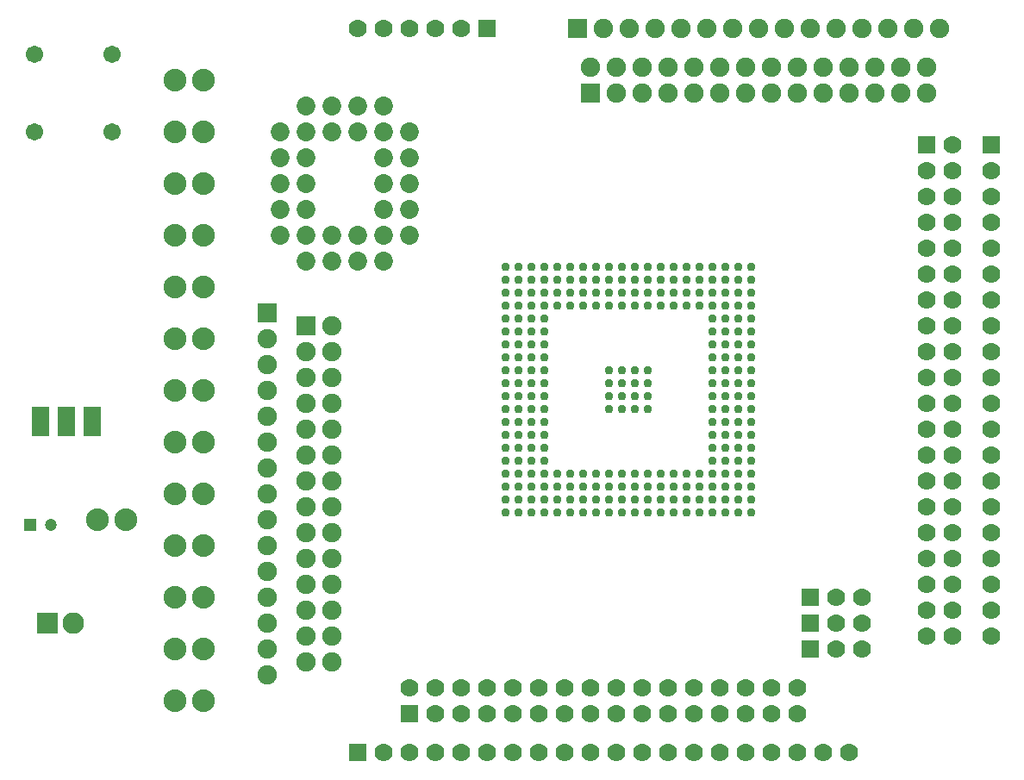
<source format=gts>
G04 Layer: TopSolderMaskLayer*
G04 EasyEDA v5.9.42, Mon, 25 Mar 2019 10:54:48 GMT*
G04 64f0bed4ef7340cbb712f4c35e6e27d8*
G04 Gerber Generator version 0.2*
G04 Scale: 100 percent, Rotated: No, Reflected: No *
G04 Dimensions in inches *
G04 leading zeros omitted , absolute positions ,2 integer and 4 decimal *
%FSLAX24Y24*%
%MOIN*%
G90*
G70D02*

%ADD31C,0.088000*%
%ADD32R,0.070000X0.070000*%
%ADD33C,0.070000*%
%ADD34R,0.067700X0.115500*%
%ADD35R,0.047370X0.047370*%
%ADD36C,0.047370*%
%ADD37R,0.082803X0.082803*%
%ADD38C,0.082803*%
%ADD39C,0.067050*%
%ADD40C,0.072960*%
%ADD41R,0.074929X0.074929*%
%ADD42C,0.074929*%

%LPD*%
G36*
G01X20223Y19715D02*
G01X20203Y19715D01*
G01X20185Y19719D01*
G01X20168Y19725D01*
G01X20150Y19732D01*
G01X20132Y19742D01*
G01X20118Y19755D01*
G01X20103Y19769D01*
G01X20092Y19784D01*
G01X20081Y19802D01*
G01X20075Y19817D01*
G01X20068Y19836D01*
G01X20064Y19857D01*
G01X20064Y19876D01*
G01X20064Y19894D01*
G01X20068Y19913D01*
G01X20075Y19932D01*
G01X20081Y19950D01*
G01X20092Y19967D01*
G01X20103Y19982D01*
G01X20118Y19996D01*
G01X20132Y20007D01*
G01X20150Y20017D01*
G01X20167Y20025D01*
G01X20185Y20032D01*
G01X20206Y20034D01*
G01X20223Y20036D01*
G01X20243Y20034D01*
G01X20263Y20032D01*
G01X20281Y20025D01*
G01X20297Y20017D01*
G01X20314Y20007D01*
G01X20331Y19996D01*
G01X20344Y19982D01*
G01X20356Y19967D01*
G01X20367Y19950D01*
G01X20375Y19930D01*
G01X20380Y19913D01*
G01X20384Y19896D01*
G01X20385Y19876D01*
G01X20384Y19855D01*
G01X20380Y19836D01*
G01X20375Y19819D01*
G01X20367Y19802D01*
G01X20356Y19784D01*
G01X20344Y19769D01*
G01X20331Y19755D01*
G01X20314Y19742D01*
G01X20297Y19732D01*
G01X20281Y19725D01*
G01X20263Y19719D01*
G01X20244Y19715D01*
G01X20223Y19715D01*
G37*
G36*
G01X20723Y19715D02*
G01X20703Y19715D01*
G01X20685Y19719D01*
G01X20668Y19725D01*
G01X20650Y19732D01*
G01X20632Y19742D01*
G01X20618Y19755D01*
G01X20603Y19769D01*
G01X20592Y19784D01*
G01X20581Y19802D01*
G01X20575Y19817D01*
G01X20568Y19836D01*
G01X20564Y19857D01*
G01X20564Y19876D01*
G01X20564Y19894D01*
G01X20568Y19913D01*
G01X20575Y19932D01*
G01X20581Y19950D01*
G01X20592Y19967D01*
G01X20603Y19982D01*
G01X20618Y19996D01*
G01X20632Y20007D01*
G01X20650Y20017D01*
G01X20667Y20025D01*
G01X20685Y20032D01*
G01X20706Y20034D01*
G01X20723Y20036D01*
G01X20743Y20034D01*
G01X20763Y20032D01*
G01X20781Y20025D01*
G01X20797Y20017D01*
G01X20814Y20007D01*
G01X20831Y19996D01*
G01X20844Y19982D01*
G01X20856Y19967D01*
G01X20867Y19950D01*
G01X20875Y19930D01*
G01X20880Y19913D01*
G01X20884Y19896D01*
G01X20885Y19876D01*
G01X20884Y19855D01*
G01X20880Y19836D01*
G01X20875Y19819D01*
G01X20867Y19802D01*
G01X20856Y19784D01*
G01X20844Y19769D01*
G01X20831Y19755D01*
G01X20814Y19742D01*
G01X20797Y19732D01*
G01X20781Y19725D01*
G01X20763Y19719D01*
G01X20744Y19715D01*
G01X20723Y19715D01*
G37*
G36*
G01X21223Y19715D02*
G01X21203Y19715D01*
G01X21185Y19719D01*
G01X21168Y19725D01*
G01X21150Y19732D01*
G01X21132Y19742D01*
G01X21118Y19755D01*
G01X21103Y19769D01*
G01X21092Y19784D01*
G01X21081Y19802D01*
G01X21075Y19817D01*
G01X21068Y19836D01*
G01X21064Y19857D01*
G01X21064Y19876D01*
G01X21064Y19894D01*
G01X21068Y19913D01*
G01X21075Y19932D01*
G01X21081Y19950D01*
G01X21092Y19967D01*
G01X21103Y19982D01*
G01X21118Y19996D01*
G01X21132Y20007D01*
G01X21150Y20017D01*
G01X21167Y20025D01*
G01X21185Y20032D01*
G01X21206Y20034D01*
G01X21223Y20036D01*
G01X21243Y20034D01*
G01X21263Y20032D01*
G01X21281Y20025D01*
G01X21297Y20017D01*
G01X21314Y20007D01*
G01X21331Y19996D01*
G01X21344Y19982D01*
G01X21356Y19967D01*
G01X21367Y19950D01*
G01X21375Y19930D01*
G01X21380Y19913D01*
G01X21384Y19896D01*
G01X21385Y19876D01*
G01X21384Y19855D01*
G01X21380Y19836D01*
G01X21375Y19819D01*
G01X21367Y19802D01*
G01X21356Y19784D01*
G01X21344Y19769D01*
G01X21331Y19755D01*
G01X21314Y19742D01*
G01X21297Y19732D01*
G01X21281Y19725D01*
G01X21263Y19719D01*
G01X21244Y19715D01*
G01X21223Y19715D01*
G37*
G36*
G01X21723Y19715D02*
G01X21703Y19715D01*
G01X21685Y19719D01*
G01X21668Y19725D01*
G01X21650Y19732D01*
G01X21632Y19742D01*
G01X21618Y19755D01*
G01X21603Y19769D01*
G01X21592Y19784D01*
G01X21581Y19802D01*
G01X21575Y19817D01*
G01X21568Y19836D01*
G01X21564Y19857D01*
G01X21564Y19876D01*
G01X21564Y19894D01*
G01X21568Y19913D01*
G01X21575Y19932D01*
G01X21581Y19950D01*
G01X21592Y19967D01*
G01X21603Y19982D01*
G01X21618Y19996D01*
G01X21632Y20007D01*
G01X21650Y20017D01*
G01X21667Y20025D01*
G01X21685Y20032D01*
G01X21706Y20034D01*
G01X21723Y20036D01*
G01X21743Y20034D01*
G01X21763Y20032D01*
G01X21781Y20025D01*
G01X21797Y20017D01*
G01X21814Y20007D01*
G01X21831Y19996D01*
G01X21844Y19982D01*
G01X21856Y19967D01*
G01X21867Y19950D01*
G01X21875Y19930D01*
G01X21880Y19913D01*
G01X21884Y19896D01*
G01X21885Y19876D01*
G01X21884Y19855D01*
G01X21880Y19836D01*
G01X21875Y19819D01*
G01X21867Y19802D01*
G01X21856Y19784D01*
G01X21844Y19769D01*
G01X21831Y19755D01*
G01X21814Y19742D01*
G01X21797Y19732D01*
G01X21781Y19725D01*
G01X21763Y19719D01*
G01X21744Y19715D01*
G01X21723Y19715D01*
G37*
G36*
G01X22223Y19715D02*
G01X22203Y19715D01*
G01X22185Y19719D01*
G01X22168Y19725D01*
G01X22150Y19732D01*
G01X22132Y19742D01*
G01X22118Y19755D01*
G01X22103Y19769D01*
G01X22092Y19784D01*
G01X22081Y19802D01*
G01X22075Y19817D01*
G01X22068Y19836D01*
G01X22064Y19857D01*
G01X22064Y19876D01*
G01X22064Y19894D01*
G01X22068Y19913D01*
G01X22075Y19932D01*
G01X22081Y19950D01*
G01X22092Y19967D01*
G01X22103Y19982D01*
G01X22118Y19996D01*
G01X22132Y20007D01*
G01X22150Y20017D01*
G01X22167Y20025D01*
G01X22185Y20032D01*
G01X22206Y20034D01*
G01X22223Y20036D01*
G01X22243Y20034D01*
G01X22263Y20032D01*
G01X22281Y20025D01*
G01X22297Y20017D01*
G01X22314Y20007D01*
G01X22331Y19996D01*
G01X22344Y19982D01*
G01X22356Y19967D01*
G01X22367Y19950D01*
G01X22375Y19930D01*
G01X22380Y19913D01*
G01X22384Y19896D01*
G01X22385Y19876D01*
G01X22384Y19855D01*
G01X22380Y19836D01*
G01X22375Y19819D01*
G01X22367Y19802D01*
G01X22356Y19784D01*
G01X22344Y19769D01*
G01X22331Y19755D01*
G01X22314Y19742D01*
G01X22297Y19732D01*
G01X22281Y19725D01*
G01X22263Y19719D01*
G01X22244Y19715D01*
G01X22223Y19715D01*
G37*
G36*
G01X22723Y19715D02*
G01X22703Y19715D01*
G01X22685Y19719D01*
G01X22668Y19725D01*
G01X22650Y19732D01*
G01X22632Y19742D01*
G01X22618Y19755D01*
G01X22603Y19769D01*
G01X22592Y19784D01*
G01X22581Y19802D01*
G01X22575Y19817D01*
G01X22568Y19836D01*
G01X22564Y19857D01*
G01X22564Y19876D01*
G01X22564Y19894D01*
G01X22568Y19913D01*
G01X22575Y19932D01*
G01X22581Y19950D01*
G01X22592Y19967D01*
G01X22603Y19982D01*
G01X22618Y19996D01*
G01X22632Y20007D01*
G01X22650Y20017D01*
G01X22667Y20025D01*
G01X22685Y20032D01*
G01X22706Y20034D01*
G01X22723Y20036D01*
G01X22743Y20034D01*
G01X22763Y20032D01*
G01X22781Y20025D01*
G01X22797Y20017D01*
G01X22814Y20007D01*
G01X22831Y19996D01*
G01X22844Y19982D01*
G01X22856Y19967D01*
G01X22867Y19950D01*
G01X22875Y19930D01*
G01X22880Y19913D01*
G01X22884Y19896D01*
G01X22885Y19876D01*
G01X22884Y19855D01*
G01X22880Y19836D01*
G01X22875Y19819D01*
G01X22867Y19802D01*
G01X22856Y19784D01*
G01X22844Y19769D01*
G01X22831Y19755D01*
G01X22814Y19742D01*
G01X22797Y19732D01*
G01X22781Y19725D01*
G01X22763Y19719D01*
G01X22744Y19715D01*
G01X22723Y19715D01*
G37*
G36*
G01X23223Y19715D02*
G01X23203Y19715D01*
G01X23185Y19719D01*
G01X23168Y19725D01*
G01X23150Y19732D01*
G01X23132Y19742D01*
G01X23118Y19755D01*
G01X23103Y19769D01*
G01X23092Y19784D01*
G01X23081Y19802D01*
G01X23075Y19817D01*
G01X23068Y19836D01*
G01X23064Y19857D01*
G01X23064Y19876D01*
G01X23064Y19894D01*
G01X23068Y19913D01*
G01X23075Y19932D01*
G01X23081Y19950D01*
G01X23092Y19967D01*
G01X23103Y19982D01*
G01X23118Y19996D01*
G01X23132Y20007D01*
G01X23150Y20017D01*
G01X23167Y20025D01*
G01X23185Y20032D01*
G01X23206Y20034D01*
G01X23223Y20036D01*
G01X23243Y20034D01*
G01X23263Y20032D01*
G01X23281Y20025D01*
G01X23297Y20017D01*
G01X23314Y20007D01*
G01X23331Y19996D01*
G01X23344Y19982D01*
G01X23356Y19967D01*
G01X23367Y19950D01*
G01X23375Y19930D01*
G01X23380Y19913D01*
G01X23384Y19896D01*
G01X23385Y19876D01*
G01X23384Y19855D01*
G01X23380Y19836D01*
G01X23375Y19819D01*
G01X23367Y19802D01*
G01X23356Y19784D01*
G01X23344Y19769D01*
G01X23331Y19755D01*
G01X23314Y19742D01*
G01X23297Y19732D01*
G01X23281Y19725D01*
G01X23263Y19719D01*
G01X23244Y19715D01*
G01X23223Y19715D01*
G37*
G36*
G01X23723Y19715D02*
G01X23703Y19715D01*
G01X23685Y19719D01*
G01X23668Y19725D01*
G01X23650Y19732D01*
G01X23632Y19742D01*
G01X23618Y19755D01*
G01X23603Y19769D01*
G01X23592Y19784D01*
G01X23581Y19802D01*
G01X23575Y19817D01*
G01X23568Y19836D01*
G01X23564Y19857D01*
G01X23564Y19876D01*
G01X23564Y19894D01*
G01X23568Y19913D01*
G01X23575Y19932D01*
G01X23581Y19950D01*
G01X23592Y19967D01*
G01X23603Y19982D01*
G01X23618Y19996D01*
G01X23632Y20007D01*
G01X23650Y20017D01*
G01X23667Y20025D01*
G01X23685Y20032D01*
G01X23706Y20034D01*
G01X23723Y20036D01*
G01X23743Y20034D01*
G01X23763Y20032D01*
G01X23781Y20025D01*
G01X23797Y20017D01*
G01X23814Y20007D01*
G01X23831Y19996D01*
G01X23844Y19982D01*
G01X23856Y19967D01*
G01X23867Y19950D01*
G01X23875Y19930D01*
G01X23880Y19913D01*
G01X23884Y19896D01*
G01X23885Y19876D01*
G01X23884Y19855D01*
G01X23880Y19836D01*
G01X23875Y19819D01*
G01X23867Y19802D01*
G01X23856Y19784D01*
G01X23844Y19769D01*
G01X23831Y19755D01*
G01X23814Y19742D01*
G01X23797Y19732D01*
G01X23781Y19725D01*
G01X23763Y19719D01*
G01X23744Y19715D01*
G01X23723Y19715D01*
G37*
G36*
G01X24223Y19715D02*
G01X24203Y19715D01*
G01X24185Y19719D01*
G01X24168Y19725D01*
G01X24150Y19732D01*
G01X24132Y19742D01*
G01X24118Y19755D01*
G01X24103Y19769D01*
G01X24092Y19784D01*
G01X24081Y19802D01*
G01X24075Y19817D01*
G01X24068Y19836D01*
G01X24064Y19857D01*
G01X24064Y19876D01*
G01X24064Y19894D01*
G01X24068Y19913D01*
G01X24075Y19932D01*
G01X24081Y19950D01*
G01X24092Y19967D01*
G01X24103Y19982D01*
G01X24118Y19996D01*
G01X24132Y20007D01*
G01X24150Y20017D01*
G01X24167Y20025D01*
G01X24185Y20032D01*
G01X24206Y20034D01*
G01X24223Y20036D01*
G01X24243Y20034D01*
G01X24263Y20032D01*
G01X24281Y20025D01*
G01X24297Y20017D01*
G01X24314Y20007D01*
G01X24331Y19996D01*
G01X24344Y19982D01*
G01X24356Y19967D01*
G01X24367Y19950D01*
G01X24375Y19930D01*
G01X24380Y19913D01*
G01X24384Y19896D01*
G01X24385Y19876D01*
G01X24384Y19855D01*
G01X24380Y19836D01*
G01X24375Y19819D01*
G01X24367Y19802D01*
G01X24356Y19784D01*
G01X24344Y19769D01*
G01X24331Y19755D01*
G01X24314Y19742D01*
G01X24297Y19732D01*
G01X24281Y19725D01*
G01X24263Y19719D01*
G01X24244Y19715D01*
G01X24223Y19715D01*
G37*
G36*
G01X24723Y19715D02*
G01X24703Y19715D01*
G01X24685Y19719D01*
G01X24668Y19725D01*
G01X24650Y19732D01*
G01X24632Y19742D01*
G01X24618Y19755D01*
G01X24603Y19769D01*
G01X24592Y19784D01*
G01X24581Y19802D01*
G01X24575Y19817D01*
G01X24568Y19836D01*
G01X24564Y19857D01*
G01X24564Y19876D01*
G01X24564Y19894D01*
G01X24568Y19913D01*
G01X24575Y19932D01*
G01X24581Y19950D01*
G01X24592Y19967D01*
G01X24603Y19982D01*
G01X24618Y19996D01*
G01X24632Y20007D01*
G01X24650Y20017D01*
G01X24667Y20025D01*
G01X24685Y20032D01*
G01X24706Y20034D01*
G01X24723Y20036D01*
G01X24743Y20034D01*
G01X24763Y20032D01*
G01X24781Y20025D01*
G01X24797Y20017D01*
G01X24814Y20007D01*
G01X24831Y19996D01*
G01X24844Y19982D01*
G01X24856Y19967D01*
G01X24867Y19950D01*
G01X24875Y19930D01*
G01X24880Y19913D01*
G01X24884Y19896D01*
G01X24885Y19876D01*
G01X24884Y19855D01*
G01X24880Y19836D01*
G01X24875Y19819D01*
G01X24867Y19802D01*
G01X24856Y19784D01*
G01X24844Y19769D01*
G01X24831Y19755D01*
G01X24814Y19742D01*
G01X24797Y19732D01*
G01X24781Y19725D01*
G01X24763Y19719D01*
G01X24744Y19715D01*
G01X24723Y19715D01*
G37*
G36*
G01X25223Y19715D02*
G01X25203Y19715D01*
G01X25185Y19719D01*
G01X25168Y19725D01*
G01X25150Y19732D01*
G01X25132Y19742D01*
G01X25118Y19755D01*
G01X25103Y19769D01*
G01X25092Y19784D01*
G01X25081Y19802D01*
G01X25075Y19817D01*
G01X25068Y19836D01*
G01X25064Y19857D01*
G01X25064Y19876D01*
G01X25064Y19894D01*
G01X25068Y19913D01*
G01X25075Y19932D01*
G01X25081Y19950D01*
G01X25092Y19967D01*
G01X25103Y19982D01*
G01X25118Y19996D01*
G01X25132Y20007D01*
G01X25150Y20017D01*
G01X25167Y20025D01*
G01X25185Y20032D01*
G01X25206Y20034D01*
G01X25223Y20036D01*
G01X25243Y20034D01*
G01X25263Y20032D01*
G01X25281Y20025D01*
G01X25297Y20017D01*
G01X25314Y20007D01*
G01X25331Y19996D01*
G01X25344Y19982D01*
G01X25356Y19967D01*
G01X25367Y19950D01*
G01X25375Y19930D01*
G01X25380Y19913D01*
G01X25384Y19896D01*
G01X25385Y19876D01*
G01X25384Y19855D01*
G01X25380Y19836D01*
G01X25375Y19819D01*
G01X25367Y19802D01*
G01X25356Y19784D01*
G01X25344Y19769D01*
G01X25331Y19755D01*
G01X25314Y19742D01*
G01X25297Y19732D01*
G01X25281Y19725D01*
G01X25263Y19719D01*
G01X25244Y19715D01*
G01X25223Y19715D01*
G37*
G36*
G01X25723Y19715D02*
G01X25703Y19715D01*
G01X25685Y19719D01*
G01X25668Y19725D01*
G01X25650Y19732D01*
G01X25632Y19742D01*
G01X25618Y19755D01*
G01X25603Y19769D01*
G01X25592Y19784D01*
G01X25581Y19802D01*
G01X25575Y19817D01*
G01X25568Y19836D01*
G01X25564Y19857D01*
G01X25564Y19876D01*
G01X25564Y19894D01*
G01X25568Y19913D01*
G01X25575Y19932D01*
G01X25581Y19950D01*
G01X25592Y19967D01*
G01X25603Y19982D01*
G01X25618Y19996D01*
G01X25632Y20007D01*
G01X25650Y20017D01*
G01X25667Y20025D01*
G01X25685Y20032D01*
G01X25706Y20034D01*
G01X25723Y20036D01*
G01X25743Y20034D01*
G01X25763Y20032D01*
G01X25781Y20025D01*
G01X25797Y20017D01*
G01X25814Y20007D01*
G01X25831Y19996D01*
G01X25844Y19982D01*
G01X25856Y19967D01*
G01X25867Y19950D01*
G01X25875Y19930D01*
G01X25880Y19913D01*
G01X25884Y19896D01*
G01X25885Y19876D01*
G01X25884Y19855D01*
G01X25880Y19836D01*
G01X25875Y19819D01*
G01X25867Y19802D01*
G01X25856Y19784D01*
G01X25844Y19769D01*
G01X25831Y19755D01*
G01X25814Y19742D01*
G01X25797Y19732D01*
G01X25781Y19725D01*
G01X25763Y19719D01*
G01X25744Y19715D01*
G01X25723Y19715D01*
G37*
G36*
G01X26223Y19715D02*
G01X26203Y19715D01*
G01X26185Y19719D01*
G01X26168Y19725D01*
G01X26150Y19732D01*
G01X26132Y19742D01*
G01X26118Y19755D01*
G01X26103Y19769D01*
G01X26092Y19784D01*
G01X26081Y19802D01*
G01X26075Y19817D01*
G01X26068Y19836D01*
G01X26064Y19857D01*
G01X26064Y19876D01*
G01X26064Y19894D01*
G01X26068Y19913D01*
G01X26075Y19932D01*
G01X26081Y19950D01*
G01X26092Y19967D01*
G01X26103Y19982D01*
G01X26118Y19996D01*
G01X26132Y20007D01*
G01X26150Y20017D01*
G01X26167Y20025D01*
G01X26185Y20032D01*
G01X26206Y20034D01*
G01X26223Y20036D01*
G01X26243Y20034D01*
G01X26263Y20032D01*
G01X26281Y20025D01*
G01X26297Y20017D01*
G01X26314Y20007D01*
G01X26331Y19996D01*
G01X26344Y19982D01*
G01X26356Y19967D01*
G01X26367Y19950D01*
G01X26375Y19930D01*
G01X26380Y19913D01*
G01X26384Y19896D01*
G01X26385Y19876D01*
G01X26384Y19855D01*
G01X26380Y19836D01*
G01X26375Y19819D01*
G01X26367Y19802D01*
G01X26356Y19784D01*
G01X26344Y19769D01*
G01X26331Y19755D01*
G01X26314Y19742D01*
G01X26297Y19732D01*
G01X26281Y19725D01*
G01X26263Y19719D01*
G01X26244Y19715D01*
G01X26223Y19715D01*
G37*
G36*
G01X26723Y19715D02*
G01X26703Y19715D01*
G01X26685Y19719D01*
G01X26668Y19725D01*
G01X26650Y19732D01*
G01X26632Y19742D01*
G01X26618Y19755D01*
G01X26603Y19769D01*
G01X26592Y19784D01*
G01X26581Y19802D01*
G01X26575Y19817D01*
G01X26568Y19836D01*
G01X26564Y19857D01*
G01X26564Y19876D01*
G01X26564Y19894D01*
G01X26568Y19913D01*
G01X26575Y19932D01*
G01X26581Y19950D01*
G01X26592Y19967D01*
G01X26603Y19982D01*
G01X26618Y19996D01*
G01X26632Y20007D01*
G01X26650Y20017D01*
G01X26667Y20025D01*
G01X26685Y20032D01*
G01X26706Y20034D01*
G01X26723Y20036D01*
G01X26743Y20034D01*
G01X26763Y20032D01*
G01X26781Y20025D01*
G01X26797Y20017D01*
G01X26814Y20007D01*
G01X26831Y19996D01*
G01X26844Y19982D01*
G01X26856Y19967D01*
G01X26867Y19950D01*
G01X26875Y19930D01*
G01X26880Y19913D01*
G01X26884Y19896D01*
G01X26885Y19876D01*
G01X26884Y19855D01*
G01X26880Y19836D01*
G01X26875Y19819D01*
G01X26867Y19802D01*
G01X26856Y19784D01*
G01X26844Y19769D01*
G01X26831Y19755D01*
G01X26814Y19742D01*
G01X26797Y19732D01*
G01X26781Y19725D01*
G01X26763Y19719D01*
G01X26744Y19715D01*
G01X26723Y19715D01*
G37*
G36*
G01X27223Y19715D02*
G01X27203Y19715D01*
G01X27185Y19719D01*
G01X27168Y19725D01*
G01X27150Y19732D01*
G01X27132Y19742D01*
G01X27118Y19755D01*
G01X27103Y19769D01*
G01X27092Y19784D01*
G01X27081Y19802D01*
G01X27075Y19817D01*
G01X27068Y19836D01*
G01X27064Y19857D01*
G01X27064Y19876D01*
G01X27064Y19894D01*
G01X27068Y19913D01*
G01X27075Y19932D01*
G01X27081Y19950D01*
G01X27092Y19967D01*
G01X27103Y19982D01*
G01X27118Y19996D01*
G01X27132Y20007D01*
G01X27150Y20017D01*
G01X27167Y20025D01*
G01X27185Y20032D01*
G01X27206Y20034D01*
G01X27223Y20036D01*
G01X27243Y20034D01*
G01X27263Y20032D01*
G01X27281Y20025D01*
G01X27297Y20017D01*
G01X27314Y20007D01*
G01X27331Y19996D01*
G01X27344Y19982D01*
G01X27356Y19967D01*
G01X27367Y19950D01*
G01X27375Y19930D01*
G01X27380Y19913D01*
G01X27384Y19896D01*
G01X27385Y19876D01*
G01X27384Y19855D01*
G01X27380Y19836D01*
G01X27375Y19819D01*
G01X27367Y19802D01*
G01X27356Y19784D01*
G01X27344Y19769D01*
G01X27331Y19755D01*
G01X27314Y19742D01*
G01X27297Y19732D01*
G01X27281Y19725D01*
G01X27263Y19719D01*
G01X27244Y19715D01*
G01X27223Y19715D01*
G37*
G36*
G01X27723Y19715D02*
G01X27703Y19715D01*
G01X27685Y19719D01*
G01X27668Y19725D01*
G01X27650Y19732D01*
G01X27632Y19742D01*
G01X27618Y19755D01*
G01X27603Y19769D01*
G01X27592Y19784D01*
G01X27581Y19802D01*
G01X27575Y19817D01*
G01X27568Y19836D01*
G01X27564Y19857D01*
G01X27564Y19876D01*
G01X27564Y19894D01*
G01X27568Y19913D01*
G01X27575Y19932D01*
G01X27581Y19950D01*
G01X27592Y19967D01*
G01X27603Y19982D01*
G01X27618Y19996D01*
G01X27632Y20007D01*
G01X27650Y20017D01*
G01X27667Y20025D01*
G01X27685Y20032D01*
G01X27706Y20034D01*
G01X27723Y20036D01*
G01X27743Y20034D01*
G01X27763Y20032D01*
G01X27781Y20025D01*
G01X27797Y20017D01*
G01X27814Y20007D01*
G01X27831Y19996D01*
G01X27844Y19982D01*
G01X27856Y19967D01*
G01X27867Y19950D01*
G01X27875Y19930D01*
G01X27880Y19913D01*
G01X27884Y19896D01*
G01X27885Y19876D01*
G01X27884Y19855D01*
G01X27880Y19836D01*
G01X27875Y19819D01*
G01X27867Y19802D01*
G01X27856Y19784D01*
G01X27844Y19769D01*
G01X27831Y19755D01*
G01X27814Y19742D01*
G01X27797Y19732D01*
G01X27781Y19725D01*
G01X27763Y19719D01*
G01X27744Y19715D01*
G01X27723Y19715D01*
G37*
G36*
G01X28223Y19715D02*
G01X28203Y19715D01*
G01X28185Y19719D01*
G01X28168Y19725D01*
G01X28150Y19732D01*
G01X28132Y19742D01*
G01X28118Y19755D01*
G01X28103Y19769D01*
G01X28092Y19784D01*
G01X28081Y19802D01*
G01X28075Y19817D01*
G01X28068Y19836D01*
G01X28064Y19857D01*
G01X28064Y19876D01*
G01X28064Y19894D01*
G01X28068Y19913D01*
G01X28075Y19932D01*
G01X28081Y19950D01*
G01X28092Y19967D01*
G01X28103Y19982D01*
G01X28118Y19996D01*
G01X28132Y20007D01*
G01X28150Y20017D01*
G01X28167Y20025D01*
G01X28185Y20032D01*
G01X28206Y20034D01*
G01X28223Y20036D01*
G01X28243Y20034D01*
G01X28263Y20032D01*
G01X28281Y20025D01*
G01X28297Y20017D01*
G01X28314Y20007D01*
G01X28331Y19996D01*
G01X28344Y19982D01*
G01X28356Y19967D01*
G01X28367Y19950D01*
G01X28375Y19930D01*
G01X28380Y19913D01*
G01X28384Y19896D01*
G01X28385Y19876D01*
G01X28384Y19855D01*
G01X28380Y19836D01*
G01X28375Y19819D01*
G01X28367Y19802D01*
G01X28356Y19784D01*
G01X28344Y19769D01*
G01X28331Y19755D01*
G01X28314Y19742D01*
G01X28297Y19732D01*
G01X28281Y19725D01*
G01X28263Y19719D01*
G01X28244Y19715D01*
G01X28223Y19715D01*
G37*
G36*
G01X28723Y19715D02*
G01X28703Y19715D01*
G01X28685Y19719D01*
G01X28668Y19725D01*
G01X28650Y19732D01*
G01X28632Y19742D01*
G01X28618Y19755D01*
G01X28603Y19769D01*
G01X28592Y19784D01*
G01X28581Y19802D01*
G01X28575Y19817D01*
G01X28568Y19836D01*
G01X28564Y19857D01*
G01X28564Y19876D01*
G01X28564Y19894D01*
G01X28568Y19913D01*
G01X28575Y19932D01*
G01X28581Y19950D01*
G01X28592Y19967D01*
G01X28603Y19982D01*
G01X28618Y19996D01*
G01X28632Y20007D01*
G01X28650Y20017D01*
G01X28667Y20025D01*
G01X28685Y20032D01*
G01X28706Y20034D01*
G01X28723Y20036D01*
G01X28743Y20034D01*
G01X28763Y20032D01*
G01X28781Y20025D01*
G01X28797Y20017D01*
G01X28814Y20007D01*
G01X28831Y19996D01*
G01X28844Y19982D01*
G01X28856Y19967D01*
G01X28867Y19950D01*
G01X28875Y19930D01*
G01X28880Y19913D01*
G01X28884Y19896D01*
G01X28885Y19876D01*
G01X28884Y19855D01*
G01X28880Y19836D01*
G01X28875Y19819D01*
G01X28867Y19802D01*
G01X28856Y19784D01*
G01X28844Y19769D01*
G01X28831Y19755D01*
G01X28814Y19742D01*
G01X28797Y19732D01*
G01X28781Y19725D01*
G01X28763Y19719D01*
G01X28744Y19715D01*
G01X28723Y19715D01*
G37*
G36*
G01X29223Y19715D02*
G01X29203Y19715D01*
G01X29185Y19719D01*
G01X29168Y19725D01*
G01X29150Y19732D01*
G01X29132Y19742D01*
G01X29118Y19755D01*
G01X29103Y19769D01*
G01X29092Y19784D01*
G01X29081Y19802D01*
G01X29075Y19817D01*
G01X29068Y19836D01*
G01X29064Y19857D01*
G01X29064Y19876D01*
G01X29064Y19894D01*
G01X29068Y19913D01*
G01X29075Y19932D01*
G01X29081Y19950D01*
G01X29092Y19967D01*
G01X29103Y19982D01*
G01X29118Y19996D01*
G01X29132Y20007D01*
G01X29150Y20017D01*
G01X29167Y20025D01*
G01X29185Y20032D01*
G01X29206Y20034D01*
G01X29223Y20036D01*
G01X29243Y20034D01*
G01X29263Y20032D01*
G01X29281Y20025D01*
G01X29297Y20017D01*
G01X29314Y20007D01*
G01X29331Y19996D01*
G01X29344Y19982D01*
G01X29356Y19967D01*
G01X29367Y19950D01*
G01X29375Y19930D01*
G01X29380Y19913D01*
G01X29384Y19896D01*
G01X29385Y19876D01*
G01X29384Y19855D01*
G01X29380Y19836D01*
G01X29375Y19819D01*
G01X29367Y19802D01*
G01X29356Y19784D01*
G01X29344Y19769D01*
G01X29331Y19755D01*
G01X29314Y19742D01*
G01X29297Y19732D01*
G01X29281Y19725D01*
G01X29263Y19719D01*
G01X29244Y19715D01*
G01X29223Y19715D01*
G37*
G36*
G01X29723Y19715D02*
G01X29703Y19715D01*
G01X29685Y19719D01*
G01X29668Y19725D01*
G01X29650Y19732D01*
G01X29632Y19742D01*
G01X29618Y19755D01*
G01X29603Y19769D01*
G01X29592Y19784D01*
G01X29581Y19802D01*
G01X29575Y19817D01*
G01X29568Y19836D01*
G01X29564Y19857D01*
G01X29564Y19876D01*
G01X29564Y19894D01*
G01X29568Y19913D01*
G01X29575Y19932D01*
G01X29581Y19950D01*
G01X29592Y19967D01*
G01X29603Y19982D01*
G01X29618Y19996D01*
G01X29632Y20007D01*
G01X29650Y20017D01*
G01X29667Y20025D01*
G01X29685Y20032D01*
G01X29706Y20034D01*
G01X29723Y20036D01*
G01X29743Y20034D01*
G01X29763Y20032D01*
G01X29781Y20025D01*
G01X29797Y20017D01*
G01X29814Y20007D01*
G01X29831Y19996D01*
G01X29844Y19982D01*
G01X29856Y19967D01*
G01X29867Y19950D01*
G01X29875Y19930D01*
G01X29880Y19913D01*
G01X29884Y19896D01*
G01X29885Y19876D01*
G01X29884Y19855D01*
G01X29880Y19836D01*
G01X29875Y19819D01*
G01X29867Y19802D01*
G01X29856Y19784D01*
G01X29844Y19769D01*
G01X29831Y19755D01*
G01X29814Y19742D01*
G01X29797Y19732D01*
G01X29781Y19725D01*
G01X29763Y19719D01*
G01X29744Y19715D01*
G01X29723Y19715D01*
G37*
G36*
G01X20223Y19215D02*
G01X20203Y19215D01*
G01X20185Y19219D01*
G01X20168Y19225D01*
G01X20150Y19232D01*
G01X20132Y19242D01*
G01X20118Y19255D01*
G01X20103Y19269D01*
G01X20092Y19284D01*
G01X20081Y19302D01*
G01X20075Y19317D01*
G01X20068Y19336D01*
G01X20064Y19357D01*
G01X20064Y19376D01*
G01X20064Y19394D01*
G01X20068Y19413D01*
G01X20075Y19432D01*
G01X20081Y19450D01*
G01X20092Y19467D01*
G01X20103Y19482D01*
G01X20118Y19496D01*
G01X20132Y19507D01*
G01X20150Y19517D01*
G01X20167Y19525D01*
G01X20185Y19532D01*
G01X20206Y19534D01*
G01X20223Y19536D01*
G01X20243Y19534D01*
G01X20263Y19532D01*
G01X20281Y19525D01*
G01X20297Y19517D01*
G01X20314Y19507D01*
G01X20331Y19496D01*
G01X20344Y19482D01*
G01X20356Y19467D01*
G01X20367Y19450D01*
G01X20375Y19430D01*
G01X20380Y19413D01*
G01X20384Y19396D01*
G01X20385Y19376D01*
G01X20384Y19355D01*
G01X20380Y19336D01*
G01X20375Y19319D01*
G01X20367Y19302D01*
G01X20356Y19284D01*
G01X20344Y19269D01*
G01X20331Y19255D01*
G01X20314Y19242D01*
G01X20297Y19232D01*
G01X20281Y19225D01*
G01X20263Y19219D01*
G01X20244Y19215D01*
G01X20223Y19215D01*
G37*
G36*
G01X20723Y19215D02*
G01X20703Y19215D01*
G01X20685Y19219D01*
G01X20668Y19225D01*
G01X20650Y19232D01*
G01X20632Y19242D01*
G01X20618Y19255D01*
G01X20603Y19269D01*
G01X20592Y19284D01*
G01X20581Y19302D01*
G01X20575Y19317D01*
G01X20568Y19336D01*
G01X20564Y19357D01*
G01X20564Y19376D01*
G01X20564Y19394D01*
G01X20568Y19413D01*
G01X20575Y19432D01*
G01X20581Y19450D01*
G01X20592Y19467D01*
G01X20603Y19482D01*
G01X20618Y19496D01*
G01X20632Y19507D01*
G01X20650Y19517D01*
G01X20667Y19525D01*
G01X20685Y19532D01*
G01X20706Y19534D01*
G01X20723Y19536D01*
G01X20743Y19534D01*
G01X20763Y19532D01*
G01X20781Y19525D01*
G01X20797Y19517D01*
G01X20814Y19507D01*
G01X20831Y19496D01*
G01X20844Y19482D01*
G01X20856Y19467D01*
G01X20867Y19450D01*
G01X20875Y19430D01*
G01X20880Y19413D01*
G01X20884Y19396D01*
G01X20885Y19376D01*
G01X20884Y19355D01*
G01X20880Y19336D01*
G01X20875Y19319D01*
G01X20867Y19302D01*
G01X20856Y19284D01*
G01X20844Y19269D01*
G01X20831Y19255D01*
G01X20814Y19242D01*
G01X20797Y19232D01*
G01X20781Y19225D01*
G01X20763Y19219D01*
G01X20744Y19215D01*
G01X20723Y19215D01*
G37*
G36*
G01X21223Y19215D02*
G01X21203Y19215D01*
G01X21185Y19219D01*
G01X21168Y19225D01*
G01X21150Y19232D01*
G01X21132Y19242D01*
G01X21118Y19255D01*
G01X21103Y19269D01*
G01X21092Y19284D01*
G01X21081Y19302D01*
G01X21075Y19317D01*
G01X21068Y19336D01*
G01X21064Y19357D01*
G01X21064Y19376D01*
G01X21064Y19394D01*
G01X21068Y19413D01*
G01X21075Y19432D01*
G01X21081Y19450D01*
G01X21092Y19467D01*
G01X21103Y19482D01*
G01X21118Y19496D01*
G01X21132Y19507D01*
G01X21150Y19517D01*
G01X21167Y19525D01*
G01X21185Y19532D01*
G01X21206Y19534D01*
G01X21223Y19536D01*
G01X21243Y19534D01*
G01X21263Y19532D01*
G01X21281Y19525D01*
G01X21297Y19517D01*
G01X21314Y19507D01*
G01X21331Y19496D01*
G01X21344Y19482D01*
G01X21356Y19467D01*
G01X21367Y19450D01*
G01X21375Y19430D01*
G01X21380Y19413D01*
G01X21384Y19396D01*
G01X21385Y19376D01*
G01X21384Y19355D01*
G01X21380Y19336D01*
G01X21375Y19319D01*
G01X21367Y19302D01*
G01X21356Y19284D01*
G01X21344Y19269D01*
G01X21331Y19255D01*
G01X21314Y19242D01*
G01X21297Y19232D01*
G01X21281Y19225D01*
G01X21263Y19219D01*
G01X21244Y19215D01*
G01X21223Y19215D01*
G37*
G36*
G01X21723Y19215D02*
G01X21703Y19215D01*
G01X21685Y19219D01*
G01X21668Y19225D01*
G01X21650Y19232D01*
G01X21632Y19242D01*
G01X21618Y19255D01*
G01X21603Y19269D01*
G01X21592Y19284D01*
G01X21581Y19302D01*
G01X21575Y19317D01*
G01X21568Y19336D01*
G01X21564Y19357D01*
G01X21564Y19376D01*
G01X21564Y19394D01*
G01X21568Y19413D01*
G01X21575Y19432D01*
G01X21581Y19450D01*
G01X21592Y19467D01*
G01X21603Y19482D01*
G01X21618Y19496D01*
G01X21632Y19507D01*
G01X21650Y19517D01*
G01X21667Y19525D01*
G01X21685Y19532D01*
G01X21706Y19534D01*
G01X21723Y19536D01*
G01X21743Y19534D01*
G01X21763Y19532D01*
G01X21781Y19525D01*
G01X21797Y19517D01*
G01X21814Y19507D01*
G01X21831Y19496D01*
G01X21844Y19482D01*
G01X21856Y19467D01*
G01X21867Y19450D01*
G01X21875Y19430D01*
G01X21880Y19413D01*
G01X21884Y19396D01*
G01X21885Y19376D01*
G01X21884Y19355D01*
G01X21880Y19336D01*
G01X21875Y19319D01*
G01X21867Y19302D01*
G01X21856Y19284D01*
G01X21844Y19269D01*
G01X21831Y19255D01*
G01X21814Y19242D01*
G01X21797Y19232D01*
G01X21781Y19225D01*
G01X21763Y19219D01*
G01X21744Y19215D01*
G01X21723Y19215D01*
G37*
G36*
G01X22223Y19215D02*
G01X22203Y19215D01*
G01X22185Y19219D01*
G01X22168Y19225D01*
G01X22150Y19232D01*
G01X22132Y19242D01*
G01X22118Y19255D01*
G01X22103Y19269D01*
G01X22092Y19284D01*
G01X22081Y19302D01*
G01X22075Y19317D01*
G01X22068Y19336D01*
G01X22064Y19357D01*
G01X22064Y19376D01*
G01X22064Y19394D01*
G01X22068Y19413D01*
G01X22075Y19432D01*
G01X22081Y19450D01*
G01X22092Y19467D01*
G01X22103Y19482D01*
G01X22118Y19496D01*
G01X22132Y19507D01*
G01X22150Y19517D01*
G01X22167Y19525D01*
G01X22185Y19532D01*
G01X22206Y19534D01*
G01X22223Y19536D01*
G01X22243Y19534D01*
G01X22263Y19532D01*
G01X22281Y19525D01*
G01X22297Y19517D01*
G01X22314Y19507D01*
G01X22331Y19496D01*
G01X22344Y19482D01*
G01X22356Y19467D01*
G01X22367Y19450D01*
G01X22375Y19430D01*
G01X22380Y19413D01*
G01X22384Y19396D01*
G01X22385Y19376D01*
G01X22384Y19355D01*
G01X22380Y19336D01*
G01X22375Y19319D01*
G01X22367Y19302D01*
G01X22356Y19284D01*
G01X22344Y19269D01*
G01X22331Y19255D01*
G01X22314Y19242D01*
G01X22297Y19232D01*
G01X22281Y19225D01*
G01X22263Y19219D01*
G01X22244Y19215D01*
G01X22223Y19215D01*
G37*
G36*
G01X22723Y19215D02*
G01X22703Y19215D01*
G01X22685Y19219D01*
G01X22668Y19225D01*
G01X22650Y19232D01*
G01X22632Y19242D01*
G01X22618Y19255D01*
G01X22603Y19269D01*
G01X22592Y19284D01*
G01X22581Y19302D01*
G01X22575Y19317D01*
G01X22568Y19336D01*
G01X22564Y19357D01*
G01X22564Y19376D01*
G01X22564Y19394D01*
G01X22568Y19413D01*
G01X22575Y19432D01*
G01X22581Y19450D01*
G01X22592Y19467D01*
G01X22603Y19482D01*
G01X22618Y19496D01*
G01X22632Y19507D01*
G01X22650Y19517D01*
G01X22667Y19525D01*
G01X22685Y19532D01*
G01X22706Y19534D01*
G01X22723Y19536D01*
G01X22743Y19534D01*
G01X22763Y19532D01*
G01X22781Y19525D01*
G01X22797Y19517D01*
G01X22814Y19507D01*
G01X22831Y19496D01*
G01X22844Y19482D01*
G01X22856Y19467D01*
G01X22867Y19450D01*
G01X22875Y19430D01*
G01X22880Y19413D01*
G01X22884Y19396D01*
G01X22885Y19376D01*
G01X22884Y19355D01*
G01X22880Y19336D01*
G01X22875Y19319D01*
G01X22867Y19302D01*
G01X22856Y19284D01*
G01X22844Y19269D01*
G01X22831Y19255D01*
G01X22814Y19242D01*
G01X22797Y19232D01*
G01X22781Y19225D01*
G01X22763Y19219D01*
G01X22744Y19215D01*
G01X22723Y19215D01*
G37*
G36*
G01X23223Y19215D02*
G01X23203Y19215D01*
G01X23185Y19219D01*
G01X23168Y19225D01*
G01X23150Y19232D01*
G01X23132Y19242D01*
G01X23118Y19255D01*
G01X23103Y19269D01*
G01X23092Y19284D01*
G01X23081Y19302D01*
G01X23075Y19317D01*
G01X23068Y19336D01*
G01X23064Y19357D01*
G01X23064Y19376D01*
G01X23064Y19394D01*
G01X23068Y19413D01*
G01X23075Y19432D01*
G01X23081Y19450D01*
G01X23092Y19467D01*
G01X23103Y19482D01*
G01X23118Y19496D01*
G01X23132Y19507D01*
G01X23150Y19517D01*
G01X23167Y19525D01*
G01X23185Y19532D01*
G01X23206Y19534D01*
G01X23223Y19536D01*
G01X23243Y19534D01*
G01X23263Y19532D01*
G01X23281Y19525D01*
G01X23297Y19517D01*
G01X23314Y19507D01*
G01X23331Y19496D01*
G01X23344Y19482D01*
G01X23356Y19467D01*
G01X23367Y19450D01*
G01X23375Y19430D01*
G01X23380Y19413D01*
G01X23384Y19396D01*
G01X23385Y19376D01*
G01X23384Y19355D01*
G01X23380Y19336D01*
G01X23375Y19319D01*
G01X23367Y19302D01*
G01X23356Y19284D01*
G01X23344Y19269D01*
G01X23331Y19255D01*
G01X23314Y19242D01*
G01X23297Y19232D01*
G01X23281Y19225D01*
G01X23263Y19219D01*
G01X23244Y19215D01*
G01X23223Y19215D01*
G37*
G36*
G01X23723Y19215D02*
G01X23703Y19215D01*
G01X23685Y19219D01*
G01X23668Y19225D01*
G01X23650Y19232D01*
G01X23632Y19242D01*
G01X23618Y19255D01*
G01X23603Y19269D01*
G01X23592Y19284D01*
G01X23581Y19302D01*
G01X23575Y19317D01*
G01X23568Y19336D01*
G01X23564Y19357D01*
G01X23564Y19376D01*
G01X23564Y19394D01*
G01X23568Y19413D01*
G01X23575Y19432D01*
G01X23581Y19450D01*
G01X23592Y19467D01*
G01X23603Y19482D01*
G01X23618Y19496D01*
G01X23632Y19507D01*
G01X23650Y19517D01*
G01X23667Y19525D01*
G01X23685Y19532D01*
G01X23706Y19534D01*
G01X23723Y19536D01*
G01X23743Y19534D01*
G01X23763Y19532D01*
G01X23781Y19525D01*
G01X23797Y19517D01*
G01X23814Y19507D01*
G01X23831Y19496D01*
G01X23844Y19482D01*
G01X23856Y19467D01*
G01X23867Y19450D01*
G01X23875Y19430D01*
G01X23880Y19413D01*
G01X23884Y19396D01*
G01X23885Y19376D01*
G01X23884Y19355D01*
G01X23880Y19336D01*
G01X23875Y19319D01*
G01X23867Y19302D01*
G01X23856Y19284D01*
G01X23844Y19269D01*
G01X23831Y19255D01*
G01X23814Y19242D01*
G01X23797Y19232D01*
G01X23781Y19225D01*
G01X23763Y19219D01*
G01X23744Y19215D01*
G01X23723Y19215D01*
G37*
G36*
G01X24223Y19215D02*
G01X24203Y19215D01*
G01X24185Y19219D01*
G01X24168Y19225D01*
G01X24150Y19232D01*
G01X24132Y19242D01*
G01X24118Y19255D01*
G01X24103Y19269D01*
G01X24092Y19284D01*
G01X24081Y19302D01*
G01X24075Y19317D01*
G01X24068Y19336D01*
G01X24064Y19357D01*
G01X24064Y19376D01*
G01X24064Y19394D01*
G01X24068Y19413D01*
G01X24075Y19432D01*
G01X24081Y19450D01*
G01X24092Y19467D01*
G01X24103Y19482D01*
G01X24118Y19496D01*
G01X24132Y19507D01*
G01X24150Y19517D01*
G01X24167Y19525D01*
G01X24185Y19532D01*
G01X24206Y19534D01*
G01X24223Y19536D01*
G01X24243Y19534D01*
G01X24263Y19532D01*
G01X24281Y19525D01*
G01X24297Y19517D01*
G01X24314Y19507D01*
G01X24331Y19496D01*
G01X24344Y19482D01*
G01X24356Y19467D01*
G01X24367Y19450D01*
G01X24375Y19430D01*
G01X24380Y19413D01*
G01X24384Y19396D01*
G01X24385Y19376D01*
G01X24384Y19355D01*
G01X24380Y19336D01*
G01X24375Y19319D01*
G01X24367Y19302D01*
G01X24356Y19284D01*
G01X24344Y19269D01*
G01X24331Y19255D01*
G01X24314Y19242D01*
G01X24297Y19232D01*
G01X24281Y19225D01*
G01X24263Y19219D01*
G01X24244Y19215D01*
G01X24223Y19215D01*
G37*
G36*
G01X24723Y19215D02*
G01X24703Y19215D01*
G01X24685Y19219D01*
G01X24668Y19225D01*
G01X24650Y19232D01*
G01X24632Y19242D01*
G01X24618Y19255D01*
G01X24603Y19269D01*
G01X24592Y19284D01*
G01X24581Y19302D01*
G01X24575Y19317D01*
G01X24568Y19336D01*
G01X24564Y19357D01*
G01X24564Y19376D01*
G01X24564Y19394D01*
G01X24568Y19413D01*
G01X24575Y19432D01*
G01X24581Y19450D01*
G01X24592Y19467D01*
G01X24603Y19482D01*
G01X24618Y19496D01*
G01X24632Y19507D01*
G01X24650Y19517D01*
G01X24667Y19525D01*
G01X24685Y19532D01*
G01X24706Y19534D01*
G01X24723Y19536D01*
G01X24743Y19534D01*
G01X24763Y19532D01*
G01X24781Y19525D01*
G01X24797Y19517D01*
G01X24814Y19507D01*
G01X24831Y19496D01*
G01X24844Y19482D01*
G01X24856Y19467D01*
G01X24867Y19450D01*
G01X24875Y19430D01*
G01X24880Y19413D01*
G01X24884Y19396D01*
G01X24885Y19376D01*
G01X24884Y19355D01*
G01X24880Y19336D01*
G01X24875Y19319D01*
G01X24867Y19302D01*
G01X24856Y19284D01*
G01X24844Y19269D01*
G01X24831Y19255D01*
G01X24814Y19242D01*
G01X24797Y19232D01*
G01X24781Y19225D01*
G01X24763Y19219D01*
G01X24744Y19215D01*
G01X24723Y19215D01*
G37*
G36*
G01X25223Y19215D02*
G01X25203Y19215D01*
G01X25185Y19219D01*
G01X25168Y19225D01*
G01X25150Y19232D01*
G01X25132Y19242D01*
G01X25118Y19255D01*
G01X25103Y19269D01*
G01X25092Y19284D01*
G01X25081Y19302D01*
G01X25075Y19317D01*
G01X25068Y19336D01*
G01X25064Y19357D01*
G01X25064Y19376D01*
G01X25064Y19394D01*
G01X25068Y19413D01*
G01X25075Y19432D01*
G01X25081Y19450D01*
G01X25092Y19467D01*
G01X25103Y19482D01*
G01X25118Y19496D01*
G01X25132Y19507D01*
G01X25150Y19517D01*
G01X25167Y19525D01*
G01X25185Y19532D01*
G01X25206Y19534D01*
G01X25223Y19536D01*
G01X25243Y19534D01*
G01X25263Y19532D01*
G01X25281Y19525D01*
G01X25297Y19517D01*
G01X25314Y19507D01*
G01X25331Y19496D01*
G01X25344Y19482D01*
G01X25356Y19467D01*
G01X25367Y19450D01*
G01X25375Y19430D01*
G01X25380Y19413D01*
G01X25384Y19396D01*
G01X25385Y19376D01*
G01X25384Y19355D01*
G01X25380Y19336D01*
G01X25375Y19319D01*
G01X25367Y19302D01*
G01X25356Y19284D01*
G01X25344Y19269D01*
G01X25331Y19255D01*
G01X25314Y19242D01*
G01X25297Y19232D01*
G01X25281Y19225D01*
G01X25263Y19219D01*
G01X25244Y19215D01*
G01X25223Y19215D01*
G37*
G36*
G01X25723Y19215D02*
G01X25703Y19215D01*
G01X25685Y19219D01*
G01X25668Y19225D01*
G01X25650Y19232D01*
G01X25632Y19242D01*
G01X25618Y19255D01*
G01X25603Y19269D01*
G01X25592Y19284D01*
G01X25581Y19302D01*
G01X25575Y19317D01*
G01X25568Y19336D01*
G01X25564Y19357D01*
G01X25564Y19376D01*
G01X25564Y19394D01*
G01X25568Y19413D01*
G01X25575Y19432D01*
G01X25581Y19450D01*
G01X25592Y19467D01*
G01X25603Y19482D01*
G01X25618Y19496D01*
G01X25632Y19507D01*
G01X25650Y19517D01*
G01X25667Y19525D01*
G01X25685Y19532D01*
G01X25706Y19534D01*
G01X25723Y19536D01*
G01X25743Y19534D01*
G01X25763Y19532D01*
G01X25781Y19525D01*
G01X25797Y19517D01*
G01X25814Y19507D01*
G01X25831Y19496D01*
G01X25844Y19482D01*
G01X25856Y19467D01*
G01X25867Y19450D01*
G01X25875Y19430D01*
G01X25880Y19413D01*
G01X25884Y19396D01*
G01X25885Y19376D01*
G01X25884Y19355D01*
G01X25880Y19336D01*
G01X25875Y19319D01*
G01X25867Y19302D01*
G01X25856Y19284D01*
G01X25844Y19269D01*
G01X25831Y19255D01*
G01X25814Y19242D01*
G01X25797Y19232D01*
G01X25781Y19225D01*
G01X25763Y19219D01*
G01X25744Y19215D01*
G01X25723Y19215D01*
G37*
G36*
G01X26223Y19215D02*
G01X26203Y19215D01*
G01X26185Y19219D01*
G01X26168Y19225D01*
G01X26150Y19232D01*
G01X26132Y19242D01*
G01X26118Y19255D01*
G01X26103Y19269D01*
G01X26092Y19284D01*
G01X26081Y19302D01*
G01X26075Y19317D01*
G01X26068Y19336D01*
G01X26064Y19357D01*
G01X26064Y19376D01*
G01X26064Y19394D01*
G01X26068Y19413D01*
G01X26075Y19432D01*
G01X26081Y19450D01*
G01X26092Y19467D01*
G01X26103Y19482D01*
G01X26118Y19496D01*
G01X26132Y19507D01*
G01X26150Y19517D01*
G01X26167Y19525D01*
G01X26185Y19532D01*
G01X26206Y19534D01*
G01X26223Y19536D01*
G01X26243Y19534D01*
G01X26263Y19532D01*
G01X26281Y19525D01*
G01X26297Y19517D01*
G01X26314Y19507D01*
G01X26331Y19496D01*
G01X26344Y19482D01*
G01X26356Y19467D01*
G01X26367Y19450D01*
G01X26375Y19430D01*
G01X26380Y19413D01*
G01X26384Y19396D01*
G01X26385Y19376D01*
G01X26384Y19355D01*
G01X26380Y19336D01*
G01X26375Y19319D01*
G01X26367Y19302D01*
G01X26356Y19284D01*
G01X26344Y19269D01*
G01X26331Y19255D01*
G01X26314Y19242D01*
G01X26297Y19232D01*
G01X26281Y19225D01*
G01X26263Y19219D01*
G01X26244Y19215D01*
G01X26223Y19215D01*
G37*
G36*
G01X26723Y19215D02*
G01X26703Y19215D01*
G01X26685Y19219D01*
G01X26668Y19225D01*
G01X26650Y19232D01*
G01X26632Y19242D01*
G01X26618Y19255D01*
G01X26603Y19269D01*
G01X26592Y19284D01*
G01X26581Y19302D01*
G01X26575Y19317D01*
G01X26568Y19336D01*
G01X26564Y19357D01*
G01X26564Y19376D01*
G01X26564Y19394D01*
G01X26568Y19413D01*
G01X26575Y19432D01*
G01X26581Y19450D01*
G01X26592Y19467D01*
G01X26603Y19482D01*
G01X26618Y19496D01*
G01X26632Y19507D01*
G01X26650Y19517D01*
G01X26667Y19525D01*
G01X26685Y19532D01*
G01X26706Y19534D01*
G01X26723Y19536D01*
G01X26743Y19534D01*
G01X26763Y19532D01*
G01X26781Y19525D01*
G01X26797Y19517D01*
G01X26814Y19507D01*
G01X26831Y19496D01*
G01X26844Y19482D01*
G01X26856Y19467D01*
G01X26867Y19450D01*
G01X26875Y19430D01*
G01X26880Y19413D01*
G01X26884Y19396D01*
G01X26885Y19376D01*
G01X26884Y19355D01*
G01X26880Y19336D01*
G01X26875Y19319D01*
G01X26867Y19302D01*
G01X26856Y19284D01*
G01X26844Y19269D01*
G01X26831Y19255D01*
G01X26814Y19242D01*
G01X26797Y19232D01*
G01X26781Y19225D01*
G01X26763Y19219D01*
G01X26744Y19215D01*
G01X26723Y19215D01*
G37*
G36*
G01X27223Y19215D02*
G01X27203Y19215D01*
G01X27185Y19219D01*
G01X27168Y19225D01*
G01X27150Y19232D01*
G01X27132Y19242D01*
G01X27118Y19255D01*
G01X27103Y19269D01*
G01X27092Y19284D01*
G01X27081Y19302D01*
G01X27075Y19317D01*
G01X27068Y19336D01*
G01X27064Y19357D01*
G01X27064Y19376D01*
G01X27064Y19394D01*
G01X27068Y19413D01*
G01X27075Y19432D01*
G01X27081Y19450D01*
G01X27092Y19467D01*
G01X27103Y19482D01*
G01X27118Y19496D01*
G01X27132Y19507D01*
G01X27150Y19517D01*
G01X27167Y19525D01*
G01X27185Y19532D01*
G01X27206Y19534D01*
G01X27223Y19536D01*
G01X27243Y19534D01*
G01X27263Y19532D01*
G01X27281Y19525D01*
G01X27297Y19517D01*
G01X27314Y19507D01*
G01X27331Y19496D01*
G01X27344Y19482D01*
G01X27356Y19467D01*
G01X27367Y19450D01*
G01X27375Y19430D01*
G01X27380Y19413D01*
G01X27384Y19396D01*
G01X27385Y19376D01*
G01X27384Y19355D01*
G01X27380Y19336D01*
G01X27375Y19319D01*
G01X27367Y19302D01*
G01X27356Y19284D01*
G01X27344Y19269D01*
G01X27331Y19255D01*
G01X27314Y19242D01*
G01X27297Y19232D01*
G01X27281Y19225D01*
G01X27263Y19219D01*
G01X27244Y19215D01*
G01X27223Y19215D01*
G37*
G36*
G01X27723Y19215D02*
G01X27703Y19215D01*
G01X27685Y19219D01*
G01X27668Y19225D01*
G01X27650Y19232D01*
G01X27632Y19242D01*
G01X27618Y19255D01*
G01X27603Y19269D01*
G01X27592Y19284D01*
G01X27581Y19302D01*
G01X27575Y19317D01*
G01X27568Y19336D01*
G01X27564Y19357D01*
G01X27564Y19376D01*
G01X27564Y19394D01*
G01X27568Y19413D01*
G01X27575Y19432D01*
G01X27581Y19450D01*
G01X27592Y19467D01*
G01X27603Y19482D01*
G01X27618Y19496D01*
G01X27632Y19507D01*
G01X27650Y19517D01*
G01X27667Y19525D01*
G01X27685Y19532D01*
G01X27706Y19534D01*
G01X27723Y19536D01*
G01X27743Y19534D01*
G01X27763Y19532D01*
G01X27781Y19525D01*
G01X27797Y19517D01*
G01X27814Y19507D01*
G01X27831Y19496D01*
G01X27844Y19482D01*
G01X27856Y19467D01*
G01X27867Y19450D01*
G01X27875Y19430D01*
G01X27880Y19413D01*
G01X27884Y19396D01*
G01X27885Y19376D01*
G01X27884Y19355D01*
G01X27880Y19336D01*
G01X27875Y19319D01*
G01X27867Y19302D01*
G01X27856Y19284D01*
G01X27844Y19269D01*
G01X27831Y19255D01*
G01X27814Y19242D01*
G01X27797Y19232D01*
G01X27781Y19225D01*
G01X27763Y19219D01*
G01X27744Y19215D01*
G01X27723Y19215D01*
G37*
G36*
G01X28223Y19215D02*
G01X28203Y19215D01*
G01X28185Y19219D01*
G01X28168Y19225D01*
G01X28150Y19232D01*
G01X28132Y19242D01*
G01X28118Y19255D01*
G01X28103Y19269D01*
G01X28092Y19284D01*
G01X28081Y19302D01*
G01X28075Y19317D01*
G01X28068Y19336D01*
G01X28064Y19357D01*
G01X28064Y19376D01*
G01X28064Y19394D01*
G01X28068Y19413D01*
G01X28075Y19432D01*
G01X28081Y19450D01*
G01X28092Y19467D01*
G01X28103Y19482D01*
G01X28118Y19496D01*
G01X28132Y19507D01*
G01X28150Y19517D01*
G01X28167Y19525D01*
G01X28185Y19532D01*
G01X28206Y19534D01*
G01X28223Y19536D01*
G01X28243Y19534D01*
G01X28263Y19532D01*
G01X28281Y19525D01*
G01X28297Y19517D01*
G01X28314Y19507D01*
G01X28331Y19496D01*
G01X28344Y19482D01*
G01X28356Y19467D01*
G01X28367Y19450D01*
G01X28375Y19430D01*
G01X28380Y19413D01*
G01X28384Y19396D01*
G01X28385Y19376D01*
G01X28384Y19355D01*
G01X28380Y19336D01*
G01X28375Y19319D01*
G01X28367Y19302D01*
G01X28356Y19284D01*
G01X28344Y19269D01*
G01X28331Y19255D01*
G01X28314Y19242D01*
G01X28297Y19232D01*
G01X28281Y19225D01*
G01X28263Y19219D01*
G01X28244Y19215D01*
G01X28223Y19215D01*
G37*
G36*
G01X28723Y19215D02*
G01X28703Y19215D01*
G01X28685Y19219D01*
G01X28668Y19225D01*
G01X28650Y19232D01*
G01X28632Y19242D01*
G01X28618Y19255D01*
G01X28603Y19269D01*
G01X28592Y19284D01*
G01X28581Y19302D01*
G01X28575Y19317D01*
G01X28568Y19336D01*
G01X28564Y19357D01*
G01X28564Y19376D01*
G01X28564Y19394D01*
G01X28568Y19413D01*
G01X28575Y19432D01*
G01X28581Y19450D01*
G01X28592Y19467D01*
G01X28603Y19482D01*
G01X28618Y19496D01*
G01X28632Y19507D01*
G01X28650Y19517D01*
G01X28667Y19525D01*
G01X28685Y19532D01*
G01X28706Y19534D01*
G01X28723Y19536D01*
G01X28743Y19534D01*
G01X28763Y19532D01*
G01X28781Y19525D01*
G01X28797Y19517D01*
G01X28814Y19507D01*
G01X28831Y19496D01*
G01X28844Y19482D01*
G01X28856Y19467D01*
G01X28867Y19450D01*
G01X28875Y19430D01*
G01X28880Y19413D01*
G01X28884Y19396D01*
G01X28885Y19376D01*
G01X28884Y19355D01*
G01X28880Y19336D01*
G01X28875Y19319D01*
G01X28867Y19302D01*
G01X28856Y19284D01*
G01X28844Y19269D01*
G01X28831Y19255D01*
G01X28814Y19242D01*
G01X28797Y19232D01*
G01X28781Y19225D01*
G01X28763Y19219D01*
G01X28744Y19215D01*
G01X28723Y19215D01*
G37*
G36*
G01X29223Y19215D02*
G01X29203Y19215D01*
G01X29185Y19219D01*
G01X29168Y19225D01*
G01X29150Y19232D01*
G01X29132Y19242D01*
G01X29118Y19255D01*
G01X29103Y19269D01*
G01X29092Y19284D01*
G01X29081Y19302D01*
G01X29075Y19317D01*
G01X29068Y19336D01*
G01X29064Y19357D01*
G01X29064Y19376D01*
G01X29064Y19394D01*
G01X29068Y19413D01*
G01X29075Y19432D01*
G01X29081Y19450D01*
G01X29092Y19467D01*
G01X29103Y19482D01*
G01X29118Y19496D01*
G01X29132Y19507D01*
G01X29150Y19517D01*
G01X29167Y19525D01*
G01X29185Y19532D01*
G01X29206Y19534D01*
G01X29223Y19536D01*
G01X29243Y19534D01*
G01X29263Y19532D01*
G01X29281Y19525D01*
G01X29297Y19517D01*
G01X29314Y19507D01*
G01X29331Y19496D01*
G01X29344Y19482D01*
G01X29356Y19467D01*
G01X29367Y19450D01*
G01X29375Y19430D01*
G01X29380Y19413D01*
G01X29384Y19396D01*
G01X29385Y19376D01*
G01X29384Y19355D01*
G01X29380Y19336D01*
G01X29375Y19319D01*
G01X29367Y19302D01*
G01X29356Y19284D01*
G01X29344Y19269D01*
G01X29331Y19255D01*
G01X29314Y19242D01*
G01X29297Y19232D01*
G01X29281Y19225D01*
G01X29263Y19219D01*
G01X29244Y19215D01*
G01X29223Y19215D01*
G37*
G36*
G01X29723Y19215D02*
G01X29703Y19215D01*
G01X29685Y19219D01*
G01X29668Y19225D01*
G01X29650Y19232D01*
G01X29632Y19242D01*
G01X29618Y19255D01*
G01X29603Y19269D01*
G01X29592Y19284D01*
G01X29581Y19302D01*
G01X29575Y19317D01*
G01X29568Y19336D01*
G01X29564Y19357D01*
G01X29564Y19376D01*
G01X29564Y19394D01*
G01X29568Y19413D01*
G01X29575Y19432D01*
G01X29581Y19450D01*
G01X29592Y19467D01*
G01X29603Y19482D01*
G01X29618Y19496D01*
G01X29632Y19507D01*
G01X29650Y19517D01*
G01X29667Y19525D01*
G01X29685Y19532D01*
G01X29706Y19534D01*
G01X29723Y19536D01*
G01X29743Y19534D01*
G01X29763Y19532D01*
G01X29781Y19525D01*
G01X29797Y19517D01*
G01X29814Y19507D01*
G01X29831Y19496D01*
G01X29844Y19482D01*
G01X29856Y19467D01*
G01X29867Y19450D01*
G01X29875Y19430D01*
G01X29880Y19413D01*
G01X29884Y19396D01*
G01X29885Y19376D01*
G01X29884Y19355D01*
G01X29880Y19336D01*
G01X29875Y19319D01*
G01X29867Y19302D01*
G01X29856Y19284D01*
G01X29844Y19269D01*
G01X29831Y19255D01*
G01X29814Y19242D01*
G01X29797Y19232D01*
G01X29781Y19225D01*
G01X29763Y19219D01*
G01X29744Y19215D01*
G01X29723Y19215D01*
G37*
G36*
G01X20223Y18715D02*
G01X20203Y18715D01*
G01X20185Y18719D01*
G01X20168Y18725D01*
G01X20150Y18732D01*
G01X20132Y18742D01*
G01X20118Y18755D01*
G01X20103Y18769D01*
G01X20092Y18784D01*
G01X20081Y18802D01*
G01X20075Y18817D01*
G01X20068Y18836D01*
G01X20064Y18857D01*
G01X20064Y18876D01*
G01X20064Y18894D01*
G01X20068Y18913D01*
G01X20075Y18932D01*
G01X20081Y18950D01*
G01X20092Y18967D01*
G01X20103Y18982D01*
G01X20118Y18996D01*
G01X20132Y19007D01*
G01X20150Y19017D01*
G01X20167Y19025D01*
G01X20185Y19032D01*
G01X20206Y19034D01*
G01X20223Y19036D01*
G01X20243Y19034D01*
G01X20263Y19032D01*
G01X20281Y19025D01*
G01X20297Y19017D01*
G01X20314Y19007D01*
G01X20331Y18996D01*
G01X20344Y18982D01*
G01X20356Y18967D01*
G01X20367Y18950D01*
G01X20375Y18930D01*
G01X20380Y18913D01*
G01X20384Y18896D01*
G01X20385Y18876D01*
G01X20384Y18855D01*
G01X20380Y18836D01*
G01X20375Y18819D01*
G01X20367Y18802D01*
G01X20356Y18784D01*
G01X20344Y18769D01*
G01X20331Y18755D01*
G01X20314Y18742D01*
G01X20297Y18732D01*
G01X20281Y18725D01*
G01X20263Y18719D01*
G01X20244Y18715D01*
G01X20223Y18715D01*
G37*
G36*
G01X20723Y18715D02*
G01X20703Y18715D01*
G01X20685Y18719D01*
G01X20668Y18725D01*
G01X20650Y18732D01*
G01X20632Y18742D01*
G01X20618Y18755D01*
G01X20603Y18769D01*
G01X20592Y18784D01*
G01X20581Y18802D01*
G01X20575Y18817D01*
G01X20568Y18836D01*
G01X20564Y18857D01*
G01X20564Y18876D01*
G01X20564Y18894D01*
G01X20568Y18913D01*
G01X20575Y18932D01*
G01X20581Y18950D01*
G01X20592Y18967D01*
G01X20603Y18982D01*
G01X20618Y18996D01*
G01X20632Y19007D01*
G01X20650Y19017D01*
G01X20667Y19025D01*
G01X20685Y19032D01*
G01X20706Y19034D01*
G01X20723Y19036D01*
G01X20743Y19034D01*
G01X20763Y19032D01*
G01X20781Y19025D01*
G01X20797Y19017D01*
G01X20814Y19007D01*
G01X20831Y18996D01*
G01X20844Y18982D01*
G01X20856Y18967D01*
G01X20867Y18950D01*
G01X20875Y18930D01*
G01X20880Y18913D01*
G01X20884Y18896D01*
G01X20885Y18876D01*
G01X20884Y18855D01*
G01X20880Y18836D01*
G01X20875Y18819D01*
G01X20867Y18802D01*
G01X20856Y18784D01*
G01X20844Y18769D01*
G01X20831Y18755D01*
G01X20814Y18742D01*
G01X20797Y18732D01*
G01X20781Y18725D01*
G01X20763Y18719D01*
G01X20744Y18715D01*
G01X20723Y18715D01*
G37*
G36*
G01X21223Y18715D02*
G01X21203Y18715D01*
G01X21185Y18719D01*
G01X21168Y18725D01*
G01X21150Y18732D01*
G01X21132Y18742D01*
G01X21118Y18755D01*
G01X21103Y18769D01*
G01X21092Y18784D01*
G01X21081Y18802D01*
G01X21075Y18817D01*
G01X21068Y18836D01*
G01X21064Y18857D01*
G01X21064Y18876D01*
G01X21064Y18894D01*
G01X21068Y18913D01*
G01X21075Y18932D01*
G01X21081Y18950D01*
G01X21092Y18967D01*
G01X21103Y18982D01*
G01X21118Y18996D01*
G01X21132Y19007D01*
G01X21150Y19017D01*
G01X21167Y19025D01*
G01X21185Y19032D01*
G01X21206Y19034D01*
G01X21223Y19036D01*
G01X21243Y19034D01*
G01X21263Y19032D01*
G01X21281Y19025D01*
G01X21297Y19017D01*
G01X21314Y19007D01*
G01X21331Y18996D01*
G01X21344Y18982D01*
G01X21356Y18967D01*
G01X21367Y18950D01*
G01X21375Y18930D01*
G01X21380Y18913D01*
G01X21384Y18896D01*
G01X21385Y18876D01*
G01X21384Y18855D01*
G01X21380Y18836D01*
G01X21375Y18819D01*
G01X21367Y18802D01*
G01X21356Y18784D01*
G01X21344Y18769D01*
G01X21331Y18755D01*
G01X21314Y18742D01*
G01X21297Y18732D01*
G01X21281Y18725D01*
G01X21263Y18719D01*
G01X21244Y18715D01*
G01X21223Y18715D01*
G37*
G36*
G01X21723Y18715D02*
G01X21703Y18715D01*
G01X21685Y18719D01*
G01X21668Y18725D01*
G01X21650Y18732D01*
G01X21632Y18742D01*
G01X21618Y18755D01*
G01X21603Y18769D01*
G01X21592Y18784D01*
G01X21581Y18802D01*
G01X21575Y18817D01*
G01X21568Y18836D01*
G01X21564Y18857D01*
G01X21564Y18876D01*
G01X21564Y18894D01*
G01X21568Y18913D01*
G01X21575Y18932D01*
G01X21581Y18950D01*
G01X21592Y18967D01*
G01X21603Y18982D01*
G01X21618Y18996D01*
G01X21632Y19007D01*
G01X21650Y19017D01*
G01X21667Y19025D01*
G01X21685Y19032D01*
G01X21706Y19034D01*
G01X21723Y19036D01*
G01X21743Y19034D01*
G01X21763Y19032D01*
G01X21781Y19025D01*
G01X21797Y19017D01*
G01X21814Y19007D01*
G01X21831Y18996D01*
G01X21844Y18982D01*
G01X21856Y18967D01*
G01X21867Y18950D01*
G01X21875Y18930D01*
G01X21880Y18913D01*
G01X21884Y18896D01*
G01X21885Y18876D01*
G01X21884Y18855D01*
G01X21880Y18836D01*
G01X21875Y18819D01*
G01X21867Y18802D01*
G01X21856Y18784D01*
G01X21844Y18769D01*
G01X21831Y18755D01*
G01X21814Y18742D01*
G01X21797Y18732D01*
G01X21781Y18725D01*
G01X21763Y18719D01*
G01X21744Y18715D01*
G01X21723Y18715D01*
G37*
G36*
G01X22223Y18715D02*
G01X22203Y18715D01*
G01X22185Y18719D01*
G01X22168Y18725D01*
G01X22150Y18732D01*
G01X22132Y18742D01*
G01X22118Y18755D01*
G01X22103Y18769D01*
G01X22092Y18784D01*
G01X22081Y18802D01*
G01X22075Y18817D01*
G01X22068Y18836D01*
G01X22064Y18857D01*
G01X22064Y18876D01*
G01X22064Y18894D01*
G01X22068Y18913D01*
G01X22075Y18932D01*
G01X22081Y18950D01*
G01X22092Y18967D01*
G01X22103Y18982D01*
G01X22118Y18996D01*
G01X22132Y19007D01*
G01X22150Y19017D01*
G01X22167Y19025D01*
G01X22185Y19032D01*
G01X22206Y19034D01*
G01X22223Y19036D01*
G01X22243Y19034D01*
G01X22263Y19032D01*
G01X22281Y19025D01*
G01X22297Y19017D01*
G01X22314Y19007D01*
G01X22331Y18996D01*
G01X22344Y18982D01*
G01X22356Y18967D01*
G01X22367Y18950D01*
G01X22375Y18930D01*
G01X22380Y18913D01*
G01X22384Y18896D01*
G01X22385Y18876D01*
G01X22384Y18855D01*
G01X22380Y18836D01*
G01X22375Y18819D01*
G01X22367Y18802D01*
G01X22356Y18784D01*
G01X22344Y18769D01*
G01X22331Y18755D01*
G01X22314Y18742D01*
G01X22297Y18732D01*
G01X22281Y18725D01*
G01X22263Y18719D01*
G01X22244Y18715D01*
G01X22223Y18715D01*
G37*
G36*
G01X22723Y18715D02*
G01X22703Y18715D01*
G01X22685Y18719D01*
G01X22668Y18725D01*
G01X22650Y18732D01*
G01X22632Y18742D01*
G01X22618Y18755D01*
G01X22603Y18769D01*
G01X22592Y18784D01*
G01X22581Y18802D01*
G01X22575Y18817D01*
G01X22568Y18836D01*
G01X22564Y18857D01*
G01X22564Y18876D01*
G01X22564Y18894D01*
G01X22568Y18913D01*
G01X22575Y18932D01*
G01X22581Y18950D01*
G01X22592Y18967D01*
G01X22603Y18982D01*
G01X22618Y18996D01*
G01X22632Y19007D01*
G01X22650Y19017D01*
G01X22667Y19025D01*
G01X22685Y19032D01*
G01X22706Y19034D01*
G01X22723Y19036D01*
G01X22743Y19034D01*
G01X22763Y19032D01*
G01X22781Y19025D01*
G01X22797Y19017D01*
G01X22814Y19007D01*
G01X22831Y18996D01*
G01X22844Y18982D01*
G01X22856Y18967D01*
G01X22867Y18950D01*
G01X22875Y18930D01*
G01X22880Y18913D01*
G01X22884Y18896D01*
G01X22885Y18876D01*
G01X22884Y18855D01*
G01X22880Y18836D01*
G01X22875Y18819D01*
G01X22867Y18802D01*
G01X22856Y18784D01*
G01X22844Y18769D01*
G01X22831Y18755D01*
G01X22814Y18742D01*
G01X22797Y18732D01*
G01X22781Y18725D01*
G01X22763Y18719D01*
G01X22744Y18715D01*
G01X22723Y18715D01*
G37*
G36*
G01X23223Y18715D02*
G01X23203Y18715D01*
G01X23185Y18719D01*
G01X23168Y18725D01*
G01X23150Y18732D01*
G01X23132Y18742D01*
G01X23118Y18755D01*
G01X23103Y18769D01*
G01X23092Y18784D01*
G01X23081Y18802D01*
G01X23075Y18817D01*
G01X23068Y18836D01*
G01X23064Y18857D01*
G01X23064Y18876D01*
G01X23064Y18894D01*
G01X23068Y18913D01*
G01X23075Y18932D01*
G01X23081Y18950D01*
G01X23092Y18967D01*
G01X23103Y18982D01*
G01X23118Y18996D01*
G01X23132Y19007D01*
G01X23150Y19017D01*
G01X23167Y19025D01*
G01X23185Y19032D01*
G01X23206Y19034D01*
G01X23223Y19036D01*
G01X23243Y19034D01*
G01X23263Y19032D01*
G01X23281Y19025D01*
G01X23297Y19017D01*
G01X23314Y19007D01*
G01X23331Y18996D01*
G01X23344Y18982D01*
G01X23356Y18967D01*
G01X23367Y18950D01*
G01X23375Y18930D01*
G01X23380Y18913D01*
G01X23384Y18896D01*
G01X23385Y18876D01*
G01X23384Y18855D01*
G01X23380Y18836D01*
G01X23375Y18819D01*
G01X23367Y18802D01*
G01X23356Y18784D01*
G01X23344Y18769D01*
G01X23331Y18755D01*
G01X23314Y18742D01*
G01X23297Y18732D01*
G01X23281Y18725D01*
G01X23263Y18719D01*
G01X23244Y18715D01*
G01X23223Y18715D01*
G37*
G36*
G01X23723Y18715D02*
G01X23703Y18715D01*
G01X23685Y18719D01*
G01X23668Y18725D01*
G01X23650Y18732D01*
G01X23632Y18742D01*
G01X23618Y18755D01*
G01X23603Y18769D01*
G01X23592Y18784D01*
G01X23581Y18802D01*
G01X23575Y18817D01*
G01X23568Y18836D01*
G01X23564Y18857D01*
G01X23564Y18876D01*
G01X23564Y18894D01*
G01X23568Y18913D01*
G01X23575Y18932D01*
G01X23581Y18950D01*
G01X23592Y18967D01*
G01X23603Y18982D01*
G01X23618Y18996D01*
G01X23632Y19007D01*
G01X23650Y19017D01*
G01X23667Y19025D01*
G01X23685Y19032D01*
G01X23706Y19034D01*
G01X23723Y19036D01*
G01X23743Y19034D01*
G01X23763Y19032D01*
G01X23781Y19025D01*
G01X23797Y19017D01*
G01X23814Y19007D01*
G01X23831Y18996D01*
G01X23844Y18982D01*
G01X23856Y18967D01*
G01X23867Y18950D01*
G01X23875Y18930D01*
G01X23880Y18913D01*
G01X23884Y18896D01*
G01X23885Y18876D01*
G01X23884Y18855D01*
G01X23880Y18836D01*
G01X23875Y18819D01*
G01X23867Y18802D01*
G01X23856Y18784D01*
G01X23844Y18769D01*
G01X23831Y18755D01*
G01X23814Y18742D01*
G01X23797Y18732D01*
G01X23781Y18725D01*
G01X23763Y18719D01*
G01X23744Y18715D01*
G01X23723Y18715D01*
G37*
G36*
G01X24223Y18715D02*
G01X24203Y18715D01*
G01X24185Y18719D01*
G01X24168Y18725D01*
G01X24150Y18732D01*
G01X24132Y18742D01*
G01X24118Y18755D01*
G01X24103Y18769D01*
G01X24092Y18784D01*
G01X24081Y18802D01*
G01X24075Y18817D01*
G01X24068Y18836D01*
G01X24064Y18857D01*
G01X24064Y18876D01*
G01X24064Y18894D01*
G01X24068Y18913D01*
G01X24075Y18932D01*
G01X24081Y18950D01*
G01X24092Y18967D01*
G01X24103Y18982D01*
G01X24118Y18996D01*
G01X24132Y19007D01*
G01X24150Y19017D01*
G01X24167Y19025D01*
G01X24185Y19032D01*
G01X24206Y19034D01*
G01X24223Y19036D01*
G01X24243Y19034D01*
G01X24263Y19032D01*
G01X24281Y19025D01*
G01X24297Y19017D01*
G01X24314Y19007D01*
G01X24331Y18996D01*
G01X24344Y18982D01*
G01X24356Y18967D01*
G01X24367Y18950D01*
G01X24375Y18930D01*
G01X24380Y18913D01*
G01X24384Y18896D01*
G01X24385Y18876D01*
G01X24384Y18855D01*
G01X24380Y18836D01*
G01X24375Y18819D01*
G01X24367Y18802D01*
G01X24356Y18784D01*
G01X24344Y18769D01*
G01X24331Y18755D01*
G01X24314Y18742D01*
G01X24297Y18732D01*
G01X24281Y18725D01*
G01X24263Y18719D01*
G01X24244Y18715D01*
G01X24223Y18715D01*
G37*
G36*
G01X24723Y18715D02*
G01X24703Y18715D01*
G01X24685Y18719D01*
G01X24668Y18725D01*
G01X24650Y18732D01*
G01X24632Y18742D01*
G01X24618Y18755D01*
G01X24603Y18769D01*
G01X24592Y18784D01*
G01X24581Y18802D01*
G01X24575Y18817D01*
G01X24568Y18836D01*
G01X24564Y18857D01*
G01X24564Y18876D01*
G01X24564Y18894D01*
G01X24568Y18913D01*
G01X24575Y18932D01*
G01X24581Y18950D01*
G01X24592Y18967D01*
G01X24603Y18982D01*
G01X24618Y18996D01*
G01X24632Y19007D01*
G01X24650Y19017D01*
G01X24667Y19025D01*
G01X24685Y19032D01*
G01X24706Y19034D01*
G01X24723Y19036D01*
G01X24743Y19034D01*
G01X24763Y19032D01*
G01X24781Y19025D01*
G01X24797Y19017D01*
G01X24814Y19007D01*
G01X24831Y18996D01*
G01X24844Y18982D01*
G01X24856Y18967D01*
G01X24867Y18950D01*
G01X24875Y18930D01*
G01X24880Y18913D01*
G01X24884Y18896D01*
G01X24885Y18876D01*
G01X24884Y18855D01*
G01X24880Y18836D01*
G01X24875Y18819D01*
G01X24867Y18802D01*
G01X24856Y18784D01*
G01X24844Y18769D01*
G01X24831Y18755D01*
G01X24814Y18742D01*
G01X24797Y18732D01*
G01X24781Y18725D01*
G01X24763Y18719D01*
G01X24744Y18715D01*
G01X24723Y18715D01*
G37*
G36*
G01X25223Y18715D02*
G01X25203Y18715D01*
G01X25185Y18719D01*
G01X25168Y18725D01*
G01X25150Y18732D01*
G01X25132Y18742D01*
G01X25118Y18755D01*
G01X25103Y18769D01*
G01X25092Y18784D01*
G01X25081Y18802D01*
G01X25075Y18817D01*
G01X25068Y18836D01*
G01X25064Y18857D01*
G01X25064Y18876D01*
G01X25064Y18894D01*
G01X25068Y18913D01*
G01X25075Y18932D01*
G01X25081Y18950D01*
G01X25092Y18967D01*
G01X25103Y18982D01*
G01X25118Y18996D01*
G01X25132Y19007D01*
G01X25150Y19017D01*
G01X25167Y19025D01*
G01X25185Y19032D01*
G01X25206Y19034D01*
G01X25223Y19036D01*
G01X25243Y19034D01*
G01X25263Y19032D01*
G01X25281Y19025D01*
G01X25297Y19017D01*
G01X25314Y19007D01*
G01X25331Y18996D01*
G01X25344Y18982D01*
G01X25356Y18967D01*
G01X25367Y18950D01*
G01X25375Y18930D01*
G01X25380Y18913D01*
G01X25384Y18896D01*
G01X25385Y18876D01*
G01X25384Y18855D01*
G01X25380Y18836D01*
G01X25375Y18819D01*
G01X25367Y18802D01*
G01X25356Y18784D01*
G01X25344Y18769D01*
G01X25331Y18755D01*
G01X25314Y18742D01*
G01X25297Y18732D01*
G01X25281Y18725D01*
G01X25263Y18719D01*
G01X25244Y18715D01*
G01X25223Y18715D01*
G37*
G36*
G01X25723Y18715D02*
G01X25703Y18715D01*
G01X25685Y18719D01*
G01X25668Y18725D01*
G01X25650Y18732D01*
G01X25632Y18742D01*
G01X25618Y18755D01*
G01X25603Y18769D01*
G01X25592Y18784D01*
G01X25581Y18802D01*
G01X25575Y18817D01*
G01X25568Y18836D01*
G01X25564Y18857D01*
G01X25564Y18876D01*
G01X25564Y18894D01*
G01X25568Y18913D01*
G01X25575Y18932D01*
G01X25581Y18950D01*
G01X25592Y18967D01*
G01X25603Y18982D01*
G01X25618Y18996D01*
G01X25632Y19007D01*
G01X25650Y19017D01*
G01X25667Y19025D01*
G01X25685Y19032D01*
G01X25706Y19034D01*
G01X25723Y19036D01*
G01X25743Y19034D01*
G01X25763Y19032D01*
G01X25781Y19025D01*
G01X25797Y19017D01*
G01X25814Y19007D01*
G01X25831Y18996D01*
G01X25844Y18982D01*
G01X25856Y18967D01*
G01X25867Y18950D01*
G01X25875Y18930D01*
G01X25880Y18913D01*
G01X25884Y18896D01*
G01X25885Y18876D01*
G01X25884Y18855D01*
G01X25880Y18836D01*
G01X25875Y18819D01*
G01X25867Y18802D01*
G01X25856Y18784D01*
G01X25844Y18769D01*
G01X25831Y18755D01*
G01X25814Y18742D01*
G01X25797Y18732D01*
G01X25781Y18725D01*
G01X25763Y18719D01*
G01X25744Y18715D01*
G01X25723Y18715D01*
G37*
G36*
G01X26223Y18715D02*
G01X26203Y18715D01*
G01X26185Y18719D01*
G01X26168Y18725D01*
G01X26150Y18732D01*
G01X26132Y18742D01*
G01X26118Y18755D01*
G01X26103Y18769D01*
G01X26092Y18784D01*
G01X26081Y18802D01*
G01X26075Y18817D01*
G01X26068Y18836D01*
G01X26064Y18857D01*
G01X26064Y18876D01*
G01X26064Y18894D01*
G01X26068Y18913D01*
G01X26075Y18932D01*
G01X26081Y18950D01*
G01X26092Y18967D01*
G01X26103Y18982D01*
G01X26118Y18996D01*
G01X26132Y19007D01*
G01X26150Y19017D01*
G01X26167Y19025D01*
G01X26185Y19032D01*
G01X26206Y19034D01*
G01X26223Y19036D01*
G01X26243Y19034D01*
G01X26263Y19032D01*
G01X26281Y19025D01*
G01X26297Y19017D01*
G01X26314Y19007D01*
G01X26331Y18996D01*
G01X26344Y18982D01*
G01X26356Y18967D01*
G01X26367Y18950D01*
G01X26375Y18930D01*
G01X26380Y18913D01*
G01X26384Y18896D01*
G01X26385Y18876D01*
G01X26384Y18855D01*
G01X26380Y18836D01*
G01X26375Y18819D01*
G01X26367Y18802D01*
G01X26356Y18784D01*
G01X26344Y18769D01*
G01X26331Y18755D01*
G01X26314Y18742D01*
G01X26297Y18732D01*
G01X26281Y18725D01*
G01X26263Y18719D01*
G01X26244Y18715D01*
G01X26223Y18715D01*
G37*
G36*
G01X26723Y18715D02*
G01X26703Y18715D01*
G01X26685Y18719D01*
G01X26668Y18725D01*
G01X26650Y18732D01*
G01X26632Y18742D01*
G01X26618Y18755D01*
G01X26603Y18769D01*
G01X26592Y18784D01*
G01X26581Y18802D01*
G01X26575Y18817D01*
G01X26568Y18836D01*
G01X26564Y18857D01*
G01X26564Y18876D01*
G01X26564Y18894D01*
G01X26568Y18913D01*
G01X26575Y18932D01*
G01X26581Y18950D01*
G01X26592Y18967D01*
G01X26603Y18982D01*
G01X26618Y18996D01*
G01X26632Y19007D01*
G01X26650Y19017D01*
G01X26667Y19025D01*
G01X26685Y19032D01*
G01X26706Y19034D01*
G01X26723Y19036D01*
G01X26743Y19034D01*
G01X26763Y19032D01*
G01X26781Y19025D01*
G01X26797Y19017D01*
G01X26814Y19007D01*
G01X26831Y18996D01*
G01X26844Y18982D01*
G01X26856Y18967D01*
G01X26867Y18950D01*
G01X26875Y18930D01*
G01X26880Y18913D01*
G01X26884Y18896D01*
G01X26885Y18876D01*
G01X26884Y18855D01*
G01X26880Y18836D01*
G01X26875Y18819D01*
G01X26867Y18802D01*
G01X26856Y18784D01*
G01X26844Y18769D01*
G01X26831Y18755D01*
G01X26814Y18742D01*
G01X26797Y18732D01*
G01X26781Y18725D01*
G01X26763Y18719D01*
G01X26744Y18715D01*
G01X26723Y18715D01*
G37*
G36*
G01X27223Y18715D02*
G01X27203Y18715D01*
G01X27185Y18719D01*
G01X27168Y18725D01*
G01X27150Y18732D01*
G01X27132Y18742D01*
G01X27118Y18755D01*
G01X27103Y18769D01*
G01X27092Y18784D01*
G01X27081Y18802D01*
G01X27075Y18817D01*
G01X27068Y18836D01*
G01X27064Y18857D01*
G01X27064Y18876D01*
G01X27064Y18894D01*
G01X27068Y18913D01*
G01X27075Y18932D01*
G01X27081Y18950D01*
G01X27092Y18967D01*
G01X27103Y18982D01*
G01X27118Y18996D01*
G01X27132Y19007D01*
G01X27150Y19017D01*
G01X27167Y19025D01*
G01X27185Y19032D01*
G01X27206Y19034D01*
G01X27223Y19036D01*
G01X27243Y19034D01*
G01X27263Y19032D01*
G01X27281Y19025D01*
G01X27297Y19017D01*
G01X27314Y19007D01*
G01X27331Y18996D01*
G01X27344Y18982D01*
G01X27356Y18967D01*
G01X27367Y18950D01*
G01X27375Y18930D01*
G01X27380Y18913D01*
G01X27384Y18896D01*
G01X27385Y18876D01*
G01X27384Y18855D01*
G01X27380Y18836D01*
G01X27375Y18819D01*
G01X27367Y18802D01*
G01X27356Y18784D01*
G01X27344Y18769D01*
G01X27331Y18755D01*
G01X27314Y18742D01*
G01X27297Y18732D01*
G01X27281Y18725D01*
G01X27263Y18719D01*
G01X27244Y18715D01*
G01X27223Y18715D01*
G37*
G36*
G01X27723Y18715D02*
G01X27703Y18715D01*
G01X27685Y18719D01*
G01X27668Y18725D01*
G01X27650Y18732D01*
G01X27632Y18742D01*
G01X27618Y18755D01*
G01X27603Y18769D01*
G01X27592Y18784D01*
G01X27581Y18802D01*
G01X27575Y18817D01*
G01X27568Y18836D01*
G01X27564Y18857D01*
G01X27564Y18876D01*
G01X27564Y18894D01*
G01X27568Y18913D01*
G01X27575Y18932D01*
G01X27581Y18950D01*
G01X27592Y18967D01*
G01X27603Y18982D01*
G01X27618Y18996D01*
G01X27632Y19007D01*
G01X27650Y19017D01*
G01X27667Y19025D01*
G01X27685Y19032D01*
G01X27706Y19034D01*
G01X27723Y19036D01*
G01X27743Y19034D01*
G01X27763Y19032D01*
G01X27781Y19025D01*
G01X27797Y19017D01*
G01X27814Y19007D01*
G01X27831Y18996D01*
G01X27844Y18982D01*
G01X27856Y18967D01*
G01X27867Y18950D01*
G01X27875Y18930D01*
G01X27880Y18913D01*
G01X27884Y18896D01*
G01X27885Y18876D01*
G01X27884Y18855D01*
G01X27880Y18836D01*
G01X27875Y18819D01*
G01X27867Y18802D01*
G01X27856Y18784D01*
G01X27844Y18769D01*
G01X27831Y18755D01*
G01X27814Y18742D01*
G01X27797Y18732D01*
G01X27781Y18725D01*
G01X27763Y18719D01*
G01X27744Y18715D01*
G01X27723Y18715D01*
G37*
G36*
G01X28223Y18715D02*
G01X28203Y18715D01*
G01X28185Y18719D01*
G01X28168Y18725D01*
G01X28150Y18732D01*
G01X28132Y18742D01*
G01X28118Y18755D01*
G01X28103Y18769D01*
G01X28092Y18784D01*
G01X28081Y18802D01*
G01X28075Y18817D01*
G01X28068Y18836D01*
G01X28064Y18857D01*
G01X28064Y18876D01*
G01X28064Y18894D01*
G01X28068Y18913D01*
G01X28075Y18932D01*
G01X28081Y18950D01*
G01X28092Y18967D01*
G01X28103Y18982D01*
G01X28118Y18996D01*
G01X28132Y19007D01*
G01X28150Y19017D01*
G01X28167Y19025D01*
G01X28185Y19032D01*
G01X28206Y19034D01*
G01X28223Y19036D01*
G01X28243Y19034D01*
G01X28263Y19032D01*
G01X28281Y19025D01*
G01X28297Y19017D01*
G01X28314Y19007D01*
G01X28331Y18996D01*
G01X28344Y18982D01*
G01X28356Y18967D01*
G01X28367Y18950D01*
G01X28375Y18930D01*
G01X28380Y18913D01*
G01X28384Y18896D01*
G01X28385Y18876D01*
G01X28384Y18855D01*
G01X28380Y18836D01*
G01X28375Y18819D01*
G01X28367Y18802D01*
G01X28356Y18784D01*
G01X28344Y18769D01*
G01X28331Y18755D01*
G01X28314Y18742D01*
G01X28297Y18732D01*
G01X28281Y18725D01*
G01X28263Y18719D01*
G01X28244Y18715D01*
G01X28223Y18715D01*
G37*
G36*
G01X28723Y18715D02*
G01X28703Y18715D01*
G01X28685Y18719D01*
G01X28668Y18725D01*
G01X28650Y18732D01*
G01X28632Y18742D01*
G01X28618Y18755D01*
G01X28603Y18769D01*
G01X28592Y18784D01*
G01X28581Y18802D01*
G01X28575Y18817D01*
G01X28568Y18836D01*
G01X28564Y18857D01*
G01X28564Y18876D01*
G01X28564Y18894D01*
G01X28568Y18913D01*
G01X28575Y18932D01*
G01X28581Y18950D01*
G01X28592Y18967D01*
G01X28603Y18982D01*
G01X28618Y18996D01*
G01X28632Y19007D01*
G01X28650Y19017D01*
G01X28667Y19025D01*
G01X28685Y19032D01*
G01X28706Y19034D01*
G01X28723Y19036D01*
G01X28743Y19034D01*
G01X28763Y19032D01*
G01X28781Y19025D01*
G01X28797Y19017D01*
G01X28814Y19007D01*
G01X28831Y18996D01*
G01X28844Y18982D01*
G01X28856Y18967D01*
G01X28867Y18950D01*
G01X28875Y18930D01*
G01X28880Y18913D01*
G01X28884Y18896D01*
G01X28885Y18876D01*
G01X28884Y18855D01*
G01X28880Y18836D01*
G01X28875Y18819D01*
G01X28867Y18802D01*
G01X28856Y18784D01*
G01X28844Y18769D01*
G01X28831Y18755D01*
G01X28814Y18742D01*
G01X28797Y18732D01*
G01X28781Y18725D01*
G01X28763Y18719D01*
G01X28744Y18715D01*
G01X28723Y18715D01*
G37*
G36*
G01X29223Y18715D02*
G01X29203Y18715D01*
G01X29185Y18719D01*
G01X29168Y18725D01*
G01X29150Y18732D01*
G01X29132Y18742D01*
G01X29118Y18755D01*
G01X29103Y18769D01*
G01X29092Y18784D01*
G01X29081Y18802D01*
G01X29075Y18817D01*
G01X29068Y18836D01*
G01X29064Y18857D01*
G01X29064Y18876D01*
G01X29064Y18894D01*
G01X29068Y18913D01*
G01X29075Y18932D01*
G01X29081Y18950D01*
G01X29092Y18967D01*
G01X29103Y18982D01*
G01X29118Y18996D01*
G01X29132Y19007D01*
G01X29150Y19017D01*
G01X29167Y19025D01*
G01X29185Y19032D01*
G01X29206Y19034D01*
G01X29223Y19036D01*
G01X29243Y19034D01*
G01X29263Y19032D01*
G01X29281Y19025D01*
G01X29297Y19017D01*
G01X29314Y19007D01*
G01X29331Y18996D01*
G01X29344Y18982D01*
G01X29356Y18967D01*
G01X29367Y18950D01*
G01X29375Y18930D01*
G01X29380Y18913D01*
G01X29384Y18896D01*
G01X29385Y18876D01*
G01X29384Y18855D01*
G01X29380Y18836D01*
G01X29375Y18819D01*
G01X29367Y18802D01*
G01X29356Y18784D01*
G01X29344Y18769D01*
G01X29331Y18755D01*
G01X29314Y18742D01*
G01X29297Y18732D01*
G01X29281Y18725D01*
G01X29263Y18719D01*
G01X29244Y18715D01*
G01X29223Y18715D01*
G37*
G36*
G01X29723Y18715D02*
G01X29703Y18715D01*
G01X29685Y18719D01*
G01X29668Y18725D01*
G01X29650Y18732D01*
G01X29632Y18742D01*
G01X29618Y18755D01*
G01X29603Y18769D01*
G01X29592Y18784D01*
G01X29581Y18802D01*
G01X29575Y18817D01*
G01X29568Y18836D01*
G01X29564Y18857D01*
G01X29564Y18876D01*
G01X29564Y18894D01*
G01X29568Y18913D01*
G01X29575Y18932D01*
G01X29581Y18950D01*
G01X29592Y18967D01*
G01X29603Y18982D01*
G01X29618Y18996D01*
G01X29632Y19007D01*
G01X29650Y19017D01*
G01X29667Y19025D01*
G01X29685Y19032D01*
G01X29706Y19034D01*
G01X29723Y19036D01*
G01X29743Y19034D01*
G01X29763Y19032D01*
G01X29781Y19025D01*
G01X29797Y19017D01*
G01X29814Y19007D01*
G01X29831Y18996D01*
G01X29844Y18982D01*
G01X29856Y18967D01*
G01X29867Y18950D01*
G01X29875Y18930D01*
G01X29880Y18913D01*
G01X29884Y18896D01*
G01X29885Y18876D01*
G01X29884Y18855D01*
G01X29880Y18836D01*
G01X29875Y18819D01*
G01X29867Y18802D01*
G01X29856Y18784D01*
G01X29844Y18769D01*
G01X29831Y18755D01*
G01X29814Y18742D01*
G01X29797Y18732D01*
G01X29781Y18725D01*
G01X29763Y18719D01*
G01X29744Y18715D01*
G01X29723Y18715D01*
G37*
G36*
G01X20223Y18215D02*
G01X20203Y18215D01*
G01X20185Y18219D01*
G01X20168Y18225D01*
G01X20150Y18232D01*
G01X20132Y18242D01*
G01X20118Y18255D01*
G01X20103Y18269D01*
G01X20092Y18284D01*
G01X20081Y18302D01*
G01X20075Y18317D01*
G01X20068Y18336D01*
G01X20064Y18357D01*
G01X20064Y18376D01*
G01X20064Y18394D01*
G01X20068Y18413D01*
G01X20075Y18432D01*
G01X20081Y18450D01*
G01X20092Y18467D01*
G01X20103Y18482D01*
G01X20118Y18496D01*
G01X20132Y18507D01*
G01X20150Y18517D01*
G01X20167Y18525D01*
G01X20185Y18532D01*
G01X20206Y18534D01*
G01X20223Y18536D01*
G01X20243Y18534D01*
G01X20263Y18532D01*
G01X20281Y18525D01*
G01X20297Y18517D01*
G01X20314Y18507D01*
G01X20331Y18496D01*
G01X20344Y18482D01*
G01X20356Y18467D01*
G01X20367Y18450D01*
G01X20375Y18430D01*
G01X20380Y18413D01*
G01X20384Y18396D01*
G01X20385Y18376D01*
G01X20384Y18355D01*
G01X20380Y18336D01*
G01X20375Y18319D01*
G01X20367Y18302D01*
G01X20356Y18284D01*
G01X20344Y18269D01*
G01X20331Y18255D01*
G01X20314Y18242D01*
G01X20297Y18232D01*
G01X20281Y18225D01*
G01X20263Y18219D01*
G01X20244Y18215D01*
G01X20223Y18215D01*
G37*
G36*
G01X20723Y18215D02*
G01X20703Y18215D01*
G01X20685Y18219D01*
G01X20668Y18225D01*
G01X20650Y18232D01*
G01X20632Y18242D01*
G01X20618Y18255D01*
G01X20603Y18269D01*
G01X20592Y18284D01*
G01X20581Y18302D01*
G01X20575Y18317D01*
G01X20568Y18336D01*
G01X20564Y18357D01*
G01X20564Y18376D01*
G01X20564Y18394D01*
G01X20568Y18413D01*
G01X20575Y18432D01*
G01X20581Y18450D01*
G01X20592Y18467D01*
G01X20603Y18482D01*
G01X20618Y18496D01*
G01X20632Y18507D01*
G01X20650Y18517D01*
G01X20667Y18525D01*
G01X20685Y18532D01*
G01X20706Y18534D01*
G01X20723Y18536D01*
G01X20743Y18534D01*
G01X20763Y18532D01*
G01X20781Y18525D01*
G01X20797Y18517D01*
G01X20814Y18507D01*
G01X20831Y18496D01*
G01X20844Y18482D01*
G01X20856Y18467D01*
G01X20867Y18450D01*
G01X20875Y18430D01*
G01X20880Y18413D01*
G01X20884Y18396D01*
G01X20885Y18376D01*
G01X20884Y18355D01*
G01X20880Y18336D01*
G01X20875Y18319D01*
G01X20867Y18302D01*
G01X20856Y18284D01*
G01X20844Y18269D01*
G01X20831Y18255D01*
G01X20814Y18242D01*
G01X20797Y18232D01*
G01X20781Y18225D01*
G01X20763Y18219D01*
G01X20744Y18215D01*
G01X20723Y18215D01*
G37*
G36*
G01X21223Y18215D02*
G01X21203Y18215D01*
G01X21185Y18219D01*
G01X21168Y18225D01*
G01X21150Y18232D01*
G01X21132Y18242D01*
G01X21118Y18255D01*
G01X21103Y18269D01*
G01X21092Y18284D01*
G01X21081Y18302D01*
G01X21075Y18317D01*
G01X21068Y18336D01*
G01X21064Y18357D01*
G01X21064Y18376D01*
G01X21064Y18394D01*
G01X21068Y18413D01*
G01X21075Y18432D01*
G01X21081Y18450D01*
G01X21092Y18467D01*
G01X21103Y18482D01*
G01X21118Y18496D01*
G01X21132Y18507D01*
G01X21150Y18517D01*
G01X21167Y18525D01*
G01X21185Y18532D01*
G01X21206Y18534D01*
G01X21223Y18536D01*
G01X21243Y18534D01*
G01X21263Y18532D01*
G01X21281Y18525D01*
G01X21297Y18517D01*
G01X21314Y18507D01*
G01X21331Y18496D01*
G01X21344Y18482D01*
G01X21356Y18467D01*
G01X21367Y18450D01*
G01X21375Y18430D01*
G01X21380Y18413D01*
G01X21384Y18396D01*
G01X21385Y18376D01*
G01X21384Y18355D01*
G01X21380Y18336D01*
G01X21375Y18319D01*
G01X21367Y18302D01*
G01X21356Y18284D01*
G01X21344Y18269D01*
G01X21331Y18255D01*
G01X21314Y18242D01*
G01X21297Y18232D01*
G01X21281Y18225D01*
G01X21263Y18219D01*
G01X21244Y18215D01*
G01X21223Y18215D01*
G37*
G36*
G01X21723Y18215D02*
G01X21703Y18215D01*
G01X21685Y18219D01*
G01X21668Y18225D01*
G01X21650Y18232D01*
G01X21632Y18242D01*
G01X21618Y18255D01*
G01X21603Y18269D01*
G01X21592Y18284D01*
G01X21581Y18302D01*
G01X21575Y18317D01*
G01X21568Y18336D01*
G01X21564Y18357D01*
G01X21564Y18376D01*
G01X21564Y18394D01*
G01X21568Y18413D01*
G01X21575Y18432D01*
G01X21581Y18450D01*
G01X21592Y18467D01*
G01X21603Y18482D01*
G01X21618Y18496D01*
G01X21632Y18507D01*
G01X21650Y18517D01*
G01X21667Y18525D01*
G01X21685Y18532D01*
G01X21706Y18534D01*
G01X21723Y18536D01*
G01X21743Y18534D01*
G01X21763Y18532D01*
G01X21781Y18525D01*
G01X21797Y18517D01*
G01X21814Y18507D01*
G01X21831Y18496D01*
G01X21844Y18482D01*
G01X21856Y18467D01*
G01X21867Y18450D01*
G01X21875Y18430D01*
G01X21880Y18413D01*
G01X21884Y18396D01*
G01X21885Y18376D01*
G01X21884Y18355D01*
G01X21880Y18336D01*
G01X21875Y18319D01*
G01X21867Y18302D01*
G01X21856Y18284D01*
G01X21844Y18269D01*
G01X21831Y18255D01*
G01X21814Y18242D01*
G01X21797Y18232D01*
G01X21781Y18225D01*
G01X21763Y18219D01*
G01X21744Y18215D01*
G01X21723Y18215D01*
G37*
G36*
G01X22223Y18215D02*
G01X22203Y18215D01*
G01X22185Y18219D01*
G01X22168Y18225D01*
G01X22150Y18232D01*
G01X22132Y18242D01*
G01X22118Y18255D01*
G01X22103Y18269D01*
G01X22092Y18284D01*
G01X22081Y18302D01*
G01X22075Y18317D01*
G01X22068Y18336D01*
G01X22064Y18357D01*
G01X22064Y18376D01*
G01X22064Y18394D01*
G01X22068Y18413D01*
G01X22075Y18432D01*
G01X22081Y18450D01*
G01X22092Y18467D01*
G01X22103Y18482D01*
G01X22118Y18496D01*
G01X22132Y18507D01*
G01X22150Y18517D01*
G01X22167Y18525D01*
G01X22185Y18532D01*
G01X22206Y18534D01*
G01X22223Y18536D01*
G01X22243Y18534D01*
G01X22263Y18532D01*
G01X22281Y18525D01*
G01X22297Y18517D01*
G01X22314Y18507D01*
G01X22331Y18496D01*
G01X22344Y18482D01*
G01X22356Y18467D01*
G01X22367Y18450D01*
G01X22375Y18430D01*
G01X22380Y18413D01*
G01X22384Y18396D01*
G01X22385Y18376D01*
G01X22384Y18355D01*
G01X22380Y18336D01*
G01X22375Y18319D01*
G01X22367Y18302D01*
G01X22356Y18284D01*
G01X22344Y18269D01*
G01X22331Y18255D01*
G01X22314Y18242D01*
G01X22297Y18232D01*
G01X22281Y18225D01*
G01X22263Y18219D01*
G01X22244Y18215D01*
G01X22223Y18215D01*
G37*
G36*
G01X22723Y18215D02*
G01X22703Y18215D01*
G01X22685Y18219D01*
G01X22668Y18225D01*
G01X22650Y18232D01*
G01X22632Y18242D01*
G01X22618Y18255D01*
G01X22603Y18269D01*
G01X22592Y18284D01*
G01X22581Y18302D01*
G01X22575Y18317D01*
G01X22568Y18336D01*
G01X22564Y18357D01*
G01X22564Y18376D01*
G01X22564Y18394D01*
G01X22568Y18413D01*
G01X22575Y18432D01*
G01X22581Y18450D01*
G01X22592Y18467D01*
G01X22603Y18482D01*
G01X22618Y18496D01*
G01X22632Y18507D01*
G01X22650Y18517D01*
G01X22667Y18525D01*
G01X22685Y18532D01*
G01X22706Y18534D01*
G01X22723Y18536D01*
G01X22743Y18534D01*
G01X22763Y18532D01*
G01X22781Y18525D01*
G01X22797Y18517D01*
G01X22814Y18507D01*
G01X22831Y18496D01*
G01X22844Y18482D01*
G01X22856Y18467D01*
G01X22867Y18450D01*
G01X22875Y18430D01*
G01X22880Y18413D01*
G01X22884Y18396D01*
G01X22885Y18376D01*
G01X22884Y18355D01*
G01X22880Y18336D01*
G01X22875Y18319D01*
G01X22867Y18302D01*
G01X22856Y18284D01*
G01X22844Y18269D01*
G01X22831Y18255D01*
G01X22814Y18242D01*
G01X22797Y18232D01*
G01X22781Y18225D01*
G01X22763Y18219D01*
G01X22744Y18215D01*
G01X22723Y18215D01*
G37*
G36*
G01X23223Y18215D02*
G01X23203Y18215D01*
G01X23185Y18219D01*
G01X23168Y18225D01*
G01X23150Y18232D01*
G01X23132Y18242D01*
G01X23118Y18255D01*
G01X23103Y18269D01*
G01X23092Y18284D01*
G01X23081Y18302D01*
G01X23075Y18317D01*
G01X23068Y18336D01*
G01X23064Y18357D01*
G01X23064Y18376D01*
G01X23064Y18394D01*
G01X23068Y18413D01*
G01X23075Y18432D01*
G01X23081Y18450D01*
G01X23092Y18467D01*
G01X23103Y18482D01*
G01X23118Y18496D01*
G01X23132Y18507D01*
G01X23150Y18517D01*
G01X23167Y18525D01*
G01X23185Y18532D01*
G01X23206Y18534D01*
G01X23223Y18536D01*
G01X23243Y18534D01*
G01X23263Y18532D01*
G01X23281Y18525D01*
G01X23297Y18517D01*
G01X23314Y18507D01*
G01X23331Y18496D01*
G01X23344Y18482D01*
G01X23356Y18467D01*
G01X23367Y18450D01*
G01X23375Y18430D01*
G01X23380Y18413D01*
G01X23384Y18396D01*
G01X23385Y18376D01*
G01X23384Y18355D01*
G01X23380Y18336D01*
G01X23375Y18319D01*
G01X23367Y18302D01*
G01X23356Y18284D01*
G01X23344Y18269D01*
G01X23331Y18255D01*
G01X23314Y18242D01*
G01X23297Y18232D01*
G01X23281Y18225D01*
G01X23263Y18219D01*
G01X23244Y18215D01*
G01X23223Y18215D01*
G37*
G36*
G01X23723Y18215D02*
G01X23703Y18215D01*
G01X23685Y18219D01*
G01X23668Y18225D01*
G01X23650Y18232D01*
G01X23632Y18242D01*
G01X23618Y18255D01*
G01X23603Y18269D01*
G01X23592Y18284D01*
G01X23581Y18302D01*
G01X23575Y18317D01*
G01X23568Y18336D01*
G01X23564Y18357D01*
G01X23564Y18376D01*
G01X23564Y18394D01*
G01X23568Y18413D01*
G01X23575Y18432D01*
G01X23581Y18450D01*
G01X23592Y18467D01*
G01X23603Y18482D01*
G01X23618Y18496D01*
G01X23632Y18507D01*
G01X23650Y18517D01*
G01X23667Y18525D01*
G01X23685Y18532D01*
G01X23706Y18534D01*
G01X23723Y18536D01*
G01X23743Y18534D01*
G01X23763Y18532D01*
G01X23781Y18525D01*
G01X23797Y18517D01*
G01X23814Y18507D01*
G01X23831Y18496D01*
G01X23844Y18482D01*
G01X23856Y18467D01*
G01X23867Y18450D01*
G01X23875Y18430D01*
G01X23880Y18413D01*
G01X23884Y18396D01*
G01X23885Y18376D01*
G01X23884Y18355D01*
G01X23880Y18336D01*
G01X23875Y18319D01*
G01X23867Y18302D01*
G01X23856Y18284D01*
G01X23844Y18269D01*
G01X23831Y18255D01*
G01X23814Y18242D01*
G01X23797Y18232D01*
G01X23781Y18225D01*
G01X23763Y18219D01*
G01X23744Y18215D01*
G01X23723Y18215D01*
G37*
G36*
G01X24223Y18215D02*
G01X24203Y18215D01*
G01X24185Y18219D01*
G01X24168Y18225D01*
G01X24150Y18232D01*
G01X24132Y18242D01*
G01X24118Y18255D01*
G01X24103Y18269D01*
G01X24092Y18284D01*
G01X24081Y18302D01*
G01X24075Y18317D01*
G01X24068Y18336D01*
G01X24064Y18357D01*
G01X24064Y18376D01*
G01X24064Y18394D01*
G01X24068Y18413D01*
G01X24075Y18432D01*
G01X24081Y18450D01*
G01X24092Y18467D01*
G01X24103Y18482D01*
G01X24118Y18496D01*
G01X24132Y18507D01*
G01X24150Y18517D01*
G01X24167Y18525D01*
G01X24185Y18532D01*
G01X24206Y18534D01*
G01X24223Y18536D01*
G01X24243Y18534D01*
G01X24263Y18532D01*
G01X24281Y18525D01*
G01X24297Y18517D01*
G01X24314Y18507D01*
G01X24331Y18496D01*
G01X24344Y18482D01*
G01X24356Y18467D01*
G01X24367Y18450D01*
G01X24375Y18430D01*
G01X24380Y18413D01*
G01X24384Y18396D01*
G01X24385Y18376D01*
G01X24384Y18355D01*
G01X24380Y18336D01*
G01X24375Y18319D01*
G01X24367Y18302D01*
G01X24356Y18284D01*
G01X24344Y18269D01*
G01X24331Y18255D01*
G01X24314Y18242D01*
G01X24297Y18232D01*
G01X24281Y18225D01*
G01X24263Y18219D01*
G01X24244Y18215D01*
G01X24223Y18215D01*
G37*
G36*
G01X24723Y18215D02*
G01X24703Y18215D01*
G01X24685Y18219D01*
G01X24668Y18225D01*
G01X24650Y18232D01*
G01X24632Y18242D01*
G01X24618Y18255D01*
G01X24603Y18269D01*
G01X24592Y18284D01*
G01X24581Y18302D01*
G01X24575Y18317D01*
G01X24568Y18336D01*
G01X24564Y18357D01*
G01X24564Y18376D01*
G01X24564Y18394D01*
G01X24568Y18413D01*
G01X24575Y18432D01*
G01X24581Y18450D01*
G01X24592Y18467D01*
G01X24603Y18482D01*
G01X24618Y18496D01*
G01X24632Y18507D01*
G01X24650Y18517D01*
G01X24667Y18525D01*
G01X24685Y18532D01*
G01X24706Y18534D01*
G01X24723Y18536D01*
G01X24743Y18534D01*
G01X24763Y18532D01*
G01X24781Y18525D01*
G01X24797Y18517D01*
G01X24814Y18507D01*
G01X24831Y18496D01*
G01X24844Y18482D01*
G01X24856Y18467D01*
G01X24867Y18450D01*
G01X24875Y18430D01*
G01X24880Y18413D01*
G01X24884Y18396D01*
G01X24885Y18376D01*
G01X24884Y18355D01*
G01X24880Y18336D01*
G01X24875Y18319D01*
G01X24867Y18302D01*
G01X24856Y18284D01*
G01X24844Y18269D01*
G01X24831Y18255D01*
G01X24814Y18242D01*
G01X24797Y18232D01*
G01X24781Y18225D01*
G01X24763Y18219D01*
G01X24744Y18215D01*
G01X24723Y18215D01*
G37*
G36*
G01X25223Y18215D02*
G01X25203Y18215D01*
G01X25185Y18219D01*
G01X25168Y18225D01*
G01X25150Y18232D01*
G01X25132Y18242D01*
G01X25118Y18255D01*
G01X25103Y18269D01*
G01X25092Y18284D01*
G01X25081Y18302D01*
G01X25075Y18317D01*
G01X25068Y18336D01*
G01X25064Y18357D01*
G01X25064Y18376D01*
G01X25064Y18394D01*
G01X25068Y18413D01*
G01X25075Y18432D01*
G01X25081Y18450D01*
G01X25092Y18467D01*
G01X25103Y18482D01*
G01X25118Y18496D01*
G01X25132Y18507D01*
G01X25150Y18517D01*
G01X25167Y18525D01*
G01X25185Y18532D01*
G01X25206Y18534D01*
G01X25223Y18536D01*
G01X25243Y18534D01*
G01X25263Y18532D01*
G01X25281Y18525D01*
G01X25297Y18517D01*
G01X25314Y18507D01*
G01X25331Y18496D01*
G01X25344Y18482D01*
G01X25356Y18467D01*
G01X25367Y18450D01*
G01X25375Y18430D01*
G01X25380Y18413D01*
G01X25384Y18396D01*
G01X25385Y18376D01*
G01X25384Y18355D01*
G01X25380Y18336D01*
G01X25375Y18319D01*
G01X25367Y18302D01*
G01X25356Y18284D01*
G01X25344Y18269D01*
G01X25331Y18255D01*
G01X25314Y18242D01*
G01X25297Y18232D01*
G01X25281Y18225D01*
G01X25263Y18219D01*
G01X25244Y18215D01*
G01X25223Y18215D01*
G37*
G36*
G01X25723Y18215D02*
G01X25703Y18215D01*
G01X25685Y18219D01*
G01X25668Y18225D01*
G01X25650Y18232D01*
G01X25632Y18242D01*
G01X25618Y18255D01*
G01X25603Y18269D01*
G01X25592Y18284D01*
G01X25581Y18302D01*
G01X25575Y18317D01*
G01X25568Y18336D01*
G01X25564Y18357D01*
G01X25564Y18376D01*
G01X25564Y18394D01*
G01X25568Y18413D01*
G01X25575Y18432D01*
G01X25581Y18450D01*
G01X25592Y18467D01*
G01X25603Y18482D01*
G01X25618Y18496D01*
G01X25632Y18507D01*
G01X25650Y18517D01*
G01X25667Y18525D01*
G01X25685Y18532D01*
G01X25706Y18534D01*
G01X25723Y18536D01*
G01X25743Y18534D01*
G01X25763Y18532D01*
G01X25781Y18525D01*
G01X25797Y18517D01*
G01X25814Y18507D01*
G01X25831Y18496D01*
G01X25844Y18482D01*
G01X25856Y18467D01*
G01X25867Y18450D01*
G01X25875Y18430D01*
G01X25880Y18413D01*
G01X25884Y18396D01*
G01X25885Y18376D01*
G01X25884Y18355D01*
G01X25880Y18336D01*
G01X25875Y18319D01*
G01X25867Y18302D01*
G01X25856Y18284D01*
G01X25844Y18269D01*
G01X25831Y18255D01*
G01X25814Y18242D01*
G01X25797Y18232D01*
G01X25781Y18225D01*
G01X25763Y18219D01*
G01X25744Y18215D01*
G01X25723Y18215D01*
G37*
G36*
G01X26223Y18215D02*
G01X26203Y18215D01*
G01X26185Y18219D01*
G01X26168Y18225D01*
G01X26150Y18232D01*
G01X26132Y18242D01*
G01X26118Y18255D01*
G01X26103Y18269D01*
G01X26092Y18284D01*
G01X26081Y18302D01*
G01X26075Y18317D01*
G01X26068Y18336D01*
G01X26064Y18357D01*
G01X26064Y18376D01*
G01X26064Y18394D01*
G01X26068Y18413D01*
G01X26075Y18432D01*
G01X26081Y18450D01*
G01X26092Y18467D01*
G01X26103Y18482D01*
G01X26118Y18496D01*
G01X26132Y18507D01*
G01X26150Y18517D01*
G01X26167Y18525D01*
G01X26185Y18532D01*
G01X26206Y18534D01*
G01X26223Y18536D01*
G01X26243Y18534D01*
G01X26263Y18532D01*
G01X26281Y18525D01*
G01X26297Y18517D01*
G01X26314Y18507D01*
G01X26331Y18496D01*
G01X26344Y18482D01*
G01X26356Y18467D01*
G01X26367Y18450D01*
G01X26375Y18430D01*
G01X26380Y18413D01*
G01X26384Y18396D01*
G01X26385Y18376D01*
G01X26384Y18355D01*
G01X26380Y18336D01*
G01X26375Y18319D01*
G01X26367Y18302D01*
G01X26356Y18284D01*
G01X26344Y18269D01*
G01X26331Y18255D01*
G01X26314Y18242D01*
G01X26297Y18232D01*
G01X26281Y18225D01*
G01X26263Y18219D01*
G01X26244Y18215D01*
G01X26223Y18215D01*
G37*
G36*
G01X26723Y18215D02*
G01X26703Y18215D01*
G01X26685Y18219D01*
G01X26668Y18225D01*
G01X26650Y18232D01*
G01X26632Y18242D01*
G01X26618Y18255D01*
G01X26603Y18269D01*
G01X26592Y18284D01*
G01X26581Y18302D01*
G01X26575Y18317D01*
G01X26568Y18336D01*
G01X26564Y18357D01*
G01X26564Y18376D01*
G01X26564Y18394D01*
G01X26568Y18413D01*
G01X26575Y18432D01*
G01X26581Y18450D01*
G01X26592Y18467D01*
G01X26603Y18482D01*
G01X26618Y18496D01*
G01X26632Y18507D01*
G01X26650Y18517D01*
G01X26667Y18525D01*
G01X26685Y18532D01*
G01X26706Y18534D01*
G01X26723Y18536D01*
G01X26743Y18534D01*
G01X26763Y18532D01*
G01X26781Y18525D01*
G01X26797Y18517D01*
G01X26814Y18507D01*
G01X26831Y18496D01*
G01X26844Y18482D01*
G01X26856Y18467D01*
G01X26867Y18450D01*
G01X26875Y18430D01*
G01X26880Y18413D01*
G01X26884Y18396D01*
G01X26885Y18376D01*
G01X26884Y18355D01*
G01X26880Y18336D01*
G01X26875Y18319D01*
G01X26867Y18302D01*
G01X26856Y18284D01*
G01X26844Y18269D01*
G01X26831Y18255D01*
G01X26814Y18242D01*
G01X26797Y18232D01*
G01X26781Y18225D01*
G01X26763Y18219D01*
G01X26744Y18215D01*
G01X26723Y18215D01*
G37*
G36*
G01X27223Y18215D02*
G01X27203Y18215D01*
G01X27185Y18219D01*
G01X27168Y18225D01*
G01X27150Y18232D01*
G01X27132Y18242D01*
G01X27118Y18255D01*
G01X27103Y18269D01*
G01X27092Y18284D01*
G01X27081Y18302D01*
G01X27075Y18317D01*
G01X27068Y18336D01*
G01X27064Y18357D01*
G01X27064Y18376D01*
G01X27064Y18394D01*
G01X27068Y18413D01*
G01X27075Y18432D01*
G01X27081Y18450D01*
G01X27092Y18467D01*
G01X27103Y18482D01*
G01X27118Y18496D01*
G01X27132Y18507D01*
G01X27150Y18517D01*
G01X27167Y18525D01*
G01X27185Y18532D01*
G01X27206Y18534D01*
G01X27223Y18536D01*
G01X27243Y18534D01*
G01X27263Y18532D01*
G01X27281Y18525D01*
G01X27297Y18517D01*
G01X27314Y18507D01*
G01X27331Y18496D01*
G01X27344Y18482D01*
G01X27356Y18467D01*
G01X27367Y18450D01*
G01X27375Y18430D01*
G01X27380Y18413D01*
G01X27384Y18396D01*
G01X27385Y18376D01*
G01X27384Y18355D01*
G01X27380Y18336D01*
G01X27375Y18319D01*
G01X27367Y18302D01*
G01X27356Y18284D01*
G01X27344Y18269D01*
G01X27331Y18255D01*
G01X27314Y18242D01*
G01X27297Y18232D01*
G01X27281Y18225D01*
G01X27263Y18219D01*
G01X27244Y18215D01*
G01X27223Y18215D01*
G37*
G36*
G01X27723Y18215D02*
G01X27703Y18215D01*
G01X27685Y18219D01*
G01X27668Y18225D01*
G01X27650Y18232D01*
G01X27632Y18242D01*
G01X27618Y18255D01*
G01X27603Y18269D01*
G01X27592Y18284D01*
G01X27581Y18302D01*
G01X27575Y18317D01*
G01X27568Y18336D01*
G01X27564Y18357D01*
G01X27564Y18376D01*
G01X27564Y18394D01*
G01X27568Y18413D01*
G01X27575Y18432D01*
G01X27581Y18450D01*
G01X27592Y18467D01*
G01X27603Y18482D01*
G01X27618Y18496D01*
G01X27632Y18507D01*
G01X27650Y18517D01*
G01X27667Y18525D01*
G01X27685Y18532D01*
G01X27706Y18534D01*
G01X27723Y18536D01*
G01X27743Y18534D01*
G01X27763Y18532D01*
G01X27781Y18525D01*
G01X27797Y18517D01*
G01X27814Y18507D01*
G01X27831Y18496D01*
G01X27844Y18482D01*
G01X27856Y18467D01*
G01X27867Y18450D01*
G01X27875Y18430D01*
G01X27880Y18413D01*
G01X27884Y18396D01*
G01X27885Y18376D01*
G01X27884Y18355D01*
G01X27880Y18336D01*
G01X27875Y18319D01*
G01X27867Y18302D01*
G01X27856Y18284D01*
G01X27844Y18269D01*
G01X27831Y18255D01*
G01X27814Y18242D01*
G01X27797Y18232D01*
G01X27781Y18225D01*
G01X27763Y18219D01*
G01X27744Y18215D01*
G01X27723Y18215D01*
G37*
G36*
G01X28223Y18215D02*
G01X28203Y18215D01*
G01X28185Y18219D01*
G01X28168Y18225D01*
G01X28150Y18232D01*
G01X28132Y18242D01*
G01X28118Y18255D01*
G01X28103Y18269D01*
G01X28092Y18284D01*
G01X28081Y18302D01*
G01X28075Y18317D01*
G01X28068Y18336D01*
G01X28064Y18357D01*
G01X28064Y18376D01*
G01X28064Y18394D01*
G01X28068Y18413D01*
G01X28075Y18432D01*
G01X28081Y18450D01*
G01X28092Y18467D01*
G01X28103Y18482D01*
G01X28118Y18496D01*
G01X28132Y18507D01*
G01X28150Y18517D01*
G01X28167Y18525D01*
G01X28185Y18532D01*
G01X28206Y18534D01*
G01X28223Y18536D01*
G01X28243Y18534D01*
G01X28263Y18532D01*
G01X28281Y18525D01*
G01X28297Y18517D01*
G01X28314Y18507D01*
G01X28331Y18496D01*
G01X28344Y18482D01*
G01X28356Y18467D01*
G01X28367Y18450D01*
G01X28375Y18430D01*
G01X28380Y18413D01*
G01X28384Y18396D01*
G01X28385Y18376D01*
G01X28384Y18355D01*
G01X28380Y18336D01*
G01X28375Y18319D01*
G01X28367Y18302D01*
G01X28356Y18284D01*
G01X28344Y18269D01*
G01X28331Y18255D01*
G01X28314Y18242D01*
G01X28297Y18232D01*
G01X28281Y18225D01*
G01X28263Y18219D01*
G01X28244Y18215D01*
G01X28223Y18215D01*
G37*
G36*
G01X28723Y18215D02*
G01X28703Y18215D01*
G01X28685Y18219D01*
G01X28668Y18225D01*
G01X28650Y18232D01*
G01X28632Y18242D01*
G01X28618Y18255D01*
G01X28603Y18269D01*
G01X28592Y18284D01*
G01X28581Y18302D01*
G01X28575Y18317D01*
G01X28568Y18336D01*
G01X28564Y18357D01*
G01X28564Y18376D01*
G01X28564Y18394D01*
G01X28568Y18413D01*
G01X28575Y18432D01*
G01X28581Y18450D01*
G01X28592Y18467D01*
G01X28603Y18482D01*
G01X28618Y18496D01*
G01X28632Y18507D01*
G01X28650Y18517D01*
G01X28667Y18525D01*
G01X28685Y18532D01*
G01X28706Y18534D01*
G01X28723Y18536D01*
G01X28743Y18534D01*
G01X28763Y18532D01*
G01X28781Y18525D01*
G01X28797Y18517D01*
G01X28814Y18507D01*
G01X28831Y18496D01*
G01X28844Y18482D01*
G01X28856Y18467D01*
G01X28867Y18450D01*
G01X28875Y18430D01*
G01X28880Y18413D01*
G01X28884Y18396D01*
G01X28885Y18376D01*
G01X28884Y18355D01*
G01X28880Y18336D01*
G01X28875Y18319D01*
G01X28867Y18302D01*
G01X28856Y18284D01*
G01X28844Y18269D01*
G01X28831Y18255D01*
G01X28814Y18242D01*
G01X28797Y18232D01*
G01X28781Y18225D01*
G01X28763Y18219D01*
G01X28744Y18215D01*
G01X28723Y18215D01*
G37*
G36*
G01X29223Y18215D02*
G01X29203Y18215D01*
G01X29185Y18219D01*
G01X29168Y18225D01*
G01X29150Y18232D01*
G01X29132Y18242D01*
G01X29118Y18255D01*
G01X29103Y18269D01*
G01X29092Y18284D01*
G01X29081Y18302D01*
G01X29075Y18317D01*
G01X29068Y18336D01*
G01X29064Y18357D01*
G01X29064Y18376D01*
G01X29064Y18394D01*
G01X29068Y18413D01*
G01X29075Y18432D01*
G01X29081Y18450D01*
G01X29092Y18467D01*
G01X29103Y18482D01*
G01X29118Y18496D01*
G01X29132Y18507D01*
G01X29150Y18517D01*
G01X29167Y18525D01*
G01X29185Y18532D01*
G01X29206Y18534D01*
G01X29223Y18536D01*
G01X29243Y18534D01*
G01X29263Y18532D01*
G01X29281Y18525D01*
G01X29297Y18517D01*
G01X29314Y18507D01*
G01X29331Y18496D01*
G01X29344Y18482D01*
G01X29356Y18467D01*
G01X29367Y18450D01*
G01X29375Y18430D01*
G01X29380Y18413D01*
G01X29384Y18396D01*
G01X29385Y18376D01*
G01X29384Y18355D01*
G01X29380Y18336D01*
G01X29375Y18319D01*
G01X29367Y18302D01*
G01X29356Y18284D01*
G01X29344Y18269D01*
G01X29331Y18255D01*
G01X29314Y18242D01*
G01X29297Y18232D01*
G01X29281Y18225D01*
G01X29263Y18219D01*
G01X29244Y18215D01*
G01X29223Y18215D01*
G37*
G36*
G01X29723Y18215D02*
G01X29703Y18215D01*
G01X29685Y18219D01*
G01X29668Y18225D01*
G01X29650Y18232D01*
G01X29632Y18242D01*
G01X29618Y18255D01*
G01X29603Y18269D01*
G01X29592Y18284D01*
G01X29581Y18302D01*
G01X29575Y18317D01*
G01X29568Y18336D01*
G01X29564Y18357D01*
G01X29564Y18376D01*
G01X29564Y18394D01*
G01X29568Y18413D01*
G01X29575Y18432D01*
G01X29581Y18450D01*
G01X29592Y18467D01*
G01X29603Y18482D01*
G01X29618Y18496D01*
G01X29632Y18507D01*
G01X29650Y18517D01*
G01X29667Y18525D01*
G01X29685Y18532D01*
G01X29706Y18534D01*
G01X29723Y18536D01*
G01X29743Y18534D01*
G01X29763Y18532D01*
G01X29781Y18525D01*
G01X29797Y18517D01*
G01X29814Y18507D01*
G01X29831Y18496D01*
G01X29844Y18482D01*
G01X29856Y18467D01*
G01X29867Y18450D01*
G01X29875Y18430D01*
G01X29880Y18413D01*
G01X29884Y18396D01*
G01X29885Y18376D01*
G01X29884Y18355D01*
G01X29880Y18336D01*
G01X29875Y18319D01*
G01X29867Y18302D01*
G01X29856Y18284D01*
G01X29844Y18269D01*
G01X29831Y18255D01*
G01X29814Y18242D01*
G01X29797Y18232D01*
G01X29781Y18225D01*
G01X29763Y18219D01*
G01X29744Y18215D01*
G01X29723Y18215D01*
G37*
G36*
G01X20223Y17715D02*
G01X20203Y17715D01*
G01X20185Y17719D01*
G01X20168Y17725D01*
G01X20150Y17732D01*
G01X20132Y17742D01*
G01X20118Y17755D01*
G01X20103Y17769D01*
G01X20092Y17784D01*
G01X20081Y17802D01*
G01X20075Y17817D01*
G01X20068Y17836D01*
G01X20064Y17857D01*
G01X20064Y17876D01*
G01X20064Y17894D01*
G01X20068Y17913D01*
G01X20075Y17932D01*
G01X20081Y17950D01*
G01X20092Y17967D01*
G01X20103Y17982D01*
G01X20118Y17996D01*
G01X20132Y18007D01*
G01X20150Y18017D01*
G01X20167Y18025D01*
G01X20185Y18032D01*
G01X20206Y18034D01*
G01X20223Y18036D01*
G01X20243Y18034D01*
G01X20263Y18032D01*
G01X20281Y18025D01*
G01X20297Y18017D01*
G01X20314Y18007D01*
G01X20331Y17996D01*
G01X20344Y17982D01*
G01X20356Y17967D01*
G01X20367Y17950D01*
G01X20375Y17930D01*
G01X20380Y17913D01*
G01X20384Y17896D01*
G01X20385Y17876D01*
G01X20384Y17855D01*
G01X20380Y17836D01*
G01X20375Y17819D01*
G01X20367Y17802D01*
G01X20356Y17784D01*
G01X20344Y17769D01*
G01X20331Y17755D01*
G01X20314Y17742D01*
G01X20297Y17732D01*
G01X20281Y17725D01*
G01X20263Y17719D01*
G01X20244Y17715D01*
G01X20223Y17715D01*
G37*
G36*
G01X20723Y17715D02*
G01X20703Y17715D01*
G01X20685Y17719D01*
G01X20668Y17725D01*
G01X20650Y17732D01*
G01X20632Y17742D01*
G01X20618Y17755D01*
G01X20603Y17769D01*
G01X20592Y17784D01*
G01X20581Y17802D01*
G01X20575Y17817D01*
G01X20568Y17836D01*
G01X20564Y17857D01*
G01X20564Y17876D01*
G01X20564Y17894D01*
G01X20568Y17913D01*
G01X20575Y17932D01*
G01X20581Y17950D01*
G01X20592Y17967D01*
G01X20603Y17982D01*
G01X20618Y17996D01*
G01X20632Y18007D01*
G01X20650Y18017D01*
G01X20667Y18025D01*
G01X20685Y18032D01*
G01X20706Y18034D01*
G01X20723Y18036D01*
G01X20743Y18034D01*
G01X20763Y18032D01*
G01X20781Y18025D01*
G01X20797Y18017D01*
G01X20814Y18007D01*
G01X20831Y17996D01*
G01X20844Y17982D01*
G01X20856Y17967D01*
G01X20867Y17950D01*
G01X20875Y17930D01*
G01X20880Y17913D01*
G01X20884Y17896D01*
G01X20885Y17876D01*
G01X20884Y17855D01*
G01X20880Y17836D01*
G01X20875Y17819D01*
G01X20867Y17802D01*
G01X20856Y17784D01*
G01X20844Y17769D01*
G01X20831Y17755D01*
G01X20814Y17742D01*
G01X20797Y17732D01*
G01X20781Y17725D01*
G01X20763Y17719D01*
G01X20744Y17715D01*
G01X20723Y17715D01*
G37*
G36*
G01X21223Y17715D02*
G01X21203Y17715D01*
G01X21185Y17719D01*
G01X21168Y17725D01*
G01X21150Y17732D01*
G01X21132Y17742D01*
G01X21118Y17755D01*
G01X21103Y17769D01*
G01X21092Y17784D01*
G01X21081Y17802D01*
G01X21075Y17817D01*
G01X21068Y17836D01*
G01X21064Y17857D01*
G01X21064Y17876D01*
G01X21064Y17894D01*
G01X21068Y17913D01*
G01X21075Y17932D01*
G01X21081Y17950D01*
G01X21092Y17967D01*
G01X21103Y17982D01*
G01X21118Y17996D01*
G01X21132Y18007D01*
G01X21150Y18017D01*
G01X21167Y18025D01*
G01X21185Y18032D01*
G01X21206Y18034D01*
G01X21223Y18036D01*
G01X21243Y18034D01*
G01X21263Y18032D01*
G01X21281Y18025D01*
G01X21297Y18017D01*
G01X21314Y18007D01*
G01X21331Y17996D01*
G01X21344Y17982D01*
G01X21356Y17967D01*
G01X21367Y17950D01*
G01X21375Y17930D01*
G01X21380Y17913D01*
G01X21384Y17896D01*
G01X21385Y17876D01*
G01X21384Y17855D01*
G01X21380Y17836D01*
G01X21375Y17819D01*
G01X21367Y17802D01*
G01X21356Y17784D01*
G01X21344Y17769D01*
G01X21331Y17755D01*
G01X21314Y17742D01*
G01X21297Y17732D01*
G01X21281Y17725D01*
G01X21263Y17719D01*
G01X21244Y17715D01*
G01X21223Y17715D01*
G37*
G36*
G01X21723Y17715D02*
G01X21703Y17715D01*
G01X21685Y17719D01*
G01X21668Y17725D01*
G01X21650Y17732D01*
G01X21632Y17742D01*
G01X21618Y17755D01*
G01X21603Y17769D01*
G01X21592Y17784D01*
G01X21581Y17802D01*
G01X21575Y17817D01*
G01X21568Y17836D01*
G01X21564Y17857D01*
G01X21564Y17876D01*
G01X21564Y17894D01*
G01X21568Y17913D01*
G01X21575Y17932D01*
G01X21581Y17950D01*
G01X21592Y17967D01*
G01X21603Y17982D01*
G01X21618Y17996D01*
G01X21632Y18007D01*
G01X21650Y18017D01*
G01X21667Y18025D01*
G01X21685Y18032D01*
G01X21706Y18034D01*
G01X21723Y18036D01*
G01X21743Y18034D01*
G01X21763Y18032D01*
G01X21781Y18025D01*
G01X21797Y18017D01*
G01X21814Y18007D01*
G01X21831Y17996D01*
G01X21844Y17982D01*
G01X21856Y17967D01*
G01X21867Y17950D01*
G01X21875Y17930D01*
G01X21880Y17913D01*
G01X21884Y17896D01*
G01X21885Y17876D01*
G01X21884Y17855D01*
G01X21880Y17836D01*
G01X21875Y17819D01*
G01X21867Y17802D01*
G01X21856Y17784D01*
G01X21844Y17769D01*
G01X21831Y17755D01*
G01X21814Y17742D01*
G01X21797Y17732D01*
G01X21781Y17725D01*
G01X21763Y17719D01*
G01X21744Y17715D01*
G01X21723Y17715D01*
G37*
G36*
G01X28223Y17715D02*
G01X28203Y17715D01*
G01X28185Y17719D01*
G01X28168Y17725D01*
G01X28150Y17732D01*
G01X28132Y17742D01*
G01X28118Y17755D01*
G01X28103Y17769D01*
G01X28092Y17784D01*
G01X28081Y17802D01*
G01X28075Y17817D01*
G01X28068Y17836D01*
G01X28064Y17857D01*
G01X28064Y17876D01*
G01X28064Y17894D01*
G01X28068Y17913D01*
G01X28075Y17932D01*
G01X28081Y17950D01*
G01X28092Y17967D01*
G01X28103Y17982D01*
G01X28118Y17996D01*
G01X28132Y18007D01*
G01X28150Y18017D01*
G01X28167Y18025D01*
G01X28185Y18032D01*
G01X28206Y18034D01*
G01X28223Y18036D01*
G01X28243Y18034D01*
G01X28263Y18032D01*
G01X28281Y18025D01*
G01X28297Y18017D01*
G01X28314Y18007D01*
G01X28331Y17996D01*
G01X28344Y17982D01*
G01X28356Y17967D01*
G01X28367Y17950D01*
G01X28375Y17930D01*
G01X28380Y17913D01*
G01X28384Y17896D01*
G01X28385Y17876D01*
G01X28384Y17855D01*
G01X28380Y17836D01*
G01X28375Y17819D01*
G01X28367Y17802D01*
G01X28356Y17784D01*
G01X28344Y17769D01*
G01X28331Y17755D01*
G01X28314Y17742D01*
G01X28297Y17732D01*
G01X28281Y17725D01*
G01X28263Y17719D01*
G01X28244Y17715D01*
G01X28223Y17715D01*
G37*
G36*
G01X28723Y17715D02*
G01X28703Y17715D01*
G01X28685Y17719D01*
G01X28668Y17725D01*
G01X28650Y17732D01*
G01X28632Y17742D01*
G01X28618Y17755D01*
G01X28603Y17769D01*
G01X28592Y17784D01*
G01X28581Y17802D01*
G01X28575Y17817D01*
G01X28568Y17836D01*
G01X28564Y17857D01*
G01X28564Y17876D01*
G01X28564Y17894D01*
G01X28568Y17913D01*
G01X28575Y17932D01*
G01X28581Y17950D01*
G01X28592Y17967D01*
G01X28603Y17982D01*
G01X28618Y17996D01*
G01X28632Y18007D01*
G01X28650Y18017D01*
G01X28667Y18025D01*
G01X28685Y18032D01*
G01X28706Y18034D01*
G01X28723Y18036D01*
G01X28743Y18034D01*
G01X28763Y18032D01*
G01X28781Y18025D01*
G01X28797Y18017D01*
G01X28814Y18007D01*
G01X28831Y17996D01*
G01X28844Y17982D01*
G01X28856Y17967D01*
G01X28867Y17950D01*
G01X28875Y17930D01*
G01X28880Y17913D01*
G01X28884Y17896D01*
G01X28885Y17876D01*
G01X28884Y17855D01*
G01X28880Y17836D01*
G01X28875Y17819D01*
G01X28867Y17802D01*
G01X28856Y17784D01*
G01X28844Y17769D01*
G01X28831Y17755D01*
G01X28814Y17742D01*
G01X28797Y17732D01*
G01X28781Y17725D01*
G01X28763Y17719D01*
G01X28744Y17715D01*
G01X28723Y17715D01*
G37*
G36*
G01X29223Y17715D02*
G01X29203Y17715D01*
G01X29185Y17719D01*
G01X29168Y17725D01*
G01X29150Y17732D01*
G01X29132Y17742D01*
G01X29118Y17755D01*
G01X29103Y17769D01*
G01X29092Y17784D01*
G01X29081Y17802D01*
G01X29075Y17817D01*
G01X29068Y17836D01*
G01X29064Y17857D01*
G01X29064Y17876D01*
G01X29064Y17894D01*
G01X29068Y17913D01*
G01X29075Y17932D01*
G01X29081Y17950D01*
G01X29092Y17967D01*
G01X29103Y17982D01*
G01X29118Y17996D01*
G01X29132Y18007D01*
G01X29150Y18017D01*
G01X29167Y18025D01*
G01X29185Y18032D01*
G01X29206Y18034D01*
G01X29223Y18036D01*
G01X29243Y18034D01*
G01X29263Y18032D01*
G01X29281Y18025D01*
G01X29297Y18017D01*
G01X29314Y18007D01*
G01X29331Y17996D01*
G01X29344Y17982D01*
G01X29356Y17967D01*
G01X29367Y17950D01*
G01X29375Y17930D01*
G01X29380Y17913D01*
G01X29384Y17896D01*
G01X29385Y17876D01*
G01X29384Y17855D01*
G01X29380Y17836D01*
G01X29375Y17819D01*
G01X29367Y17802D01*
G01X29356Y17784D01*
G01X29344Y17769D01*
G01X29331Y17755D01*
G01X29314Y17742D01*
G01X29297Y17732D01*
G01X29281Y17725D01*
G01X29263Y17719D01*
G01X29244Y17715D01*
G01X29223Y17715D01*
G37*
G36*
G01X29723Y17715D02*
G01X29703Y17715D01*
G01X29685Y17719D01*
G01X29668Y17725D01*
G01X29650Y17732D01*
G01X29632Y17742D01*
G01X29618Y17755D01*
G01X29603Y17769D01*
G01X29592Y17784D01*
G01X29581Y17802D01*
G01X29575Y17817D01*
G01X29568Y17836D01*
G01X29564Y17857D01*
G01X29564Y17876D01*
G01X29564Y17894D01*
G01X29568Y17913D01*
G01X29575Y17932D01*
G01X29581Y17950D01*
G01X29592Y17967D01*
G01X29603Y17982D01*
G01X29618Y17996D01*
G01X29632Y18007D01*
G01X29650Y18017D01*
G01X29667Y18025D01*
G01X29685Y18032D01*
G01X29706Y18034D01*
G01X29723Y18036D01*
G01X29743Y18034D01*
G01X29763Y18032D01*
G01X29781Y18025D01*
G01X29797Y18017D01*
G01X29814Y18007D01*
G01X29831Y17996D01*
G01X29844Y17982D01*
G01X29856Y17967D01*
G01X29867Y17950D01*
G01X29875Y17930D01*
G01X29880Y17913D01*
G01X29884Y17896D01*
G01X29885Y17876D01*
G01X29884Y17855D01*
G01X29880Y17836D01*
G01X29875Y17819D01*
G01X29867Y17802D01*
G01X29856Y17784D01*
G01X29844Y17769D01*
G01X29831Y17755D01*
G01X29814Y17742D01*
G01X29797Y17732D01*
G01X29781Y17725D01*
G01X29763Y17719D01*
G01X29744Y17715D01*
G01X29723Y17715D01*
G37*
G36*
G01X20223Y17215D02*
G01X20203Y17215D01*
G01X20185Y17219D01*
G01X20168Y17225D01*
G01X20150Y17232D01*
G01X20132Y17242D01*
G01X20118Y17255D01*
G01X20103Y17269D01*
G01X20092Y17284D01*
G01X20081Y17302D01*
G01X20075Y17317D01*
G01X20068Y17336D01*
G01X20064Y17357D01*
G01X20064Y17376D01*
G01X20064Y17394D01*
G01X20068Y17413D01*
G01X20075Y17432D01*
G01X20081Y17450D01*
G01X20092Y17467D01*
G01X20103Y17482D01*
G01X20118Y17496D01*
G01X20132Y17507D01*
G01X20150Y17517D01*
G01X20167Y17525D01*
G01X20185Y17532D01*
G01X20206Y17534D01*
G01X20223Y17536D01*
G01X20243Y17534D01*
G01X20263Y17532D01*
G01X20281Y17525D01*
G01X20297Y17517D01*
G01X20314Y17507D01*
G01X20331Y17496D01*
G01X20344Y17482D01*
G01X20356Y17467D01*
G01X20367Y17450D01*
G01X20375Y17430D01*
G01X20380Y17413D01*
G01X20384Y17396D01*
G01X20385Y17376D01*
G01X20384Y17355D01*
G01X20380Y17336D01*
G01X20375Y17319D01*
G01X20367Y17302D01*
G01X20356Y17284D01*
G01X20344Y17269D01*
G01X20331Y17255D01*
G01X20314Y17242D01*
G01X20297Y17232D01*
G01X20281Y17225D01*
G01X20263Y17219D01*
G01X20244Y17215D01*
G01X20223Y17215D01*
G37*
G36*
G01X20723Y17215D02*
G01X20703Y17215D01*
G01X20685Y17219D01*
G01X20668Y17225D01*
G01X20650Y17232D01*
G01X20632Y17242D01*
G01X20618Y17255D01*
G01X20603Y17269D01*
G01X20592Y17284D01*
G01X20581Y17302D01*
G01X20575Y17317D01*
G01X20568Y17336D01*
G01X20564Y17357D01*
G01X20564Y17376D01*
G01X20564Y17394D01*
G01X20568Y17413D01*
G01X20575Y17432D01*
G01X20581Y17450D01*
G01X20592Y17467D01*
G01X20603Y17482D01*
G01X20618Y17496D01*
G01X20632Y17507D01*
G01X20650Y17517D01*
G01X20667Y17525D01*
G01X20685Y17532D01*
G01X20706Y17534D01*
G01X20723Y17536D01*
G01X20743Y17534D01*
G01X20763Y17532D01*
G01X20781Y17525D01*
G01X20797Y17517D01*
G01X20814Y17507D01*
G01X20831Y17496D01*
G01X20844Y17482D01*
G01X20856Y17467D01*
G01X20867Y17450D01*
G01X20875Y17430D01*
G01X20880Y17413D01*
G01X20884Y17396D01*
G01X20885Y17376D01*
G01X20884Y17355D01*
G01X20880Y17336D01*
G01X20875Y17319D01*
G01X20867Y17302D01*
G01X20856Y17284D01*
G01X20844Y17269D01*
G01X20831Y17255D01*
G01X20814Y17242D01*
G01X20797Y17232D01*
G01X20781Y17225D01*
G01X20763Y17219D01*
G01X20744Y17215D01*
G01X20723Y17215D01*
G37*
G36*
G01X21223Y17215D02*
G01X21203Y17215D01*
G01X21185Y17219D01*
G01X21168Y17225D01*
G01X21150Y17232D01*
G01X21132Y17242D01*
G01X21118Y17255D01*
G01X21103Y17269D01*
G01X21092Y17284D01*
G01X21081Y17302D01*
G01X21075Y17317D01*
G01X21068Y17336D01*
G01X21064Y17357D01*
G01X21064Y17376D01*
G01X21064Y17394D01*
G01X21068Y17413D01*
G01X21075Y17432D01*
G01X21081Y17450D01*
G01X21092Y17467D01*
G01X21103Y17482D01*
G01X21118Y17496D01*
G01X21132Y17507D01*
G01X21150Y17517D01*
G01X21167Y17525D01*
G01X21185Y17532D01*
G01X21206Y17534D01*
G01X21223Y17536D01*
G01X21243Y17534D01*
G01X21263Y17532D01*
G01X21281Y17525D01*
G01X21297Y17517D01*
G01X21314Y17507D01*
G01X21331Y17496D01*
G01X21344Y17482D01*
G01X21356Y17467D01*
G01X21367Y17450D01*
G01X21375Y17430D01*
G01X21380Y17413D01*
G01X21384Y17396D01*
G01X21385Y17376D01*
G01X21384Y17355D01*
G01X21380Y17336D01*
G01X21375Y17319D01*
G01X21367Y17302D01*
G01X21356Y17284D01*
G01X21344Y17269D01*
G01X21331Y17255D01*
G01X21314Y17242D01*
G01X21297Y17232D01*
G01X21281Y17225D01*
G01X21263Y17219D01*
G01X21244Y17215D01*
G01X21223Y17215D01*
G37*
G36*
G01X21723Y17215D02*
G01X21703Y17215D01*
G01X21685Y17219D01*
G01X21668Y17225D01*
G01X21650Y17232D01*
G01X21632Y17242D01*
G01X21618Y17255D01*
G01X21603Y17269D01*
G01X21592Y17284D01*
G01X21581Y17302D01*
G01X21575Y17317D01*
G01X21568Y17336D01*
G01X21564Y17357D01*
G01X21564Y17376D01*
G01X21564Y17394D01*
G01X21568Y17413D01*
G01X21575Y17432D01*
G01X21581Y17450D01*
G01X21592Y17467D01*
G01X21603Y17482D01*
G01X21618Y17496D01*
G01X21632Y17507D01*
G01X21650Y17517D01*
G01X21667Y17525D01*
G01X21685Y17532D01*
G01X21706Y17534D01*
G01X21723Y17536D01*
G01X21743Y17534D01*
G01X21763Y17532D01*
G01X21781Y17525D01*
G01X21797Y17517D01*
G01X21814Y17507D01*
G01X21831Y17496D01*
G01X21844Y17482D01*
G01X21856Y17467D01*
G01X21867Y17450D01*
G01X21875Y17430D01*
G01X21880Y17413D01*
G01X21884Y17396D01*
G01X21885Y17376D01*
G01X21884Y17355D01*
G01X21880Y17336D01*
G01X21875Y17319D01*
G01X21867Y17302D01*
G01X21856Y17284D01*
G01X21844Y17269D01*
G01X21831Y17255D01*
G01X21814Y17242D01*
G01X21797Y17232D01*
G01X21781Y17225D01*
G01X21763Y17219D01*
G01X21744Y17215D01*
G01X21723Y17215D01*
G37*
G36*
G01X28223Y17215D02*
G01X28203Y17215D01*
G01X28185Y17219D01*
G01X28168Y17225D01*
G01X28150Y17232D01*
G01X28132Y17242D01*
G01X28118Y17255D01*
G01X28103Y17269D01*
G01X28092Y17284D01*
G01X28081Y17302D01*
G01X28075Y17317D01*
G01X28068Y17336D01*
G01X28064Y17357D01*
G01X28064Y17376D01*
G01X28064Y17394D01*
G01X28068Y17413D01*
G01X28075Y17432D01*
G01X28081Y17450D01*
G01X28092Y17467D01*
G01X28103Y17482D01*
G01X28118Y17496D01*
G01X28132Y17507D01*
G01X28150Y17517D01*
G01X28167Y17525D01*
G01X28185Y17532D01*
G01X28206Y17534D01*
G01X28223Y17536D01*
G01X28243Y17534D01*
G01X28263Y17532D01*
G01X28281Y17525D01*
G01X28297Y17517D01*
G01X28314Y17507D01*
G01X28331Y17496D01*
G01X28344Y17482D01*
G01X28356Y17467D01*
G01X28367Y17450D01*
G01X28375Y17430D01*
G01X28380Y17413D01*
G01X28384Y17396D01*
G01X28385Y17376D01*
G01X28384Y17355D01*
G01X28380Y17336D01*
G01X28375Y17319D01*
G01X28367Y17302D01*
G01X28356Y17284D01*
G01X28344Y17269D01*
G01X28331Y17255D01*
G01X28314Y17242D01*
G01X28297Y17232D01*
G01X28281Y17225D01*
G01X28263Y17219D01*
G01X28244Y17215D01*
G01X28223Y17215D01*
G37*
G36*
G01X28723Y17215D02*
G01X28703Y17215D01*
G01X28685Y17219D01*
G01X28668Y17225D01*
G01X28650Y17232D01*
G01X28632Y17242D01*
G01X28618Y17255D01*
G01X28603Y17269D01*
G01X28592Y17284D01*
G01X28581Y17302D01*
G01X28575Y17317D01*
G01X28568Y17336D01*
G01X28564Y17357D01*
G01X28564Y17376D01*
G01X28564Y17394D01*
G01X28568Y17413D01*
G01X28575Y17432D01*
G01X28581Y17450D01*
G01X28592Y17467D01*
G01X28603Y17482D01*
G01X28618Y17496D01*
G01X28632Y17507D01*
G01X28650Y17517D01*
G01X28667Y17525D01*
G01X28685Y17532D01*
G01X28706Y17534D01*
G01X28723Y17536D01*
G01X28743Y17534D01*
G01X28763Y17532D01*
G01X28781Y17525D01*
G01X28797Y17517D01*
G01X28814Y17507D01*
G01X28831Y17496D01*
G01X28844Y17482D01*
G01X28856Y17467D01*
G01X28867Y17450D01*
G01X28875Y17430D01*
G01X28880Y17413D01*
G01X28884Y17396D01*
G01X28885Y17376D01*
G01X28884Y17355D01*
G01X28880Y17336D01*
G01X28875Y17319D01*
G01X28867Y17302D01*
G01X28856Y17284D01*
G01X28844Y17269D01*
G01X28831Y17255D01*
G01X28814Y17242D01*
G01X28797Y17232D01*
G01X28781Y17225D01*
G01X28763Y17219D01*
G01X28744Y17215D01*
G01X28723Y17215D01*
G37*
G36*
G01X29223Y17215D02*
G01X29203Y17215D01*
G01X29185Y17219D01*
G01X29168Y17225D01*
G01X29150Y17232D01*
G01X29132Y17242D01*
G01X29118Y17255D01*
G01X29103Y17269D01*
G01X29092Y17284D01*
G01X29081Y17302D01*
G01X29075Y17317D01*
G01X29068Y17336D01*
G01X29064Y17357D01*
G01X29064Y17376D01*
G01X29064Y17394D01*
G01X29068Y17413D01*
G01X29075Y17432D01*
G01X29081Y17450D01*
G01X29092Y17467D01*
G01X29103Y17482D01*
G01X29118Y17496D01*
G01X29132Y17507D01*
G01X29150Y17517D01*
G01X29167Y17525D01*
G01X29185Y17532D01*
G01X29206Y17534D01*
G01X29223Y17536D01*
G01X29243Y17534D01*
G01X29263Y17532D01*
G01X29281Y17525D01*
G01X29297Y17517D01*
G01X29314Y17507D01*
G01X29331Y17496D01*
G01X29344Y17482D01*
G01X29356Y17467D01*
G01X29367Y17450D01*
G01X29375Y17430D01*
G01X29380Y17413D01*
G01X29384Y17396D01*
G01X29385Y17376D01*
G01X29384Y17355D01*
G01X29380Y17336D01*
G01X29375Y17319D01*
G01X29367Y17302D01*
G01X29356Y17284D01*
G01X29344Y17269D01*
G01X29331Y17255D01*
G01X29314Y17242D01*
G01X29297Y17232D01*
G01X29281Y17225D01*
G01X29263Y17219D01*
G01X29244Y17215D01*
G01X29223Y17215D01*
G37*
G36*
G01X29723Y17215D02*
G01X29703Y17215D01*
G01X29685Y17219D01*
G01X29668Y17225D01*
G01X29650Y17232D01*
G01X29632Y17242D01*
G01X29618Y17255D01*
G01X29603Y17269D01*
G01X29592Y17284D01*
G01X29581Y17302D01*
G01X29575Y17317D01*
G01X29568Y17336D01*
G01X29564Y17357D01*
G01X29564Y17376D01*
G01X29564Y17394D01*
G01X29568Y17413D01*
G01X29575Y17432D01*
G01X29581Y17450D01*
G01X29592Y17467D01*
G01X29603Y17482D01*
G01X29618Y17496D01*
G01X29632Y17507D01*
G01X29650Y17517D01*
G01X29667Y17525D01*
G01X29685Y17532D01*
G01X29706Y17534D01*
G01X29723Y17536D01*
G01X29743Y17534D01*
G01X29763Y17532D01*
G01X29781Y17525D01*
G01X29797Y17517D01*
G01X29814Y17507D01*
G01X29831Y17496D01*
G01X29844Y17482D01*
G01X29856Y17467D01*
G01X29867Y17450D01*
G01X29875Y17430D01*
G01X29880Y17413D01*
G01X29884Y17396D01*
G01X29885Y17376D01*
G01X29884Y17355D01*
G01X29880Y17336D01*
G01X29875Y17319D01*
G01X29867Y17302D01*
G01X29856Y17284D01*
G01X29844Y17269D01*
G01X29831Y17255D01*
G01X29814Y17242D01*
G01X29797Y17232D01*
G01X29781Y17225D01*
G01X29763Y17219D01*
G01X29744Y17215D01*
G01X29723Y17215D01*
G37*
G36*
G01X20223Y16715D02*
G01X20203Y16715D01*
G01X20185Y16719D01*
G01X20168Y16725D01*
G01X20150Y16732D01*
G01X20132Y16742D01*
G01X20118Y16755D01*
G01X20103Y16769D01*
G01X20092Y16784D01*
G01X20081Y16802D01*
G01X20075Y16817D01*
G01X20068Y16836D01*
G01X20064Y16857D01*
G01X20064Y16876D01*
G01X20064Y16894D01*
G01X20068Y16913D01*
G01X20075Y16932D01*
G01X20081Y16950D01*
G01X20092Y16967D01*
G01X20103Y16982D01*
G01X20118Y16996D01*
G01X20132Y17007D01*
G01X20150Y17017D01*
G01X20167Y17025D01*
G01X20185Y17032D01*
G01X20206Y17034D01*
G01X20223Y17036D01*
G01X20243Y17034D01*
G01X20263Y17032D01*
G01X20281Y17025D01*
G01X20297Y17017D01*
G01X20314Y17007D01*
G01X20331Y16996D01*
G01X20344Y16982D01*
G01X20356Y16967D01*
G01X20367Y16950D01*
G01X20375Y16930D01*
G01X20380Y16913D01*
G01X20384Y16896D01*
G01X20385Y16876D01*
G01X20384Y16855D01*
G01X20380Y16836D01*
G01X20375Y16819D01*
G01X20367Y16802D01*
G01X20356Y16784D01*
G01X20344Y16769D01*
G01X20331Y16755D01*
G01X20314Y16742D01*
G01X20297Y16732D01*
G01X20281Y16725D01*
G01X20263Y16719D01*
G01X20244Y16715D01*
G01X20223Y16715D01*
G37*
G36*
G01X20723Y16715D02*
G01X20703Y16715D01*
G01X20685Y16719D01*
G01X20668Y16725D01*
G01X20650Y16732D01*
G01X20632Y16742D01*
G01X20618Y16755D01*
G01X20603Y16769D01*
G01X20592Y16784D01*
G01X20581Y16802D01*
G01X20575Y16817D01*
G01X20568Y16836D01*
G01X20564Y16857D01*
G01X20564Y16876D01*
G01X20564Y16894D01*
G01X20568Y16913D01*
G01X20575Y16932D01*
G01X20581Y16950D01*
G01X20592Y16967D01*
G01X20603Y16982D01*
G01X20618Y16996D01*
G01X20632Y17007D01*
G01X20650Y17017D01*
G01X20667Y17025D01*
G01X20685Y17032D01*
G01X20706Y17034D01*
G01X20723Y17036D01*
G01X20743Y17034D01*
G01X20763Y17032D01*
G01X20781Y17025D01*
G01X20797Y17017D01*
G01X20814Y17007D01*
G01X20831Y16996D01*
G01X20844Y16982D01*
G01X20856Y16967D01*
G01X20867Y16950D01*
G01X20875Y16930D01*
G01X20880Y16913D01*
G01X20884Y16896D01*
G01X20885Y16876D01*
G01X20884Y16855D01*
G01X20880Y16836D01*
G01X20875Y16819D01*
G01X20867Y16802D01*
G01X20856Y16784D01*
G01X20844Y16769D01*
G01X20831Y16755D01*
G01X20814Y16742D01*
G01X20797Y16732D01*
G01X20781Y16725D01*
G01X20763Y16719D01*
G01X20744Y16715D01*
G01X20723Y16715D01*
G37*
G36*
G01X21223Y16715D02*
G01X21203Y16715D01*
G01X21185Y16719D01*
G01X21168Y16725D01*
G01X21150Y16732D01*
G01X21132Y16742D01*
G01X21118Y16755D01*
G01X21103Y16769D01*
G01X21092Y16784D01*
G01X21081Y16802D01*
G01X21075Y16817D01*
G01X21068Y16836D01*
G01X21064Y16857D01*
G01X21064Y16876D01*
G01X21064Y16894D01*
G01X21068Y16913D01*
G01X21075Y16932D01*
G01X21081Y16950D01*
G01X21092Y16967D01*
G01X21103Y16982D01*
G01X21118Y16996D01*
G01X21132Y17007D01*
G01X21150Y17017D01*
G01X21167Y17025D01*
G01X21185Y17032D01*
G01X21206Y17034D01*
G01X21223Y17036D01*
G01X21243Y17034D01*
G01X21263Y17032D01*
G01X21281Y17025D01*
G01X21297Y17017D01*
G01X21314Y17007D01*
G01X21331Y16996D01*
G01X21344Y16982D01*
G01X21356Y16967D01*
G01X21367Y16950D01*
G01X21375Y16930D01*
G01X21380Y16913D01*
G01X21384Y16896D01*
G01X21385Y16876D01*
G01X21384Y16855D01*
G01X21380Y16836D01*
G01X21375Y16819D01*
G01X21367Y16802D01*
G01X21356Y16784D01*
G01X21344Y16769D01*
G01X21331Y16755D01*
G01X21314Y16742D01*
G01X21297Y16732D01*
G01X21281Y16725D01*
G01X21263Y16719D01*
G01X21244Y16715D01*
G01X21223Y16715D01*
G37*
G36*
G01X21723Y16715D02*
G01X21703Y16715D01*
G01X21685Y16719D01*
G01X21668Y16725D01*
G01X21650Y16732D01*
G01X21632Y16742D01*
G01X21618Y16755D01*
G01X21603Y16769D01*
G01X21592Y16784D01*
G01X21581Y16802D01*
G01X21575Y16817D01*
G01X21568Y16836D01*
G01X21564Y16857D01*
G01X21564Y16876D01*
G01X21564Y16894D01*
G01X21568Y16913D01*
G01X21575Y16932D01*
G01X21581Y16950D01*
G01X21592Y16967D01*
G01X21603Y16982D01*
G01X21618Y16996D01*
G01X21632Y17007D01*
G01X21650Y17017D01*
G01X21667Y17025D01*
G01X21685Y17032D01*
G01X21706Y17034D01*
G01X21723Y17036D01*
G01X21743Y17034D01*
G01X21763Y17032D01*
G01X21781Y17025D01*
G01X21797Y17017D01*
G01X21814Y17007D01*
G01X21831Y16996D01*
G01X21844Y16982D01*
G01X21856Y16967D01*
G01X21867Y16950D01*
G01X21875Y16930D01*
G01X21880Y16913D01*
G01X21884Y16896D01*
G01X21885Y16876D01*
G01X21884Y16855D01*
G01X21880Y16836D01*
G01X21875Y16819D01*
G01X21867Y16802D01*
G01X21856Y16784D01*
G01X21844Y16769D01*
G01X21831Y16755D01*
G01X21814Y16742D01*
G01X21797Y16732D01*
G01X21781Y16725D01*
G01X21763Y16719D01*
G01X21744Y16715D01*
G01X21723Y16715D01*
G37*
G36*
G01X28223Y16715D02*
G01X28203Y16715D01*
G01X28185Y16719D01*
G01X28168Y16725D01*
G01X28150Y16732D01*
G01X28132Y16742D01*
G01X28118Y16755D01*
G01X28103Y16769D01*
G01X28092Y16784D01*
G01X28081Y16802D01*
G01X28075Y16817D01*
G01X28068Y16836D01*
G01X28064Y16857D01*
G01X28064Y16876D01*
G01X28064Y16894D01*
G01X28068Y16913D01*
G01X28075Y16932D01*
G01X28081Y16950D01*
G01X28092Y16967D01*
G01X28103Y16982D01*
G01X28118Y16996D01*
G01X28132Y17007D01*
G01X28150Y17017D01*
G01X28167Y17025D01*
G01X28185Y17032D01*
G01X28206Y17034D01*
G01X28223Y17036D01*
G01X28243Y17034D01*
G01X28263Y17032D01*
G01X28281Y17025D01*
G01X28297Y17017D01*
G01X28314Y17007D01*
G01X28331Y16996D01*
G01X28344Y16982D01*
G01X28356Y16967D01*
G01X28367Y16950D01*
G01X28375Y16930D01*
G01X28380Y16913D01*
G01X28384Y16896D01*
G01X28385Y16876D01*
G01X28384Y16855D01*
G01X28380Y16836D01*
G01X28375Y16819D01*
G01X28367Y16802D01*
G01X28356Y16784D01*
G01X28344Y16769D01*
G01X28331Y16755D01*
G01X28314Y16742D01*
G01X28297Y16732D01*
G01X28281Y16725D01*
G01X28263Y16719D01*
G01X28244Y16715D01*
G01X28223Y16715D01*
G37*
G36*
G01X28723Y16715D02*
G01X28703Y16715D01*
G01X28685Y16719D01*
G01X28668Y16725D01*
G01X28650Y16732D01*
G01X28632Y16742D01*
G01X28618Y16755D01*
G01X28603Y16769D01*
G01X28592Y16784D01*
G01X28581Y16802D01*
G01X28575Y16817D01*
G01X28568Y16836D01*
G01X28564Y16857D01*
G01X28564Y16876D01*
G01X28564Y16894D01*
G01X28568Y16913D01*
G01X28575Y16932D01*
G01X28581Y16950D01*
G01X28592Y16967D01*
G01X28603Y16982D01*
G01X28618Y16996D01*
G01X28632Y17007D01*
G01X28650Y17017D01*
G01X28667Y17025D01*
G01X28685Y17032D01*
G01X28706Y17034D01*
G01X28723Y17036D01*
G01X28743Y17034D01*
G01X28763Y17032D01*
G01X28781Y17025D01*
G01X28797Y17017D01*
G01X28814Y17007D01*
G01X28831Y16996D01*
G01X28844Y16982D01*
G01X28856Y16967D01*
G01X28867Y16950D01*
G01X28875Y16930D01*
G01X28880Y16913D01*
G01X28884Y16896D01*
G01X28885Y16876D01*
G01X28884Y16855D01*
G01X28880Y16836D01*
G01X28875Y16819D01*
G01X28867Y16802D01*
G01X28856Y16784D01*
G01X28844Y16769D01*
G01X28831Y16755D01*
G01X28814Y16742D01*
G01X28797Y16732D01*
G01X28781Y16725D01*
G01X28763Y16719D01*
G01X28744Y16715D01*
G01X28723Y16715D01*
G37*
G36*
G01X29223Y16715D02*
G01X29203Y16715D01*
G01X29185Y16719D01*
G01X29168Y16725D01*
G01X29150Y16732D01*
G01X29132Y16742D01*
G01X29118Y16755D01*
G01X29103Y16769D01*
G01X29092Y16784D01*
G01X29081Y16802D01*
G01X29075Y16817D01*
G01X29068Y16836D01*
G01X29064Y16857D01*
G01X29064Y16876D01*
G01X29064Y16894D01*
G01X29068Y16913D01*
G01X29075Y16932D01*
G01X29081Y16950D01*
G01X29092Y16967D01*
G01X29103Y16982D01*
G01X29118Y16996D01*
G01X29132Y17007D01*
G01X29150Y17017D01*
G01X29167Y17025D01*
G01X29185Y17032D01*
G01X29206Y17034D01*
G01X29223Y17036D01*
G01X29243Y17034D01*
G01X29263Y17032D01*
G01X29281Y17025D01*
G01X29297Y17017D01*
G01X29314Y17007D01*
G01X29331Y16996D01*
G01X29344Y16982D01*
G01X29356Y16967D01*
G01X29367Y16950D01*
G01X29375Y16930D01*
G01X29380Y16913D01*
G01X29384Y16896D01*
G01X29385Y16876D01*
G01X29384Y16855D01*
G01X29380Y16836D01*
G01X29375Y16819D01*
G01X29367Y16802D01*
G01X29356Y16784D01*
G01X29344Y16769D01*
G01X29331Y16755D01*
G01X29314Y16742D01*
G01X29297Y16732D01*
G01X29281Y16725D01*
G01X29263Y16719D01*
G01X29244Y16715D01*
G01X29223Y16715D01*
G37*
G36*
G01X29723Y16715D02*
G01X29703Y16715D01*
G01X29685Y16719D01*
G01X29668Y16725D01*
G01X29650Y16732D01*
G01X29632Y16742D01*
G01X29618Y16755D01*
G01X29603Y16769D01*
G01X29592Y16784D01*
G01X29581Y16802D01*
G01X29575Y16817D01*
G01X29568Y16836D01*
G01X29564Y16857D01*
G01X29564Y16876D01*
G01X29564Y16894D01*
G01X29568Y16913D01*
G01X29575Y16932D01*
G01X29581Y16950D01*
G01X29592Y16967D01*
G01X29603Y16982D01*
G01X29618Y16996D01*
G01X29632Y17007D01*
G01X29650Y17017D01*
G01X29667Y17025D01*
G01X29685Y17032D01*
G01X29706Y17034D01*
G01X29723Y17036D01*
G01X29743Y17034D01*
G01X29763Y17032D01*
G01X29781Y17025D01*
G01X29797Y17017D01*
G01X29814Y17007D01*
G01X29831Y16996D01*
G01X29844Y16982D01*
G01X29856Y16967D01*
G01X29867Y16950D01*
G01X29875Y16930D01*
G01X29880Y16913D01*
G01X29884Y16896D01*
G01X29885Y16876D01*
G01X29884Y16855D01*
G01X29880Y16836D01*
G01X29875Y16819D01*
G01X29867Y16802D01*
G01X29856Y16784D01*
G01X29844Y16769D01*
G01X29831Y16755D01*
G01X29814Y16742D01*
G01X29797Y16732D01*
G01X29781Y16725D01*
G01X29763Y16719D01*
G01X29744Y16715D01*
G01X29723Y16715D01*
G37*
G36*
G01X20223Y16215D02*
G01X20203Y16215D01*
G01X20185Y16219D01*
G01X20168Y16225D01*
G01X20150Y16232D01*
G01X20132Y16242D01*
G01X20118Y16255D01*
G01X20103Y16269D01*
G01X20092Y16284D01*
G01X20081Y16301D01*
G01X20075Y16317D01*
G01X20068Y16336D01*
G01X20064Y16357D01*
G01X20064Y16376D01*
G01X20064Y16394D01*
G01X20068Y16413D01*
G01X20075Y16432D01*
G01X20081Y16450D01*
G01X20092Y16467D01*
G01X20103Y16482D01*
G01X20118Y16496D01*
G01X20132Y16507D01*
G01X20150Y16517D01*
G01X20167Y16525D01*
G01X20185Y16532D01*
G01X20206Y16534D01*
G01X20223Y16536D01*
G01X20243Y16534D01*
G01X20263Y16532D01*
G01X20281Y16525D01*
G01X20297Y16517D01*
G01X20314Y16507D01*
G01X20331Y16496D01*
G01X20344Y16482D01*
G01X20356Y16467D01*
G01X20367Y16450D01*
G01X20375Y16430D01*
G01X20380Y16413D01*
G01X20384Y16396D01*
G01X20385Y16376D01*
G01X20384Y16355D01*
G01X20380Y16336D01*
G01X20375Y16319D01*
G01X20367Y16301D01*
G01X20356Y16284D01*
G01X20344Y16269D01*
G01X20331Y16255D01*
G01X20314Y16242D01*
G01X20297Y16232D01*
G01X20281Y16225D01*
G01X20263Y16219D01*
G01X20244Y16215D01*
G01X20223Y16215D01*
G37*
G36*
G01X20723Y16215D02*
G01X20703Y16215D01*
G01X20685Y16219D01*
G01X20668Y16225D01*
G01X20650Y16232D01*
G01X20632Y16242D01*
G01X20618Y16255D01*
G01X20603Y16269D01*
G01X20592Y16284D01*
G01X20581Y16301D01*
G01X20575Y16317D01*
G01X20568Y16336D01*
G01X20564Y16357D01*
G01X20564Y16376D01*
G01X20564Y16394D01*
G01X20568Y16413D01*
G01X20575Y16432D01*
G01X20581Y16450D01*
G01X20592Y16467D01*
G01X20603Y16482D01*
G01X20618Y16496D01*
G01X20632Y16507D01*
G01X20650Y16517D01*
G01X20667Y16525D01*
G01X20685Y16532D01*
G01X20706Y16534D01*
G01X20723Y16536D01*
G01X20743Y16534D01*
G01X20763Y16532D01*
G01X20781Y16525D01*
G01X20797Y16517D01*
G01X20814Y16507D01*
G01X20831Y16496D01*
G01X20844Y16482D01*
G01X20856Y16467D01*
G01X20867Y16450D01*
G01X20875Y16430D01*
G01X20880Y16413D01*
G01X20884Y16396D01*
G01X20885Y16376D01*
G01X20884Y16355D01*
G01X20880Y16336D01*
G01X20875Y16319D01*
G01X20867Y16301D01*
G01X20856Y16284D01*
G01X20844Y16269D01*
G01X20831Y16255D01*
G01X20814Y16242D01*
G01X20797Y16232D01*
G01X20781Y16225D01*
G01X20763Y16219D01*
G01X20744Y16215D01*
G01X20723Y16215D01*
G37*
G36*
G01X21223Y16215D02*
G01X21203Y16215D01*
G01X21185Y16219D01*
G01X21168Y16225D01*
G01X21150Y16232D01*
G01X21132Y16242D01*
G01X21118Y16255D01*
G01X21103Y16269D01*
G01X21092Y16284D01*
G01X21081Y16301D01*
G01X21075Y16317D01*
G01X21068Y16336D01*
G01X21064Y16357D01*
G01X21064Y16376D01*
G01X21064Y16394D01*
G01X21068Y16413D01*
G01X21075Y16432D01*
G01X21081Y16450D01*
G01X21092Y16467D01*
G01X21103Y16482D01*
G01X21118Y16496D01*
G01X21132Y16507D01*
G01X21150Y16517D01*
G01X21167Y16525D01*
G01X21185Y16532D01*
G01X21206Y16534D01*
G01X21223Y16536D01*
G01X21243Y16534D01*
G01X21263Y16532D01*
G01X21281Y16525D01*
G01X21297Y16517D01*
G01X21314Y16507D01*
G01X21331Y16496D01*
G01X21344Y16482D01*
G01X21356Y16467D01*
G01X21367Y16450D01*
G01X21375Y16430D01*
G01X21380Y16413D01*
G01X21384Y16396D01*
G01X21385Y16376D01*
G01X21384Y16355D01*
G01X21380Y16336D01*
G01X21375Y16319D01*
G01X21367Y16301D01*
G01X21356Y16284D01*
G01X21344Y16269D01*
G01X21331Y16255D01*
G01X21314Y16242D01*
G01X21297Y16232D01*
G01X21281Y16225D01*
G01X21263Y16219D01*
G01X21244Y16215D01*
G01X21223Y16215D01*
G37*
G36*
G01X21723Y16215D02*
G01X21703Y16215D01*
G01X21685Y16219D01*
G01X21668Y16225D01*
G01X21650Y16232D01*
G01X21632Y16242D01*
G01X21618Y16255D01*
G01X21603Y16269D01*
G01X21592Y16284D01*
G01X21581Y16301D01*
G01X21575Y16317D01*
G01X21568Y16336D01*
G01X21564Y16357D01*
G01X21564Y16376D01*
G01X21564Y16394D01*
G01X21568Y16413D01*
G01X21575Y16432D01*
G01X21581Y16450D01*
G01X21592Y16467D01*
G01X21603Y16482D01*
G01X21618Y16496D01*
G01X21632Y16507D01*
G01X21650Y16517D01*
G01X21667Y16525D01*
G01X21685Y16532D01*
G01X21706Y16534D01*
G01X21723Y16536D01*
G01X21743Y16534D01*
G01X21763Y16532D01*
G01X21781Y16525D01*
G01X21797Y16517D01*
G01X21814Y16507D01*
G01X21831Y16496D01*
G01X21844Y16482D01*
G01X21856Y16467D01*
G01X21867Y16450D01*
G01X21875Y16430D01*
G01X21880Y16413D01*
G01X21884Y16396D01*
G01X21885Y16376D01*
G01X21884Y16355D01*
G01X21880Y16336D01*
G01X21875Y16319D01*
G01X21867Y16301D01*
G01X21856Y16284D01*
G01X21844Y16269D01*
G01X21831Y16255D01*
G01X21814Y16242D01*
G01X21797Y16232D01*
G01X21781Y16225D01*
G01X21763Y16219D01*
G01X21744Y16215D01*
G01X21723Y16215D01*
G37*
G36*
G01X28223Y16215D02*
G01X28203Y16215D01*
G01X28185Y16219D01*
G01X28168Y16225D01*
G01X28150Y16232D01*
G01X28132Y16242D01*
G01X28118Y16255D01*
G01X28103Y16269D01*
G01X28092Y16284D01*
G01X28081Y16301D01*
G01X28075Y16317D01*
G01X28068Y16336D01*
G01X28064Y16357D01*
G01X28064Y16376D01*
G01X28064Y16394D01*
G01X28068Y16413D01*
G01X28075Y16432D01*
G01X28081Y16450D01*
G01X28092Y16467D01*
G01X28103Y16482D01*
G01X28118Y16496D01*
G01X28132Y16507D01*
G01X28150Y16517D01*
G01X28167Y16525D01*
G01X28185Y16532D01*
G01X28206Y16534D01*
G01X28223Y16536D01*
G01X28243Y16534D01*
G01X28263Y16532D01*
G01X28281Y16525D01*
G01X28297Y16517D01*
G01X28314Y16507D01*
G01X28331Y16496D01*
G01X28344Y16482D01*
G01X28356Y16467D01*
G01X28367Y16450D01*
G01X28375Y16430D01*
G01X28380Y16413D01*
G01X28384Y16396D01*
G01X28385Y16376D01*
G01X28384Y16355D01*
G01X28380Y16336D01*
G01X28375Y16319D01*
G01X28367Y16301D01*
G01X28356Y16284D01*
G01X28344Y16269D01*
G01X28331Y16255D01*
G01X28314Y16242D01*
G01X28297Y16232D01*
G01X28281Y16225D01*
G01X28263Y16219D01*
G01X28244Y16215D01*
G01X28223Y16215D01*
G37*
G36*
G01X28723Y16215D02*
G01X28703Y16215D01*
G01X28685Y16219D01*
G01X28668Y16225D01*
G01X28650Y16232D01*
G01X28632Y16242D01*
G01X28618Y16255D01*
G01X28603Y16269D01*
G01X28592Y16284D01*
G01X28581Y16301D01*
G01X28575Y16317D01*
G01X28568Y16336D01*
G01X28564Y16357D01*
G01X28564Y16376D01*
G01X28564Y16394D01*
G01X28568Y16413D01*
G01X28575Y16432D01*
G01X28581Y16450D01*
G01X28592Y16467D01*
G01X28603Y16482D01*
G01X28618Y16496D01*
G01X28632Y16507D01*
G01X28650Y16517D01*
G01X28667Y16525D01*
G01X28685Y16532D01*
G01X28706Y16534D01*
G01X28723Y16536D01*
G01X28743Y16534D01*
G01X28763Y16532D01*
G01X28781Y16525D01*
G01X28797Y16517D01*
G01X28814Y16507D01*
G01X28831Y16496D01*
G01X28844Y16482D01*
G01X28856Y16467D01*
G01X28867Y16450D01*
G01X28875Y16430D01*
G01X28880Y16413D01*
G01X28884Y16396D01*
G01X28885Y16376D01*
G01X28884Y16355D01*
G01X28880Y16336D01*
G01X28875Y16319D01*
G01X28867Y16301D01*
G01X28856Y16284D01*
G01X28844Y16269D01*
G01X28831Y16255D01*
G01X28814Y16242D01*
G01X28797Y16232D01*
G01X28781Y16225D01*
G01X28763Y16219D01*
G01X28744Y16215D01*
G01X28723Y16215D01*
G37*
G36*
G01X29223Y16215D02*
G01X29203Y16215D01*
G01X29185Y16219D01*
G01X29168Y16225D01*
G01X29150Y16232D01*
G01X29132Y16242D01*
G01X29118Y16255D01*
G01X29103Y16269D01*
G01X29092Y16284D01*
G01X29081Y16301D01*
G01X29075Y16317D01*
G01X29068Y16336D01*
G01X29064Y16357D01*
G01X29064Y16376D01*
G01X29064Y16394D01*
G01X29068Y16413D01*
G01X29075Y16432D01*
G01X29081Y16450D01*
G01X29092Y16467D01*
G01X29103Y16482D01*
G01X29118Y16496D01*
G01X29132Y16507D01*
G01X29150Y16517D01*
G01X29167Y16525D01*
G01X29185Y16532D01*
G01X29206Y16534D01*
G01X29223Y16536D01*
G01X29243Y16534D01*
G01X29263Y16532D01*
G01X29281Y16525D01*
G01X29297Y16517D01*
G01X29314Y16507D01*
G01X29331Y16496D01*
G01X29344Y16482D01*
G01X29356Y16467D01*
G01X29367Y16450D01*
G01X29375Y16430D01*
G01X29380Y16413D01*
G01X29384Y16396D01*
G01X29385Y16376D01*
G01X29384Y16355D01*
G01X29380Y16336D01*
G01X29375Y16319D01*
G01X29367Y16301D01*
G01X29356Y16284D01*
G01X29344Y16269D01*
G01X29331Y16255D01*
G01X29314Y16242D01*
G01X29297Y16232D01*
G01X29281Y16225D01*
G01X29263Y16219D01*
G01X29244Y16215D01*
G01X29223Y16215D01*
G37*
G36*
G01X29723Y16215D02*
G01X29703Y16215D01*
G01X29685Y16219D01*
G01X29668Y16225D01*
G01X29650Y16232D01*
G01X29632Y16242D01*
G01X29618Y16255D01*
G01X29603Y16269D01*
G01X29592Y16284D01*
G01X29581Y16301D01*
G01X29575Y16317D01*
G01X29568Y16336D01*
G01X29564Y16357D01*
G01X29564Y16376D01*
G01X29564Y16394D01*
G01X29568Y16413D01*
G01X29575Y16432D01*
G01X29581Y16450D01*
G01X29592Y16467D01*
G01X29603Y16482D01*
G01X29618Y16496D01*
G01X29632Y16507D01*
G01X29650Y16517D01*
G01X29667Y16525D01*
G01X29685Y16532D01*
G01X29706Y16534D01*
G01X29723Y16536D01*
G01X29743Y16534D01*
G01X29763Y16532D01*
G01X29781Y16525D01*
G01X29797Y16517D01*
G01X29814Y16507D01*
G01X29831Y16496D01*
G01X29844Y16482D01*
G01X29856Y16467D01*
G01X29867Y16450D01*
G01X29875Y16430D01*
G01X29880Y16413D01*
G01X29884Y16396D01*
G01X29885Y16376D01*
G01X29884Y16355D01*
G01X29880Y16336D01*
G01X29875Y16319D01*
G01X29867Y16301D01*
G01X29856Y16284D01*
G01X29844Y16269D01*
G01X29831Y16255D01*
G01X29814Y16242D01*
G01X29797Y16232D01*
G01X29781Y16225D01*
G01X29763Y16219D01*
G01X29744Y16215D01*
G01X29723Y16215D01*
G37*
G36*
G01X20223Y15715D02*
G01X20203Y15715D01*
G01X20185Y15719D01*
G01X20168Y15725D01*
G01X20150Y15732D01*
G01X20132Y15742D01*
G01X20118Y15755D01*
G01X20103Y15769D01*
G01X20092Y15784D01*
G01X20081Y15801D01*
G01X20075Y15817D01*
G01X20068Y15836D01*
G01X20064Y15857D01*
G01X20064Y15876D01*
G01X20064Y15894D01*
G01X20068Y15913D01*
G01X20075Y15932D01*
G01X20081Y15950D01*
G01X20092Y15967D01*
G01X20103Y15982D01*
G01X20118Y15996D01*
G01X20132Y16007D01*
G01X20150Y16017D01*
G01X20167Y16025D01*
G01X20185Y16032D01*
G01X20206Y16034D01*
G01X20223Y16036D01*
G01X20243Y16034D01*
G01X20263Y16032D01*
G01X20281Y16025D01*
G01X20297Y16017D01*
G01X20314Y16007D01*
G01X20331Y15996D01*
G01X20344Y15982D01*
G01X20356Y15967D01*
G01X20367Y15950D01*
G01X20375Y15930D01*
G01X20380Y15913D01*
G01X20384Y15896D01*
G01X20385Y15876D01*
G01X20384Y15855D01*
G01X20380Y15836D01*
G01X20375Y15819D01*
G01X20367Y15801D01*
G01X20356Y15784D01*
G01X20344Y15769D01*
G01X20331Y15755D01*
G01X20314Y15742D01*
G01X20297Y15732D01*
G01X20281Y15725D01*
G01X20263Y15719D01*
G01X20244Y15715D01*
G01X20223Y15715D01*
G37*
G36*
G01X20723Y15715D02*
G01X20703Y15715D01*
G01X20685Y15719D01*
G01X20668Y15725D01*
G01X20650Y15732D01*
G01X20632Y15742D01*
G01X20618Y15755D01*
G01X20603Y15769D01*
G01X20592Y15784D01*
G01X20581Y15801D01*
G01X20575Y15817D01*
G01X20568Y15836D01*
G01X20564Y15857D01*
G01X20564Y15876D01*
G01X20564Y15894D01*
G01X20568Y15913D01*
G01X20575Y15932D01*
G01X20581Y15950D01*
G01X20592Y15967D01*
G01X20603Y15982D01*
G01X20618Y15996D01*
G01X20632Y16007D01*
G01X20650Y16017D01*
G01X20667Y16025D01*
G01X20685Y16032D01*
G01X20706Y16034D01*
G01X20723Y16036D01*
G01X20743Y16034D01*
G01X20763Y16032D01*
G01X20781Y16025D01*
G01X20797Y16017D01*
G01X20814Y16007D01*
G01X20831Y15996D01*
G01X20844Y15982D01*
G01X20856Y15967D01*
G01X20867Y15950D01*
G01X20875Y15930D01*
G01X20880Y15913D01*
G01X20884Y15896D01*
G01X20885Y15876D01*
G01X20884Y15855D01*
G01X20880Y15836D01*
G01X20875Y15819D01*
G01X20867Y15801D01*
G01X20856Y15784D01*
G01X20844Y15769D01*
G01X20831Y15755D01*
G01X20814Y15742D01*
G01X20797Y15732D01*
G01X20781Y15725D01*
G01X20763Y15719D01*
G01X20744Y15715D01*
G01X20723Y15715D01*
G37*
G36*
G01X21223Y15715D02*
G01X21203Y15715D01*
G01X21185Y15719D01*
G01X21168Y15725D01*
G01X21150Y15732D01*
G01X21132Y15742D01*
G01X21118Y15755D01*
G01X21103Y15769D01*
G01X21092Y15784D01*
G01X21081Y15801D01*
G01X21075Y15817D01*
G01X21068Y15836D01*
G01X21064Y15857D01*
G01X21064Y15876D01*
G01X21064Y15894D01*
G01X21068Y15913D01*
G01X21075Y15932D01*
G01X21081Y15950D01*
G01X21092Y15967D01*
G01X21103Y15982D01*
G01X21118Y15996D01*
G01X21132Y16007D01*
G01X21150Y16017D01*
G01X21167Y16025D01*
G01X21185Y16032D01*
G01X21206Y16034D01*
G01X21223Y16036D01*
G01X21243Y16034D01*
G01X21263Y16032D01*
G01X21281Y16025D01*
G01X21297Y16017D01*
G01X21314Y16007D01*
G01X21331Y15996D01*
G01X21344Y15982D01*
G01X21356Y15967D01*
G01X21367Y15950D01*
G01X21375Y15930D01*
G01X21380Y15913D01*
G01X21384Y15896D01*
G01X21385Y15876D01*
G01X21384Y15855D01*
G01X21380Y15836D01*
G01X21375Y15819D01*
G01X21367Y15801D01*
G01X21356Y15784D01*
G01X21344Y15769D01*
G01X21331Y15755D01*
G01X21314Y15742D01*
G01X21297Y15732D01*
G01X21281Y15725D01*
G01X21263Y15719D01*
G01X21244Y15715D01*
G01X21223Y15715D01*
G37*
G36*
G01X21723Y15715D02*
G01X21703Y15715D01*
G01X21685Y15719D01*
G01X21668Y15725D01*
G01X21650Y15732D01*
G01X21632Y15742D01*
G01X21618Y15755D01*
G01X21603Y15769D01*
G01X21592Y15784D01*
G01X21581Y15801D01*
G01X21575Y15817D01*
G01X21568Y15836D01*
G01X21564Y15857D01*
G01X21564Y15876D01*
G01X21564Y15894D01*
G01X21568Y15913D01*
G01X21575Y15932D01*
G01X21581Y15950D01*
G01X21592Y15967D01*
G01X21603Y15982D01*
G01X21618Y15996D01*
G01X21632Y16007D01*
G01X21650Y16017D01*
G01X21667Y16025D01*
G01X21685Y16032D01*
G01X21706Y16034D01*
G01X21723Y16036D01*
G01X21743Y16034D01*
G01X21763Y16032D01*
G01X21781Y16025D01*
G01X21797Y16017D01*
G01X21814Y16007D01*
G01X21831Y15996D01*
G01X21844Y15982D01*
G01X21856Y15967D01*
G01X21867Y15950D01*
G01X21875Y15930D01*
G01X21880Y15913D01*
G01X21884Y15896D01*
G01X21885Y15876D01*
G01X21884Y15855D01*
G01X21880Y15836D01*
G01X21875Y15819D01*
G01X21867Y15801D01*
G01X21856Y15784D01*
G01X21844Y15769D01*
G01X21831Y15755D01*
G01X21814Y15742D01*
G01X21797Y15732D01*
G01X21781Y15725D01*
G01X21763Y15719D01*
G01X21744Y15715D01*
G01X21723Y15715D01*
G37*
G36*
G01X24223Y15715D02*
G01X24203Y15715D01*
G01X24185Y15719D01*
G01X24168Y15725D01*
G01X24150Y15732D01*
G01X24132Y15742D01*
G01X24118Y15755D01*
G01X24103Y15769D01*
G01X24092Y15784D01*
G01X24081Y15801D01*
G01X24075Y15817D01*
G01X24068Y15836D01*
G01X24064Y15857D01*
G01X24064Y15876D01*
G01X24064Y15894D01*
G01X24068Y15913D01*
G01X24075Y15932D01*
G01X24081Y15950D01*
G01X24092Y15967D01*
G01X24103Y15982D01*
G01X24118Y15996D01*
G01X24132Y16007D01*
G01X24150Y16017D01*
G01X24167Y16025D01*
G01X24185Y16032D01*
G01X24206Y16034D01*
G01X24223Y16036D01*
G01X24243Y16034D01*
G01X24263Y16032D01*
G01X24281Y16025D01*
G01X24297Y16017D01*
G01X24314Y16007D01*
G01X24331Y15996D01*
G01X24344Y15982D01*
G01X24356Y15967D01*
G01X24367Y15950D01*
G01X24375Y15930D01*
G01X24380Y15913D01*
G01X24384Y15896D01*
G01X24385Y15876D01*
G01X24384Y15855D01*
G01X24380Y15836D01*
G01X24375Y15819D01*
G01X24367Y15801D01*
G01X24356Y15784D01*
G01X24344Y15769D01*
G01X24331Y15755D01*
G01X24314Y15742D01*
G01X24297Y15732D01*
G01X24281Y15725D01*
G01X24263Y15719D01*
G01X24244Y15715D01*
G01X24223Y15715D01*
G37*
G36*
G01X24723Y15715D02*
G01X24703Y15715D01*
G01X24685Y15719D01*
G01X24668Y15725D01*
G01X24650Y15732D01*
G01X24632Y15742D01*
G01X24618Y15755D01*
G01X24603Y15769D01*
G01X24592Y15784D01*
G01X24581Y15801D01*
G01X24575Y15817D01*
G01X24568Y15836D01*
G01X24564Y15857D01*
G01X24564Y15876D01*
G01X24564Y15894D01*
G01X24568Y15913D01*
G01X24575Y15932D01*
G01X24581Y15950D01*
G01X24592Y15967D01*
G01X24603Y15982D01*
G01X24618Y15996D01*
G01X24632Y16007D01*
G01X24650Y16017D01*
G01X24667Y16025D01*
G01X24685Y16032D01*
G01X24706Y16034D01*
G01X24723Y16036D01*
G01X24743Y16034D01*
G01X24763Y16032D01*
G01X24781Y16025D01*
G01X24797Y16017D01*
G01X24814Y16007D01*
G01X24831Y15996D01*
G01X24844Y15982D01*
G01X24856Y15967D01*
G01X24867Y15950D01*
G01X24875Y15930D01*
G01X24880Y15913D01*
G01X24884Y15896D01*
G01X24885Y15876D01*
G01X24884Y15855D01*
G01X24880Y15836D01*
G01X24875Y15819D01*
G01X24867Y15801D01*
G01X24856Y15784D01*
G01X24844Y15769D01*
G01X24831Y15755D01*
G01X24814Y15742D01*
G01X24797Y15732D01*
G01X24781Y15725D01*
G01X24763Y15719D01*
G01X24744Y15715D01*
G01X24723Y15715D01*
G37*
G36*
G01X25223Y15715D02*
G01X25203Y15715D01*
G01X25185Y15719D01*
G01X25168Y15725D01*
G01X25150Y15732D01*
G01X25132Y15742D01*
G01X25118Y15755D01*
G01X25103Y15769D01*
G01X25092Y15784D01*
G01X25081Y15801D01*
G01X25075Y15817D01*
G01X25068Y15836D01*
G01X25064Y15857D01*
G01X25064Y15876D01*
G01X25064Y15894D01*
G01X25068Y15913D01*
G01X25075Y15932D01*
G01X25081Y15950D01*
G01X25092Y15967D01*
G01X25103Y15982D01*
G01X25118Y15996D01*
G01X25132Y16007D01*
G01X25150Y16017D01*
G01X25167Y16025D01*
G01X25185Y16032D01*
G01X25206Y16034D01*
G01X25223Y16036D01*
G01X25243Y16034D01*
G01X25263Y16032D01*
G01X25281Y16025D01*
G01X25297Y16017D01*
G01X25314Y16007D01*
G01X25331Y15996D01*
G01X25344Y15982D01*
G01X25356Y15967D01*
G01X25367Y15950D01*
G01X25375Y15930D01*
G01X25380Y15913D01*
G01X25384Y15896D01*
G01X25385Y15876D01*
G01X25384Y15855D01*
G01X25380Y15836D01*
G01X25375Y15819D01*
G01X25367Y15801D01*
G01X25356Y15784D01*
G01X25344Y15769D01*
G01X25331Y15755D01*
G01X25314Y15742D01*
G01X25297Y15732D01*
G01X25281Y15725D01*
G01X25263Y15719D01*
G01X25244Y15715D01*
G01X25223Y15715D01*
G37*
G36*
G01X25723Y15715D02*
G01X25703Y15715D01*
G01X25685Y15719D01*
G01X25668Y15725D01*
G01X25650Y15732D01*
G01X25632Y15742D01*
G01X25618Y15755D01*
G01X25603Y15769D01*
G01X25592Y15784D01*
G01X25581Y15801D01*
G01X25575Y15817D01*
G01X25568Y15836D01*
G01X25564Y15857D01*
G01X25564Y15876D01*
G01X25564Y15894D01*
G01X25568Y15913D01*
G01X25575Y15932D01*
G01X25581Y15950D01*
G01X25592Y15967D01*
G01X25603Y15982D01*
G01X25618Y15996D01*
G01X25632Y16007D01*
G01X25650Y16017D01*
G01X25667Y16025D01*
G01X25685Y16032D01*
G01X25706Y16034D01*
G01X25723Y16036D01*
G01X25743Y16034D01*
G01X25763Y16032D01*
G01X25781Y16025D01*
G01X25797Y16017D01*
G01X25814Y16007D01*
G01X25831Y15996D01*
G01X25844Y15982D01*
G01X25856Y15967D01*
G01X25867Y15950D01*
G01X25875Y15930D01*
G01X25880Y15913D01*
G01X25884Y15896D01*
G01X25885Y15876D01*
G01X25884Y15855D01*
G01X25880Y15836D01*
G01X25875Y15819D01*
G01X25867Y15801D01*
G01X25856Y15784D01*
G01X25844Y15769D01*
G01X25831Y15755D01*
G01X25814Y15742D01*
G01X25797Y15732D01*
G01X25781Y15725D01*
G01X25763Y15719D01*
G01X25744Y15715D01*
G01X25723Y15715D01*
G37*
G36*
G01X28223Y15715D02*
G01X28203Y15715D01*
G01X28185Y15719D01*
G01X28168Y15725D01*
G01X28150Y15732D01*
G01X28132Y15742D01*
G01X28118Y15755D01*
G01X28103Y15769D01*
G01X28092Y15784D01*
G01X28081Y15801D01*
G01X28075Y15817D01*
G01X28068Y15836D01*
G01X28064Y15857D01*
G01X28064Y15876D01*
G01X28064Y15894D01*
G01X28068Y15913D01*
G01X28075Y15932D01*
G01X28081Y15950D01*
G01X28092Y15967D01*
G01X28103Y15982D01*
G01X28118Y15996D01*
G01X28132Y16007D01*
G01X28150Y16017D01*
G01X28167Y16025D01*
G01X28185Y16032D01*
G01X28206Y16034D01*
G01X28223Y16036D01*
G01X28243Y16034D01*
G01X28263Y16032D01*
G01X28281Y16025D01*
G01X28297Y16017D01*
G01X28314Y16007D01*
G01X28331Y15996D01*
G01X28344Y15982D01*
G01X28356Y15967D01*
G01X28367Y15950D01*
G01X28375Y15930D01*
G01X28380Y15913D01*
G01X28384Y15896D01*
G01X28385Y15876D01*
G01X28384Y15855D01*
G01X28380Y15836D01*
G01X28375Y15819D01*
G01X28367Y15801D01*
G01X28356Y15784D01*
G01X28344Y15769D01*
G01X28331Y15755D01*
G01X28314Y15742D01*
G01X28297Y15732D01*
G01X28281Y15725D01*
G01X28263Y15719D01*
G01X28244Y15715D01*
G01X28223Y15715D01*
G37*
G36*
G01X28723Y15715D02*
G01X28703Y15715D01*
G01X28685Y15719D01*
G01X28668Y15725D01*
G01X28650Y15732D01*
G01X28632Y15742D01*
G01X28618Y15755D01*
G01X28603Y15769D01*
G01X28592Y15784D01*
G01X28581Y15801D01*
G01X28575Y15817D01*
G01X28568Y15836D01*
G01X28564Y15857D01*
G01X28564Y15876D01*
G01X28564Y15894D01*
G01X28568Y15913D01*
G01X28575Y15932D01*
G01X28581Y15950D01*
G01X28592Y15967D01*
G01X28603Y15982D01*
G01X28618Y15996D01*
G01X28632Y16007D01*
G01X28650Y16017D01*
G01X28667Y16025D01*
G01X28685Y16032D01*
G01X28706Y16034D01*
G01X28723Y16036D01*
G01X28743Y16034D01*
G01X28763Y16032D01*
G01X28781Y16025D01*
G01X28797Y16017D01*
G01X28814Y16007D01*
G01X28831Y15996D01*
G01X28844Y15982D01*
G01X28856Y15967D01*
G01X28867Y15950D01*
G01X28875Y15930D01*
G01X28880Y15913D01*
G01X28884Y15896D01*
G01X28885Y15876D01*
G01X28884Y15855D01*
G01X28880Y15836D01*
G01X28875Y15819D01*
G01X28867Y15801D01*
G01X28856Y15784D01*
G01X28844Y15769D01*
G01X28831Y15755D01*
G01X28814Y15742D01*
G01X28797Y15732D01*
G01X28781Y15725D01*
G01X28763Y15719D01*
G01X28744Y15715D01*
G01X28723Y15715D01*
G37*
G36*
G01X29223Y15715D02*
G01X29203Y15715D01*
G01X29185Y15719D01*
G01X29168Y15725D01*
G01X29150Y15732D01*
G01X29132Y15742D01*
G01X29118Y15755D01*
G01X29103Y15769D01*
G01X29092Y15784D01*
G01X29081Y15801D01*
G01X29075Y15817D01*
G01X29068Y15836D01*
G01X29064Y15857D01*
G01X29064Y15876D01*
G01X29064Y15894D01*
G01X29068Y15913D01*
G01X29075Y15932D01*
G01X29081Y15950D01*
G01X29092Y15967D01*
G01X29103Y15982D01*
G01X29118Y15996D01*
G01X29132Y16007D01*
G01X29150Y16017D01*
G01X29167Y16025D01*
G01X29185Y16032D01*
G01X29206Y16034D01*
G01X29223Y16036D01*
G01X29243Y16034D01*
G01X29263Y16032D01*
G01X29281Y16025D01*
G01X29297Y16017D01*
G01X29314Y16007D01*
G01X29331Y15996D01*
G01X29344Y15982D01*
G01X29356Y15967D01*
G01X29367Y15950D01*
G01X29375Y15930D01*
G01X29380Y15913D01*
G01X29384Y15896D01*
G01X29385Y15876D01*
G01X29384Y15855D01*
G01X29380Y15836D01*
G01X29375Y15819D01*
G01X29367Y15801D01*
G01X29356Y15784D01*
G01X29344Y15769D01*
G01X29331Y15755D01*
G01X29314Y15742D01*
G01X29297Y15732D01*
G01X29281Y15725D01*
G01X29263Y15719D01*
G01X29244Y15715D01*
G01X29223Y15715D01*
G37*
G36*
G01X29723Y15715D02*
G01X29703Y15715D01*
G01X29685Y15719D01*
G01X29668Y15725D01*
G01X29650Y15732D01*
G01X29632Y15742D01*
G01X29618Y15755D01*
G01X29603Y15769D01*
G01X29592Y15784D01*
G01X29581Y15801D01*
G01X29575Y15817D01*
G01X29568Y15836D01*
G01X29564Y15857D01*
G01X29564Y15876D01*
G01X29564Y15894D01*
G01X29568Y15913D01*
G01X29575Y15932D01*
G01X29581Y15950D01*
G01X29592Y15967D01*
G01X29603Y15982D01*
G01X29618Y15996D01*
G01X29632Y16007D01*
G01X29650Y16017D01*
G01X29667Y16025D01*
G01X29685Y16032D01*
G01X29706Y16034D01*
G01X29723Y16036D01*
G01X29743Y16034D01*
G01X29763Y16032D01*
G01X29781Y16025D01*
G01X29797Y16017D01*
G01X29814Y16007D01*
G01X29831Y15996D01*
G01X29844Y15982D01*
G01X29856Y15967D01*
G01X29867Y15950D01*
G01X29875Y15930D01*
G01X29880Y15913D01*
G01X29884Y15896D01*
G01X29885Y15876D01*
G01X29884Y15855D01*
G01X29880Y15836D01*
G01X29875Y15819D01*
G01X29867Y15801D01*
G01X29856Y15784D01*
G01X29844Y15769D01*
G01X29831Y15755D01*
G01X29814Y15742D01*
G01X29797Y15732D01*
G01X29781Y15725D01*
G01X29763Y15719D01*
G01X29744Y15715D01*
G01X29723Y15715D01*
G37*
G36*
G01X20223Y15215D02*
G01X20203Y15215D01*
G01X20185Y15219D01*
G01X20168Y15225D01*
G01X20150Y15232D01*
G01X20132Y15242D01*
G01X20118Y15255D01*
G01X20103Y15269D01*
G01X20092Y15284D01*
G01X20081Y15301D01*
G01X20075Y15317D01*
G01X20068Y15336D01*
G01X20064Y15357D01*
G01X20064Y15376D01*
G01X20064Y15394D01*
G01X20068Y15413D01*
G01X20075Y15432D01*
G01X20081Y15450D01*
G01X20092Y15467D01*
G01X20103Y15482D01*
G01X20118Y15496D01*
G01X20132Y15507D01*
G01X20150Y15517D01*
G01X20167Y15525D01*
G01X20185Y15532D01*
G01X20206Y15534D01*
G01X20223Y15536D01*
G01X20243Y15534D01*
G01X20263Y15532D01*
G01X20281Y15525D01*
G01X20297Y15517D01*
G01X20314Y15507D01*
G01X20331Y15496D01*
G01X20344Y15482D01*
G01X20356Y15467D01*
G01X20367Y15450D01*
G01X20375Y15430D01*
G01X20380Y15413D01*
G01X20384Y15396D01*
G01X20385Y15376D01*
G01X20384Y15355D01*
G01X20380Y15336D01*
G01X20375Y15319D01*
G01X20367Y15301D01*
G01X20356Y15284D01*
G01X20344Y15269D01*
G01X20331Y15255D01*
G01X20314Y15242D01*
G01X20297Y15232D01*
G01X20281Y15225D01*
G01X20263Y15219D01*
G01X20244Y15215D01*
G01X20223Y15215D01*
G37*
G36*
G01X20723Y15215D02*
G01X20703Y15215D01*
G01X20685Y15219D01*
G01X20668Y15225D01*
G01X20650Y15232D01*
G01X20632Y15242D01*
G01X20618Y15255D01*
G01X20603Y15269D01*
G01X20592Y15284D01*
G01X20581Y15301D01*
G01X20575Y15317D01*
G01X20568Y15336D01*
G01X20564Y15357D01*
G01X20564Y15376D01*
G01X20564Y15394D01*
G01X20568Y15413D01*
G01X20575Y15432D01*
G01X20581Y15450D01*
G01X20592Y15467D01*
G01X20603Y15482D01*
G01X20618Y15496D01*
G01X20632Y15507D01*
G01X20650Y15517D01*
G01X20667Y15525D01*
G01X20685Y15532D01*
G01X20706Y15534D01*
G01X20723Y15536D01*
G01X20743Y15534D01*
G01X20763Y15532D01*
G01X20781Y15525D01*
G01X20797Y15517D01*
G01X20814Y15507D01*
G01X20831Y15496D01*
G01X20844Y15482D01*
G01X20856Y15467D01*
G01X20867Y15450D01*
G01X20875Y15430D01*
G01X20880Y15413D01*
G01X20884Y15396D01*
G01X20885Y15376D01*
G01X20884Y15355D01*
G01X20880Y15336D01*
G01X20875Y15319D01*
G01X20867Y15301D01*
G01X20856Y15284D01*
G01X20844Y15269D01*
G01X20831Y15255D01*
G01X20814Y15242D01*
G01X20797Y15232D01*
G01X20781Y15225D01*
G01X20763Y15219D01*
G01X20744Y15215D01*
G01X20723Y15215D01*
G37*
G36*
G01X21223Y15215D02*
G01X21203Y15215D01*
G01X21185Y15219D01*
G01X21168Y15225D01*
G01X21150Y15232D01*
G01X21132Y15242D01*
G01X21118Y15255D01*
G01X21103Y15269D01*
G01X21092Y15284D01*
G01X21081Y15301D01*
G01X21075Y15317D01*
G01X21068Y15336D01*
G01X21064Y15357D01*
G01X21064Y15376D01*
G01X21064Y15394D01*
G01X21068Y15413D01*
G01X21075Y15432D01*
G01X21081Y15450D01*
G01X21092Y15467D01*
G01X21103Y15482D01*
G01X21118Y15496D01*
G01X21132Y15507D01*
G01X21150Y15517D01*
G01X21167Y15525D01*
G01X21185Y15532D01*
G01X21206Y15534D01*
G01X21223Y15536D01*
G01X21243Y15534D01*
G01X21263Y15532D01*
G01X21281Y15525D01*
G01X21297Y15517D01*
G01X21314Y15507D01*
G01X21331Y15496D01*
G01X21344Y15482D01*
G01X21356Y15467D01*
G01X21367Y15450D01*
G01X21375Y15430D01*
G01X21380Y15413D01*
G01X21384Y15396D01*
G01X21385Y15376D01*
G01X21384Y15355D01*
G01X21380Y15336D01*
G01X21375Y15319D01*
G01X21367Y15301D01*
G01X21356Y15284D01*
G01X21344Y15269D01*
G01X21331Y15255D01*
G01X21314Y15242D01*
G01X21297Y15232D01*
G01X21281Y15225D01*
G01X21263Y15219D01*
G01X21244Y15215D01*
G01X21223Y15215D01*
G37*
G36*
G01X21723Y15215D02*
G01X21703Y15215D01*
G01X21685Y15219D01*
G01X21668Y15225D01*
G01X21650Y15232D01*
G01X21632Y15242D01*
G01X21618Y15255D01*
G01X21603Y15269D01*
G01X21592Y15284D01*
G01X21581Y15301D01*
G01X21575Y15317D01*
G01X21568Y15336D01*
G01X21564Y15357D01*
G01X21564Y15376D01*
G01X21564Y15394D01*
G01X21568Y15413D01*
G01X21575Y15432D01*
G01X21581Y15450D01*
G01X21592Y15467D01*
G01X21603Y15482D01*
G01X21618Y15496D01*
G01X21632Y15507D01*
G01X21650Y15517D01*
G01X21667Y15525D01*
G01X21685Y15532D01*
G01X21706Y15534D01*
G01X21723Y15536D01*
G01X21743Y15534D01*
G01X21763Y15532D01*
G01X21781Y15525D01*
G01X21797Y15517D01*
G01X21814Y15507D01*
G01X21831Y15496D01*
G01X21844Y15482D01*
G01X21856Y15467D01*
G01X21867Y15450D01*
G01X21875Y15430D01*
G01X21880Y15413D01*
G01X21884Y15396D01*
G01X21885Y15376D01*
G01X21884Y15355D01*
G01X21880Y15336D01*
G01X21875Y15319D01*
G01X21867Y15301D01*
G01X21856Y15284D01*
G01X21844Y15269D01*
G01X21831Y15255D01*
G01X21814Y15242D01*
G01X21797Y15232D01*
G01X21781Y15225D01*
G01X21763Y15219D01*
G01X21744Y15215D01*
G01X21723Y15215D01*
G37*
G36*
G01X24223Y15215D02*
G01X24203Y15215D01*
G01X24185Y15219D01*
G01X24168Y15225D01*
G01X24150Y15232D01*
G01X24132Y15242D01*
G01X24118Y15255D01*
G01X24103Y15269D01*
G01X24092Y15284D01*
G01X24081Y15301D01*
G01X24075Y15317D01*
G01X24068Y15336D01*
G01X24064Y15357D01*
G01X24064Y15376D01*
G01X24064Y15394D01*
G01X24068Y15413D01*
G01X24075Y15432D01*
G01X24081Y15450D01*
G01X24092Y15467D01*
G01X24103Y15482D01*
G01X24118Y15496D01*
G01X24132Y15507D01*
G01X24150Y15517D01*
G01X24167Y15525D01*
G01X24185Y15532D01*
G01X24206Y15534D01*
G01X24223Y15536D01*
G01X24243Y15534D01*
G01X24263Y15532D01*
G01X24281Y15525D01*
G01X24297Y15517D01*
G01X24314Y15507D01*
G01X24331Y15496D01*
G01X24344Y15482D01*
G01X24356Y15467D01*
G01X24367Y15450D01*
G01X24375Y15430D01*
G01X24380Y15413D01*
G01X24384Y15396D01*
G01X24385Y15376D01*
G01X24384Y15355D01*
G01X24380Y15336D01*
G01X24375Y15319D01*
G01X24367Y15301D01*
G01X24356Y15284D01*
G01X24344Y15269D01*
G01X24331Y15255D01*
G01X24314Y15242D01*
G01X24297Y15232D01*
G01X24281Y15225D01*
G01X24263Y15219D01*
G01X24244Y15215D01*
G01X24223Y15215D01*
G37*
G36*
G01X24723Y15215D02*
G01X24703Y15215D01*
G01X24685Y15219D01*
G01X24668Y15225D01*
G01X24650Y15232D01*
G01X24632Y15242D01*
G01X24618Y15255D01*
G01X24603Y15269D01*
G01X24592Y15284D01*
G01X24581Y15301D01*
G01X24575Y15317D01*
G01X24568Y15336D01*
G01X24564Y15357D01*
G01X24564Y15376D01*
G01X24564Y15394D01*
G01X24568Y15413D01*
G01X24575Y15432D01*
G01X24581Y15450D01*
G01X24592Y15467D01*
G01X24603Y15482D01*
G01X24618Y15496D01*
G01X24632Y15507D01*
G01X24650Y15517D01*
G01X24667Y15525D01*
G01X24685Y15532D01*
G01X24706Y15534D01*
G01X24723Y15536D01*
G01X24743Y15534D01*
G01X24763Y15532D01*
G01X24781Y15525D01*
G01X24797Y15517D01*
G01X24814Y15507D01*
G01X24831Y15496D01*
G01X24844Y15482D01*
G01X24856Y15467D01*
G01X24867Y15450D01*
G01X24875Y15430D01*
G01X24880Y15413D01*
G01X24884Y15396D01*
G01X24885Y15376D01*
G01X24884Y15355D01*
G01X24880Y15336D01*
G01X24875Y15319D01*
G01X24867Y15301D01*
G01X24856Y15284D01*
G01X24844Y15269D01*
G01X24831Y15255D01*
G01X24814Y15242D01*
G01X24797Y15232D01*
G01X24781Y15225D01*
G01X24763Y15219D01*
G01X24744Y15215D01*
G01X24723Y15215D01*
G37*
G36*
G01X25223Y15215D02*
G01X25203Y15215D01*
G01X25185Y15219D01*
G01X25168Y15225D01*
G01X25150Y15232D01*
G01X25132Y15242D01*
G01X25118Y15255D01*
G01X25103Y15269D01*
G01X25092Y15284D01*
G01X25081Y15301D01*
G01X25075Y15317D01*
G01X25068Y15336D01*
G01X25064Y15357D01*
G01X25064Y15376D01*
G01X25064Y15394D01*
G01X25068Y15413D01*
G01X25075Y15432D01*
G01X25081Y15450D01*
G01X25092Y15467D01*
G01X25103Y15482D01*
G01X25118Y15496D01*
G01X25132Y15507D01*
G01X25150Y15517D01*
G01X25167Y15525D01*
G01X25185Y15532D01*
G01X25206Y15534D01*
G01X25223Y15536D01*
G01X25243Y15534D01*
G01X25263Y15532D01*
G01X25281Y15525D01*
G01X25297Y15517D01*
G01X25314Y15507D01*
G01X25331Y15496D01*
G01X25344Y15482D01*
G01X25356Y15467D01*
G01X25367Y15450D01*
G01X25375Y15430D01*
G01X25380Y15413D01*
G01X25384Y15396D01*
G01X25385Y15376D01*
G01X25384Y15355D01*
G01X25380Y15336D01*
G01X25375Y15319D01*
G01X25367Y15301D01*
G01X25356Y15284D01*
G01X25344Y15269D01*
G01X25331Y15255D01*
G01X25314Y15242D01*
G01X25297Y15232D01*
G01X25281Y15225D01*
G01X25263Y15219D01*
G01X25244Y15215D01*
G01X25223Y15215D01*
G37*
G36*
G01X25723Y15215D02*
G01X25703Y15215D01*
G01X25685Y15219D01*
G01X25668Y15225D01*
G01X25650Y15232D01*
G01X25632Y15242D01*
G01X25618Y15255D01*
G01X25603Y15269D01*
G01X25592Y15284D01*
G01X25581Y15301D01*
G01X25575Y15317D01*
G01X25568Y15336D01*
G01X25564Y15357D01*
G01X25564Y15376D01*
G01X25564Y15394D01*
G01X25568Y15413D01*
G01X25575Y15432D01*
G01X25581Y15450D01*
G01X25592Y15467D01*
G01X25603Y15482D01*
G01X25618Y15496D01*
G01X25632Y15507D01*
G01X25650Y15517D01*
G01X25667Y15525D01*
G01X25685Y15532D01*
G01X25706Y15534D01*
G01X25723Y15536D01*
G01X25743Y15534D01*
G01X25763Y15532D01*
G01X25781Y15525D01*
G01X25797Y15517D01*
G01X25814Y15507D01*
G01X25831Y15496D01*
G01X25844Y15482D01*
G01X25856Y15467D01*
G01X25867Y15450D01*
G01X25875Y15430D01*
G01X25880Y15413D01*
G01X25884Y15396D01*
G01X25885Y15376D01*
G01X25884Y15355D01*
G01X25880Y15336D01*
G01X25875Y15319D01*
G01X25867Y15301D01*
G01X25856Y15284D01*
G01X25844Y15269D01*
G01X25831Y15255D01*
G01X25814Y15242D01*
G01X25797Y15232D01*
G01X25781Y15225D01*
G01X25763Y15219D01*
G01X25744Y15215D01*
G01X25723Y15215D01*
G37*
G36*
G01X28223Y15215D02*
G01X28203Y15215D01*
G01X28185Y15219D01*
G01X28168Y15225D01*
G01X28150Y15232D01*
G01X28132Y15242D01*
G01X28118Y15255D01*
G01X28103Y15269D01*
G01X28092Y15284D01*
G01X28081Y15301D01*
G01X28075Y15317D01*
G01X28068Y15336D01*
G01X28064Y15357D01*
G01X28064Y15376D01*
G01X28064Y15394D01*
G01X28068Y15413D01*
G01X28075Y15432D01*
G01X28081Y15450D01*
G01X28092Y15467D01*
G01X28103Y15482D01*
G01X28118Y15496D01*
G01X28132Y15507D01*
G01X28150Y15517D01*
G01X28167Y15525D01*
G01X28185Y15532D01*
G01X28206Y15534D01*
G01X28223Y15536D01*
G01X28243Y15534D01*
G01X28263Y15532D01*
G01X28281Y15525D01*
G01X28297Y15517D01*
G01X28314Y15507D01*
G01X28331Y15496D01*
G01X28344Y15482D01*
G01X28356Y15467D01*
G01X28367Y15450D01*
G01X28375Y15430D01*
G01X28380Y15413D01*
G01X28384Y15396D01*
G01X28385Y15376D01*
G01X28384Y15355D01*
G01X28380Y15336D01*
G01X28375Y15319D01*
G01X28367Y15301D01*
G01X28356Y15284D01*
G01X28344Y15269D01*
G01X28331Y15255D01*
G01X28314Y15242D01*
G01X28297Y15232D01*
G01X28281Y15225D01*
G01X28263Y15219D01*
G01X28244Y15215D01*
G01X28223Y15215D01*
G37*
G36*
G01X28723Y15215D02*
G01X28703Y15215D01*
G01X28685Y15219D01*
G01X28668Y15225D01*
G01X28650Y15232D01*
G01X28632Y15242D01*
G01X28618Y15255D01*
G01X28603Y15269D01*
G01X28592Y15284D01*
G01X28581Y15301D01*
G01X28575Y15317D01*
G01X28568Y15336D01*
G01X28564Y15357D01*
G01X28564Y15376D01*
G01X28564Y15394D01*
G01X28568Y15413D01*
G01X28575Y15432D01*
G01X28581Y15450D01*
G01X28592Y15467D01*
G01X28603Y15482D01*
G01X28618Y15496D01*
G01X28632Y15507D01*
G01X28650Y15517D01*
G01X28667Y15525D01*
G01X28685Y15532D01*
G01X28706Y15534D01*
G01X28723Y15536D01*
G01X28743Y15534D01*
G01X28763Y15532D01*
G01X28781Y15525D01*
G01X28797Y15517D01*
G01X28814Y15507D01*
G01X28831Y15496D01*
G01X28844Y15482D01*
G01X28856Y15467D01*
G01X28867Y15450D01*
G01X28875Y15430D01*
G01X28880Y15413D01*
G01X28884Y15396D01*
G01X28885Y15376D01*
G01X28884Y15355D01*
G01X28880Y15336D01*
G01X28875Y15319D01*
G01X28867Y15301D01*
G01X28856Y15284D01*
G01X28844Y15269D01*
G01X28831Y15255D01*
G01X28814Y15242D01*
G01X28797Y15232D01*
G01X28781Y15225D01*
G01X28763Y15219D01*
G01X28744Y15215D01*
G01X28723Y15215D01*
G37*
G36*
G01X29223Y15215D02*
G01X29203Y15215D01*
G01X29185Y15219D01*
G01X29168Y15225D01*
G01X29150Y15232D01*
G01X29132Y15242D01*
G01X29118Y15255D01*
G01X29103Y15269D01*
G01X29092Y15284D01*
G01X29081Y15301D01*
G01X29075Y15317D01*
G01X29068Y15336D01*
G01X29064Y15357D01*
G01X29064Y15376D01*
G01X29064Y15394D01*
G01X29068Y15413D01*
G01X29075Y15432D01*
G01X29081Y15450D01*
G01X29092Y15467D01*
G01X29103Y15482D01*
G01X29118Y15496D01*
G01X29132Y15507D01*
G01X29150Y15517D01*
G01X29167Y15525D01*
G01X29185Y15532D01*
G01X29206Y15534D01*
G01X29223Y15536D01*
G01X29243Y15534D01*
G01X29263Y15532D01*
G01X29281Y15525D01*
G01X29297Y15517D01*
G01X29314Y15507D01*
G01X29331Y15496D01*
G01X29344Y15482D01*
G01X29356Y15467D01*
G01X29367Y15450D01*
G01X29375Y15430D01*
G01X29380Y15413D01*
G01X29384Y15396D01*
G01X29385Y15376D01*
G01X29384Y15355D01*
G01X29380Y15336D01*
G01X29375Y15319D01*
G01X29367Y15301D01*
G01X29356Y15284D01*
G01X29344Y15269D01*
G01X29331Y15255D01*
G01X29314Y15242D01*
G01X29297Y15232D01*
G01X29281Y15225D01*
G01X29263Y15219D01*
G01X29244Y15215D01*
G01X29223Y15215D01*
G37*
G36*
G01X29723Y15215D02*
G01X29703Y15215D01*
G01X29685Y15219D01*
G01X29668Y15225D01*
G01X29650Y15232D01*
G01X29632Y15242D01*
G01X29618Y15255D01*
G01X29603Y15269D01*
G01X29592Y15284D01*
G01X29581Y15301D01*
G01X29575Y15317D01*
G01X29568Y15336D01*
G01X29564Y15357D01*
G01X29564Y15376D01*
G01X29564Y15394D01*
G01X29568Y15413D01*
G01X29575Y15432D01*
G01X29581Y15450D01*
G01X29592Y15467D01*
G01X29603Y15482D01*
G01X29618Y15496D01*
G01X29632Y15507D01*
G01X29650Y15517D01*
G01X29667Y15525D01*
G01X29685Y15532D01*
G01X29706Y15534D01*
G01X29723Y15536D01*
G01X29743Y15534D01*
G01X29763Y15532D01*
G01X29781Y15525D01*
G01X29797Y15517D01*
G01X29814Y15507D01*
G01X29831Y15496D01*
G01X29844Y15482D01*
G01X29856Y15467D01*
G01X29867Y15450D01*
G01X29875Y15430D01*
G01X29880Y15413D01*
G01X29884Y15396D01*
G01X29885Y15376D01*
G01X29884Y15355D01*
G01X29880Y15336D01*
G01X29875Y15319D01*
G01X29867Y15301D01*
G01X29856Y15284D01*
G01X29844Y15269D01*
G01X29831Y15255D01*
G01X29814Y15242D01*
G01X29797Y15232D01*
G01X29781Y15225D01*
G01X29763Y15219D01*
G01X29744Y15215D01*
G01X29723Y15215D01*
G37*
G36*
G01X20223Y14715D02*
G01X20203Y14715D01*
G01X20185Y14719D01*
G01X20168Y14725D01*
G01X20150Y14732D01*
G01X20132Y14742D01*
G01X20118Y14755D01*
G01X20103Y14769D01*
G01X20092Y14784D01*
G01X20081Y14801D01*
G01X20075Y14817D01*
G01X20068Y14836D01*
G01X20064Y14857D01*
G01X20064Y14876D01*
G01X20064Y14894D01*
G01X20068Y14913D01*
G01X20075Y14932D01*
G01X20081Y14950D01*
G01X20092Y14967D01*
G01X20103Y14982D01*
G01X20118Y14996D01*
G01X20132Y15007D01*
G01X20150Y15017D01*
G01X20167Y15025D01*
G01X20185Y15032D01*
G01X20206Y15034D01*
G01X20223Y15036D01*
G01X20243Y15034D01*
G01X20263Y15032D01*
G01X20281Y15025D01*
G01X20297Y15017D01*
G01X20314Y15007D01*
G01X20331Y14996D01*
G01X20344Y14982D01*
G01X20356Y14967D01*
G01X20367Y14950D01*
G01X20375Y14930D01*
G01X20380Y14913D01*
G01X20384Y14896D01*
G01X20385Y14876D01*
G01X20384Y14855D01*
G01X20380Y14836D01*
G01X20375Y14819D01*
G01X20367Y14801D01*
G01X20356Y14784D01*
G01X20344Y14769D01*
G01X20331Y14755D01*
G01X20314Y14742D01*
G01X20297Y14732D01*
G01X20281Y14725D01*
G01X20263Y14719D01*
G01X20244Y14715D01*
G01X20223Y14715D01*
G37*
G36*
G01X20723Y14715D02*
G01X20703Y14715D01*
G01X20685Y14719D01*
G01X20668Y14725D01*
G01X20650Y14732D01*
G01X20632Y14742D01*
G01X20618Y14755D01*
G01X20603Y14769D01*
G01X20592Y14784D01*
G01X20581Y14801D01*
G01X20575Y14817D01*
G01X20568Y14836D01*
G01X20564Y14857D01*
G01X20564Y14876D01*
G01X20564Y14894D01*
G01X20568Y14913D01*
G01X20575Y14932D01*
G01X20581Y14950D01*
G01X20592Y14967D01*
G01X20603Y14982D01*
G01X20618Y14996D01*
G01X20632Y15007D01*
G01X20650Y15017D01*
G01X20667Y15025D01*
G01X20685Y15032D01*
G01X20706Y15034D01*
G01X20723Y15036D01*
G01X20743Y15034D01*
G01X20763Y15032D01*
G01X20781Y15025D01*
G01X20797Y15017D01*
G01X20814Y15007D01*
G01X20831Y14996D01*
G01X20844Y14982D01*
G01X20856Y14967D01*
G01X20867Y14950D01*
G01X20875Y14930D01*
G01X20880Y14913D01*
G01X20884Y14896D01*
G01X20885Y14876D01*
G01X20884Y14855D01*
G01X20880Y14836D01*
G01X20875Y14819D01*
G01X20867Y14801D01*
G01X20856Y14784D01*
G01X20844Y14769D01*
G01X20831Y14755D01*
G01X20814Y14742D01*
G01X20797Y14732D01*
G01X20781Y14725D01*
G01X20763Y14719D01*
G01X20744Y14715D01*
G01X20723Y14715D01*
G37*
G36*
G01X21223Y14715D02*
G01X21203Y14715D01*
G01X21185Y14719D01*
G01X21168Y14725D01*
G01X21150Y14732D01*
G01X21132Y14742D01*
G01X21118Y14755D01*
G01X21103Y14769D01*
G01X21092Y14784D01*
G01X21081Y14801D01*
G01X21075Y14817D01*
G01X21068Y14836D01*
G01X21064Y14857D01*
G01X21064Y14876D01*
G01X21064Y14894D01*
G01X21068Y14913D01*
G01X21075Y14932D01*
G01X21081Y14950D01*
G01X21092Y14967D01*
G01X21103Y14982D01*
G01X21118Y14996D01*
G01X21132Y15007D01*
G01X21150Y15017D01*
G01X21167Y15025D01*
G01X21185Y15032D01*
G01X21206Y15034D01*
G01X21223Y15036D01*
G01X21243Y15034D01*
G01X21263Y15032D01*
G01X21281Y15025D01*
G01X21297Y15017D01*
G01X21314Y15007D01*
G01X21331Y14996D01*
G01X21344Y14982D01*
G01X21356Y14967D01*
G01X21367Y14950D01*
G01X21375Y14930D01*
G01X21380Y14913D01*
G01X21384Y14896D01*
G01X21385Y14876D01*
G01X21384Y14855D01*
G01X21380Y14836D01*
G01X21375Y14819D01*
G01X21367Y14801D01*
G01X21356Y14784D01*
G01X21344Y14769D01*
G01X21331Y14755D01*
G01X21314Y14742D01*
G01X21297Y14732D01*
G01X21281Y14725D01*
G01X21263Y14719D01*
G01X21244Y14715D01*
G01X21223Y14715D01*
G37*
G36*
G01X21723Y14715D02*
G01X21703Y14715D01*
G01X21685Y14719D01*
G01X21668Y14725D01*
G01X21650Y14732D01*
G01X21632Y14742D01*
G01X21618Y14755D01*
G01X21603Y14769D01*
G01X21592Y14784D01*
G01X21581Y14801D01*
G01X21575Y14817D01*
G01X21568Y14836D01*
G01X21564Y14857D01*
G01X21564Y14876D01*
G01X21564Y14894D01*
G01X21568Y14913D01*
G01X21575Y14932D01*
G01X21581Y14950D01*
G01X21592Y14967D01*
G01X21603Y14982D01*
G01X21618Y14996D01*
G01X21632Y15007D01*
G01X21650Y15017D01*
G01X21667Y15025D01*
G01X21685Y15032D01*
G01X21706Y15034D01*
G01X21723Y15036D01*
G01X21743Y15034D01*
G01X21763Y15032D01*
G01X21781Y15025D01*
G01X21797Y15017D01*
G01X21814Y15007D01*
G01X21831Y14996D01*
G01X21844Y14982D01*
G01X21856Y14967D01*
G01X21867Y14950D01*
G01X21875Y14930D01*
G01X21880Y14913D01*
G01X21884Y14896D01*
G01X21885Y14876D01*
G01X21884Y14855D01*
G01X21880Y14836D01*
G01X21875Y14819D01*
G01X21867Y14801D01*
G01X21856Y14784D01*
G01X21844Y14769D01*
G01X21831Y14755D01*
G01X21814Y14742D01*
G01X21797Y14732D01*
G01X21781Y14725D01*
G01X21763Y14719D01*
G01X21744Y14715D01*
G01X21723Y14715D01*
G37*
G36*
G01X24223Y14715D02*
G01X24203Y14715D01*
G01X24185Y14719D01*
G01X24168Y14725D01*
G01X24150Y14732D01*
G01X24132Y14742D01*
G01X24118Y14755D01*
G01X24103Y14769D01*
G01X24092Y14784D01*
G01X24081Y14801D01*
G01X24075Y14817D01*
G01X24068Y14836D01*
G01X24064Y14857D01*
G01X24064Y14876D01*
G01X24064Y14894D01*
G01X24068Y14913D01*
G01X24075Y14932D01*
G01X24081Y14950D01*
G01X24092Y14967D01*
G01X24103Y14982D01*
G01X24118Y14996D01*
G01X24132Y15007D01*
G01X24150Y15017D01*
G01X24167Y15025D01*
G01X24185Y15032D01*
G01X24206Y15034D01*
G01X24223Y15036D01*
G01X24243Y15034D01*
G01X24263Y15032D01*
G01X24281Y15025D01*
G01X24297Y15017D01*
G01X24314Y15007D01*
G01X24331Y14996D01*
G01X24344Y14982D01*
G01X24356Y14967D01*
G01X24367Y14950D01*
G01X24375Y14930D01*
G01X24380Y14913D01*
G01X24384Y14896D01*
G01X24385Y14876D01*
G01X24384Y14855D01*
G01X24380Y14836D01*
G01X24375Y14819D01*
G01X24367Y14801D01*
G01X24356Y14784D01*
G01X24344Y14769D01*
G01X24331Y14755D01*
G01X24314Y14742D01*
G01X24297Y14732D01*
G01X24281Y14725D01*
G01X24263Y14719D01*
G01X24244Y14715D01*
G01X24223Y14715D01*
G37*
G36*
G01X24723Y14715D02*
G01X24703Y14715D01*
G01X24685Y14719D01*
G01X24668Y14725D01*
G01X24650Y14732D01*
G01X24632Y14742D01*
G01X24618Y14755D01*
G01X24603Y14769D01*
G01X24592Y14784D01*
G01X24581Y14801D01*
G01X24575Y14817D01*
G01X24568Y14836D01*
G01X24564Y14857D01*
G01X24564Y14876D01*
G01X24564Y14894D01*
G01X24568Y14913D01*
G01X24575Y14932D01*
G01X24581Y14950D01*
G01X24592Y14967D01*
G01X24603Y14982D01*
G01X24618Y14996D01*
G01X24632Y15007D01*
G01X24650Y15017D01*
G01X24667Y15025D01*
G01X24685Y15032D01*
G01X24706Y15034D01*
G01X24723Y15036D01*
G01X24743Y15034D01*
G01X24763Y15032D01*
G01X24781Y15025D01*
G01X24797Y15017D01*
G01X24814Y15007D01*
G01X24831Y14996D01*
G01X24844Y14982D01*
G01X24856Y14967D01*
G01X24867Y14950D01*
G01X24875Y14930D01*
G01X24880Y14913D01*
G01X24884Y14896D01*
G01X24885Y14876D01*
G01X24884Y14855D01*
G01X24880Y14836D01*
G01X24875Y14819D01*
G01X24867Y14801D01*
G01X24856Y14784D01*
G01X24844Y14769D01*
G01X24831Y14755D01*
G01X24814Y14742D01*
G01X24797Y14732D01*
G01X24781Y14725D01*
G01X24763Y14719D01*
G01X24744Y14715D01*
G01X24723Y14715D01*
G37*
G36*
G01X25223Y14715D02*
G01X25203Y14715D01*
G01X25185Y14719D01*
G01X25168Y14725D01*
G01X25150Y14732D01*
G01X25132Y14742D01*
G01X25118Y14755D01*
G01X25103Y14769D01*
G01X25092Y14784D01*
G01X25081Y14801D01*
G01X25075Y14817D01*
G01X25068Y14836D01*
G01X25064Y14857D01*
G01X25064Y14876D01*
G01X25064Y14894D01*
G01X25068Y14913D01*
G01X25075Y14932D01*
G01X25081Y14950D01*
G01X25092Y14967D01*
G01X25103Y14982D01*
G01X25118Y14996D01*
G01X25132Y15007D01*
G01X25150Y15017D01*
G01X25167Y15025D01*
G01X25185Y15032D01*
G01X25206Y15034D01*
G01X25223Y15036D01*
G01X25243Y15034D01*
G01X25263Y15032D01*
G01X25281Y15025D01*
G01X25297Y15017D01*
G01X25314Y15007D01*
G01X25331Y14996D01*
G01X25344Y14982D01*
G01X25356Y14967D01*
G01X25367Y14950D01*
G01X25375Y14930D01*
G01X25380Y14913D01*
G01X25384Y14896D01*
G01X25385Y14876D01*
G01X25384Y14855D01*
G01X25380Y14836D01*
G01X25375Y14819D01*
G01X25367Y14801D01*
G01X25356Y14784D01*
G01X25344Y14769D01*
G01X25331Y14755D01*
G01X25314Y14742D01*
G01X25297Y14732D01*
G01X25281Y14725D01*
G01X25263Y14719D01*
G01X25244Y14715D01*
G01X25223Y14715D01*
G37*
G36*
G01X25723Y14715D02*
G01X25703Y14715D01*
G01X25685Y14719D01*
G01X25668Y14725D01*
G01X25650Y14732D01*
G01X25632Y14742D01*
G01X25618Y14755D01*
G01X25603Y14769D01*
G01X25592Y14784D01*
G01X25581Y14801D01*
G01X25575Y14817D01*
G01X25568Y14836D01*
G01X25564Y14857D01*
G01X25564Y14876D01*
G01X25564Y14894D01*
G01X25568Y14913D01*
G01X25575Y14932D01*
G01X25581Y14950D01*
G01X25592Y14967D01*
G01X25603Y14982D01*
G01X25618Y14996D01*
G01X25632Y15007D01*
G01X25650Y15017D01*
G01X25667Y15025D01*
G01X25685Y15032D01*
G01X25706Y15034D01*
G01X25723Y15036D01*
G01X25743Y15034D01*
G01X25763Y15032D01*
G01X25781Y15025D01*
G01X25797Y15017D01*
G01X25814Y15007D01*
G01X25831Y14996D01*
G01X25844Y14982D01*
G01X25856Y14967D01*
G01X25867Y14950D01*
G01X25875Y14930D01*
G01X25880Y14913D01*
G01X25884Y14896D01*
G01X25885Y14876D01*
G01X25884Y14855D01*
G01X25880Y14836D01*
G01X25875Y14819D01*
G01X25867Y14801D01*
G01X25856Y14784D01*
G01X25844Y14769D01*
G01X25831Y14755D01*
G01X25814Y14742D01*
G01X25797Y14732D01*
G01X25781Y14725D01*
G01X25763Y14719D01*
G01X25744Y14715D01*
G01X25723Y14715D01*
G37*
G36*
G01X28223Y14715D02*
G01X28203Y14715D01*
G01X28185Y14719D01*
G01X28168Y14725D01*
G01X28150Y14732D01*
G01X28132Y14742D01*
G01X28118Y14755D01*
G01X28103Y14769D01*
G01X28092Y14784D01*
G01X28081Y14801D01*
G01X28075Y14817D01*
G01X28068Y14836D01*
G01X28064Y14857D01*
G01X28064Y14876D01*
G01X28064Y14894D01*
G01X28068Y14913D01*
G01X28075Y14932D01*
G01X28081Y14950D01*
G01X28092Y14967D01*
G01X28103Y14982D01*
G01X28118Y14996D01*
G01X28132Y15007D01*
G01X28150Y15017D01*
G01X28167Y15025D01*
G01X28185Y15032D01*
G01X28206Y15034D01*
G01X28223Y15036D01*
G01X28243Y15034D01*
G01X28263Y15032D01*
G01X28281Y15025D01*
G01X28297Y15017D01*
G01X28314Y15007D01*
G01X28331Y14996D01*
G01X28344Y14982D01*
G01X28356Y14967D01*
G01X28367Y14950D01*
G01X28375Y14930D01*
G01X28380Y14913D01*
G01X28384Y14896D01*
G01X28385Y14876D01*
G01X28384Y14855D01*
G01X28380Y14836D01*
G01X28375Y14819D01*
G01X28367Y14801D01*
G01X28356Y14784D01*
G01X28344Y14769D01*
G01X28331Y14755D01*
G01X28314Y14742D01*
G01X28297Y14732D01*
G01X28281Y14725D01*
G01X28263Y14719D01*
G01X28244Y14715D01*
G01X28223Y14715D01*
G37*
G36*
G01X28723Y14715D02*
G01X28703Y14715D01*
G01X28685Y14719D01*
G01X28668Y14725D01*
G01X28650Y14732D01*
G01X28632Y14742D01*
G01X28618Y14755D01*
G01X28603Y14769D01*
G01X28592Y14784D01*
G01X28581Y14801D01*
G01X28575Y14817D01*
G01X28568Y14836D01*
G01X28564Y14857D01*
G01X28564Y14876D01*
G01X28564Y14894D01*
G01X28568Y14913D01*
G01X28575Y14932D01*
G01X28581Y14950D01*
G01X28592Y14967D01*
G01X28603Y14982D01*
G01X28618Y14996D01*
G01X28632Y15007D01*
G01X28650Y15017D01*
G01X28667Y15025D01*
G01X28685Y15032D01*
G01X28706Y15034D01*
G01X28723Y15036D01*
G01X28743Y15034D01*
G01X28763Y15032D01*
G01X28781Y15025D01*
G01X28797Y15017D01*
G01X28814Y15007D01*
G01X28831Y14996D01*
G01X28844Y14982D01*
G01X28856Y14967D01*
G01X28867Y14950D01*
G01X28875Y14930D01*
G01X28880Y14913D01*
G01X28884Y14896D01*
G01X28885Y14876D01*
G01X28884Y14855D01*
G01X28880Y14836D01*
G01X28875Y14819D01*
G01X28867Y14801D01*
G01X28856Y14784D01*
G01X28844Y14769D01*
G01X28831Y14755D01*
G01X28814Y14742D01*
G01X28797Y14732D01*
G01X28781Y14725D01*
G01X28763Y14719D01*
G01X28744Y14715D01*
G01X28723Y14715D01*
G37*
G36*
G01X29223Y14715D02*
G01X29203Y14715D01*
G01X29185Y14719D01*
G01X29168Y14725D01*
G01X29150Y14732D01*
G01X29132Y14742D01*
G01X29118Y14755D01*
G01X29103Y14769D01*
G01X29092Y14784D01*
G01X29081Y14801D01*
G01X29075Y14817D01*
G01X29068Y14836D01*
G01X29064Y14857D01*
G01X29064Y14876D01*
G01X29064Y14894D01*
G01X29068Y14913D01*
G01X29075Y14932D01*
G01X29081Y14950D01*
G01X29092Y14967D01*
G01X29103Y14982D01*
G01X29118Y14996D01*
G01X29132Y15007D01*
G01X29150Y15017D01*
G01X29167Y15025D01*
G01X29185Y15032D01*
G01X29206Y15034D01*
G01X29223Y15036D01*
G01X29243Y15034D01*
G01X29263Y15032D01*
G01X29281Y15025D01*
G01X29297Y15017D01*
G01X29314Y15007D01*
G01X29331Y14996D01*
G01X29344Y14982D01*
G01X29356Y14967D01*
G01X29367Y14950D01*
G01X29375Y14930D01*
G01X29380Y14913D01*
G01X29384Y14896D01*
G01X29385Y14876D01*
G01X29384Y14855D01*
G01X29380Y14836D01*
G01X29375Y14819D01*
G01X29367Y14801D01*
G01X29356Y14784D01*
G01X29344Y14769D01*
G01X29331Y14755D01*
G01X29314Y14742D01*
G01X29297Y14732D01*
G01X29281Y14725D01*
G01X29263Y14719D01*
G01X29244Y14715D01*
G01X29223Y14715D01*
G37*
G36*
G01X29723Y14715D02*
G01X29703Y14715D01*
G01X29685Y14719D01*
G01X29668Y14725D01*
G01X29650Y14732D01*
G01X29632Y14742D01*
G01X29618Y14755D01*
G01X29603Y14769D01*
G01X29592Y14784D01*
G01X29581Y14801D01*
G01X29575Y14817D01*
G01X29568Y14836D01*
G01X29564Y14857D01*
G01X29564Y14876D01*
G01X29564Y14894D01*
G01X29568Y14913D01*
G01X29575Y14932D01*
G01X29581Y14950D01*
G01X29592Y14967D01*
G01X29603Y14982D01*
G01X29618Y14996D01*
G01X29632Y15007D01*
G01X29650Y15017D01*
G01X29667Y15025D01*
G01X29685Y15032D01*
G01X29706Y15034D01*
G01X29723Y15036D01*
G01X29743Y15034D01*
G01X29763Y15032D01*
G01X29781Y15025D01*
G01X29797Y15017D01*
G01X29814Y15007D01*
G01X29831Y14996D01*
G01X29844Y14982D01*
G01X29856Y14967D01*
G01X29867Y14950D01*
G01X29875Y14930D01*
G01X29880Y14913D01*
G01X29884Y14896D01*
G01X29885Y14876D01*
G01X29884Y14855D01*
G01X29880Y14836D01*
G01X29875Y14819D01*
G01X29867Y14801D01*
G01X29856Y14784D01*
G01X29844Y14769D01*
G01X29831Y14755D01*
G01X29814Y14742D01*
G01X29797Y14732D01*
G01X29781Y14725D01*
G01X29763Y14719D01*
G01X29744Y14715D01*
G01X29723Y14715D01*
G37*
G36*
G01X20223Y14215D02*
G01X20203Y14215D01*
G01X20185Y14219D01*
G01X20168Y14225D01*
G01X20150Y14232D01*
G01X20132Y14242D01*
G01X20118Y14255D01*
G01X20103Y14269D01*
G01X20092Y14284D01*
G01X20081Y14301D01*
G01X20075Y14317D01*
G01X20068Y14336D01*
G01X20064Y14357D01*
G01X20064Y14376D01*
G01X20064Y14394D01*
G01X20068Y14413D01*
G01X20075Y14432D01*
G01X20081Y14450D01*
G01X20092Y14467D01*
G01X20103Y14482D01*
G01X20118Y14496D01*
G01X20132Y14507D01*
G01X20150Y14517D01*
G01X20167Y14525D01*
G01X20185Y14532D01*
G01X20206Y14534D01*
G01X20223Y14536D01*
G01X20243Y14534D01*
G01X20263Y14532D01*
G01X20281Y14525D01*
G01X20297Y14517D01*
G01X20314Y14507D01*
G01X20331Y14496D01*
G01X20344Y14482D01*
G01X20356Y14467D01*
G01X20367Y14450D01*
G01X20375Y14430D01*
G01X20380Y14413D01*
G01X20384Y14396D01*
G01X20385Y14376D01*
G01X20384Y14355D01*
G01X20380Y14336D01*
G01X20375Y14319D01*
G01X20367Y14301D01*
G01X20356Y14284D01*
G01X20344Y14269D01*
G01X20331Y14255D01*
G01X20314Y14242D01*
G01X20297Y14232D01*
G01X20281Y14225D01*
G01X20263Y14219D01*
G01X20244Y14215D01*
G01X20223Y14215D01*
G37*
G36*
G01X20723Y14215D02*
G01X20703Y14215D01*
G01X20685Y14219D01*
G01X20668Y14225D01*
G01X20650Y14232D01*
G01X20632Y14242D01*
G01X20618Y14255D01*
G01X20603Y14269D01*
G01X20592Y14284D01*
G01X20581Y14301D01*
G01X20575Y14317D01*
G01X20568Y14336D01*
G01X20564Y14357D01*
G01X20564Y14376D01*
G01X20564Y14394D01*
G01X20568Y14413D01*
G01X20575Y14432D01*
G01X20581Y14450D01*
G01X20592Y14467D01*
G01X20603Y14482D01*
G01X20618Y14496D01*
G01X20632Y14507D01*
G01X20650Y14517D01*
G01X20667Y14525D01*
G01X20685Y14532D01*
G01X20706Y14534D01*
G01X20723Y14536D01*
G01X20743Y14534D01*
G01X20763Y14532D01*
G01X20781Y14525D01*
G01X20797Y14517D01*
G01X20814Y14507D01*
G01X20831Y14496D01*
G01X20844Y14482D01*
G01X20856Y14467D01*
G01X20867Y14450D01*
G01X20875Y14430D01*
G01X20880Y14413D01*
G01X20884Y14396D01*
G01X20885Y14376D01*
G01X20884Y14355D01*
G01X20880Y14336D01*
G01X20875Y14319D01*
G01X20867Y14301D01*
G01X20856Y14284D01*
G01X20844Y14269D01*
G01X20831Y14255D01*
G01X20814Y14242D01*
G01X20797Y14232D01*
G01X20781Y14225D01*
G01X20763Y14219D01*
G01X20744Y14215D01*
G01X20723Y14215D01*
G37*
G36*
G01X21223Y14215D02*
G01X21203Y14215D01*
G01X21185Y14219D01*
G01X21168Y14225D01*
G01X21150Y14232D01*
G01X21132Y14242D01*
G01X21118Y14255D01*
G01X21103Y14269D01*
G01X21092Y14284D01*
G01X21081Y14301D01*
G01X21075Y14317D01*
G01X21068Y14336D01*
G01X21064Y14357D01*
G01X21064Y14376D01*
G01X21064Y14394D01*
G01X21068Y14413D01*
G01X21075Y14432D01*
G01X21081Y14450D01*
G01X21092Y14467D01*
G01X21103Y14482D01*
G01X21118Y14496D01*
G01X21132Y14507D01*
G01X21150Y14517D01*
G01X21167Y14525D01*
G01X21185Y14532D01*
G01X21206Y14534D01*
G01X21223Y14536D01*
G01X21243Y14534D01*
G01X21263Y14532D01*
G01X21281Y14525D01*
G01X21297Y14517D01*
G01X21314Y14507D01*
G01X21331Y14496D01*
G01X21344Y14482D01*
G01X21356Y14467D01*
G01X21367Y14450D01*
G01X21375Y14430D01*
G01X21380Y14413D01*
G01X21384Y14396D01*
G01X21385Y14376D01*
G01X21384Y14355D01*
G01X21380Y14336D01*
G01X21375Y14319D01*
G01X21367Y14301D01*
G01X21356Y14284D01*
G01X21344Y14269D01*
G01X21331Y14255D01*
G01X21314Y14242D01*
G01X21297Y14232D01*
G01X21281Y14225D01*
G01X21263Y14219D01*
G01X21244Y14215D01*
G01X21223Y14215D01*
G37*
G36*
G01X21723Y14215D02*
G01X21703Y14215D01*
G01X21685Y14219D01*
G01X21668Y14225D01*
G01X21650Y14232D01*
G01X21632Y14242D01*
G01X21618Y14255D01*
G01X21603Y14269D01*
G01X21592Y14284D01*
G01X21581Y14301D01*
G01X21575Y14317D01*
G01X21568Y14336D01*
G01X21564Y14357D01*
G01X21564Y14376D01*
G01X21564Y14394D01*
G01X21568Y14413D01*
G01X21575Y14432D01*
G01X21581Y14450D01*
G01X21592Y14467D01*
G01X21603Y14482D01*
G01X21618Y14496D01*
G01X21632Y14507D01*
G01X21650Y14517D01*
G01X21667Y14525D01*
G01X21685Y14532D01*
G01X21706Y14534D01*
G01X21723Y14536D01*
G01X21743Y14534D01*
G01X21763Y14532D01*
G01X21781Y14525D01*
G01X21797Y14517D01*
G01X21814Y14507D01*
G01X21831Y14496D01*
G01X21844Y14482D01*
G01X21856Y14467D01*
G01X21867Y14450D01*
G01X21875Y14430D01*
G01X21880Y14413D01*
G01X21884Y14396D01*
G01X21885Y14376D01*
G01X21884Y14355D01*
G01X21880Y14336D01*
G01X21875Y14319D01*
G01X21867Y14301D01*
G01X21856Y14284D01*
G01X21844Y14269D01*
G01X21831Y14255D01*
G01X21814Y14242D01*
G01X21797Y14232D01*
G01X21781Y14225D01*
G01X21763Y14219D01*
G01X21744Y14215D01*
G01X21723Y14215D01*
G37*
G36*
G01X24223Y14215D02*
G01X24203Y14215D01*
G01X24185Y14219D01*
G01X24168Y14225D01*
G01X24150Y14232D01*
G01X24132Y14242D01*
G01X24118Y14255D01*
G01X24103Y14269D01*
G01X24092Y14284D01*
G01X24081Y14301D01*
G01X24075Y14317D01*
G01X24068Y14336D01*
G01X24064Y14357D01*
G01X24064Y14376D01*
G01X24064Y14394D01*
G01X24068Y14413D01*
G01X24075Y14432D01*
G01X24081Y14450D01*
G01X24092Y14467D01*
G01X24103Y14482D01*
G01X24118Y14496D01*
G01X24132Y14507D01*
G01X24150Y14517D01*
G01X24167Y14525D01*
G01X24185Y14532D01*
G01X24206Y14534D01*
G01X24223Y14536D01*
G01X24243Y14534D01*
G01X24263Y14532D01*
G01X24281Y14525D01*
G01X24297Y14517D01*
G01X24314Y14507D01*
G01X24331Y14496D01*
G01X24344Y14482D01*
G01X24356Y14467D01*
G01X24367Y14450D01*
G01X24375Y14430D01*
G01X24380Y14413D01*
G01X24384Y14396D01*
G01X24385Y14376D01*
G01X24384Y14355D01*
G01X24380Y14336D01*
G01X24375Y14319D01*
G01X24367Y14301D01*
G01X24356Y14284D01*
G01X24344Y14269D01*
G01X24331Y14255D01*
G01X24314Y14242D01*
G01X24297Y14232D01*
G01X24281Y14225D01*
G01X24263Y14219D01*
G01X24244Y14215D01*
G01X24223Y14215D01*
G37*
G36*
G01X24723Y14215D02*
G01X24703Y14215D01*
G01X24685Y14219D01*
G01X24668Y14225D01*
G01X24650Y14232D01*
G01X24632Y14242D01*
G01X24618Y14255D01*
G01X24603Y14269D01*
G01X24592Y14284D01*
G01X24581Y14301D01*
G01X24575Y14317D01*
G01X24568Y14336D01*
G01X24564Y14357D01*
G01X24564Y14376D01*
G01X24564Y14394D01*
G01X24568Y14413D01*
G01X24575Y14432D01*
G01X24581Y14450D01*
G01X24592Y14467D01*
G01X24603Y14482D01*
G01X24618Y14496D01*
G01X24632Y14507D01*
G01X24650Y14517D01*
G01X24667Y14525D01*
G01X24685Y14532D01*
G01X24706Y14534D01*
G01X24723Y14536D01*
G01X24743Y14534D01*
G01X24763Y14532D01*
G01X24781Y14525D01*
G01X24797Y14517D01*
G01X24814Y14507D01*
G01X24831Y14496D01*
G01X24844Y14482D01*
G01X24856Y14467D01*
G01X24867Y14450D01*
G01X24875Y14430D01*
G01X24880Y14413D01*
G01X24884Y14396D01*
G01X24885Y14376D01*
G01X24884Y14355D01*
G01X24880Y14336D01*
G01X24875Y14319D01*
G01X24867Y14301D01*
G01X24856Y14284D01*
G01X24844Y14269D01*
G01X24831Y14255D01*
G01X24814Y14242D01*
G01X24797Y14232D01*
G01X24781Y14225D01*
G01X24763Y14219D01*
G01X24744Y14215D01*
G01X24723Y14215D01*
G37*
G36*
G01X25223Y14215D02*
G01X25203Y14215D01*
G01X25185Y14219D01*
G01X25168Y14225D01*
G01X25150Y14232D01*
G01X25132Y14242D01*
G01X25118Y14255D01*
G01X25103Y14269D01*
G01X25092Y14284D01*
G01X25081Y14301D01*
G01X25075Y14317D01*
G01X25068Y14336D01*
G01X25064Y14357D01*
G01X25064Y14376D01*
G01X25064Y14394D01*
G01X25068Y14413D01*
G01X25075Y14432D01*
G01X25081Y14450D01*
G01X25092Y14467D01*
G01X25103Y14482D01*
G01X25118Y14496D01*
G01X25132Y14507D01*
G01X25150Y14517D01*
G01X25167Y14525D01*
G01X25185Y14532D01*
G01X25206Y14534D01*
G01X25223Y14536D01*
G01X25243Y14534D01*
G01X25263Y14532D01*
G01X25281Y14525D01*
G01X25297Y14517D01*
G01X25314Y14507D01*
G01X25331Y14496D01*
G01X25344Y14482D01*
G01X25356Y14467D01*
G01X25367Y14450D01*
G01X25375Y14430D01*
G01X25380Y14413D01*
G01X25384Y14396D01*
G01X25385Y14376D01*
G01X25384Y14355D01*
G01X25380Y14336D01*
G01X25375Y14319D01*
G01X25367Y14301D01*
G01X25356Y14284D01*
G01X25344Y14269D01*
G01X25331Y14255D01*
G01X25314Y14242D01*
G01X25297Y14232D01*
G01X25281Y14225D01*
G01X25263Y14219D01*
G01X25244Y14215D01*
G01X25223Y14215D01*
G37*
G36*
G01X25723Y14215D02*
G01X25703Y14215D01*
G01X25685Y14219D01*
G01X25668Y14225D01*
G01X25650Y14232D01*
G01X25632Y14242D01*
G01X25618Y14255D01*
G01X25603Y14269D01*
G01X25592Y14284D01*
G01X25581Y14301D01*
G01X25575Y14317D01*
G01X25568Y14336D01*
G01X25564Y14357D01*
G01X25564Y14376D01*
G01X25564Y14394D01*
G01X25568Y14413D01*
G01X25575Y14432D01*
G01X25581Y14450D01*
G01X25592Y14467D01*
G01X25603Y14482D01*
G01X25618Y14496D01*
G01X25632Y14507D01*
G01X25650Y14517D01*
G01X25667Y14525D01*
G01X25685Y14532D01*
G01X25706Y14534D01*
G01X25723Y14536D01*
G01X25743Y14534D01*
G01X25763Y14532D01*
G01X25781Y14525D01*
G01X25797Y14517D01*
G01X25814Y14507D01*
G01X25831Y14496D01*
G01X25844Y14482D01*
G01X25856Y14467D01*
G01X25867Y14450D01*
G01X25875Y14430D01*
G01X25880Y14413D01*
G01X25884Y14396D01*
G01X25885Y14376D01*
G01X25884Y14355D01*
G01X25880Y14336D01*
G01X25875Y14319D01*
G01X25867Y14301D01*
G01X25856Y14284D01*
G01X25844Y14269D01*
G01X25831Y14255D01*
G01X25814Y14242D01*
G01X25797Y14232D01*
G01X25781Y14225D01*
G01X25763Y14219D01*
G01X25744Y14215D01*
G01X25723Y14215D01*
G37*
G36*
G01X28223Y14215D02*
G01X28203Y14215D01*
G01X28185Y14219D01*
G01X28168Y14225D01*
G01X28150Y14232D01*
G01X28132Y14242D01*
G01X28118Y14255D01*
G01X28103Y14269D01*
G01X28092Y14284D01*
G01X28081Y14301D01*
G01X28075Y14317D01*
G01X28068Y14336D01*
G01X28064Y14357D01*
G01X28064Y14376D01*
G01X28064Y14394D01*
G01X28068Y14413D01*
G01X28075Y14432D01*
G01X28081Y14450D01*
G01X28092Y14467D01*
G01X28103Y14482D01*
G01X28118Y14496D01*
G01X28132Y14507D01*
G01X28150Y14517D01*
G01X28167Y14525D01*
G01X28185Y14532D01*
G01X28206Y14534D01*
G01X28223Y14536D01*
G01X28243Y14534D01*
G01X28263Y14532D01*
G01X28281Y14525D01*
G01X28297Y14517D01*
G01X28314Y14507D01*
G01X28331Y14496D01*
G01X28344Y14482D01*
G01X28356Y14467D01*
G01X28367Y14450D01*
G01X28375Y14430D01*
G01X28380Y14413D01*
G01X28384Y14396D01*
G01X28385Y14376D01*
G01X28384Y14355D01*
G01X28380Y14336D01*
G01X28375Y14319D01*
G01X28367Y14301D01*
G01X28356Y14284D01*
G01X28344Y14269D01*
G01X28331Y14255D01*
G01X28314Y14242D01*
G01X28297Y14232D01*
G01X28281Y14225D01*
G01X28263Y14219D01*
G01X28244Y14215D01*
G01X28223Y14215D01*
G37*
G36*
G01X28723Y14215D02*
G01X28703Y14215D01*
G01X28685Y14219D01*
G01X28668Y14225D01*
G01X28650Y14232D01*
G01X28632Y14242D01*
G01X28618Y14255D01*
G01X28603Y14269D01*
G01X28592Y14284D01*
G01X28581Y14301D01*
G01X28575Y14317D01*
G01X28568Y14336D01*
G01X28564Y14357D01*
G01X28564Y14376D01*
G01X28564Y14394D01*
G01X28568Y14413D01*
G01X28575Y14432D01*
G01X28581Y14450D01*
G01X28592Y14467D01*
G01X28603Y14482D01*
G01X28618Y14496D01*
G01X28632Y14507D01*
G01X28650Y14517D01*
G01X28667Y14525D01*
G01X28685Y14532D01*
G01X28706Y14534D01*
G01X28723Y14536D01*
G01X28743Y14534D01*
G01X28763Y14532D01*
G01X28781Y14525D01*
G01X28797Y14517D01*
G01X28814Y14507D01*
G01X28831Y14496D01*
G01X28844Y14482D01*
G01X28856Y14467D01*
G01X28867Y14450D01*
G01X28875Y14430D01*
G01X28880Y14413D01*
G01X28884Y14396D01*
G01X28885Y14376D01*
G01X28884Y14355D01*
G01X28880Y14336D01*
G01X28875Y14319D01*
G01X28867Y14301D01*
G01X28856Y14284D01*
G01X28844Y14269D01*
G01X28831Y14255D01*
G01X28814Y14242D01*
G01X28797Y14232D01*
G01X28781Y14225D01*
G01X28763Y14219D01*
G01X28744Y14215D01*
G01X28723Y14215D01*
G37*
G36*
G01X29223Y14215D02*
G01X29203Y14215D01*
G01X29185Y14219D01*
G01X29168Y14225D01*
G01X29150Y14232D01*
G01X29132Y14242D01*
G01X29118Y14255D01*
G01X29103Y14269D01*
G01X29092Y14284D01*
G01X29081Y14301D01*
G01X29075Y14317D01*
G01X29068Y14336D01*
G01X29064Y14357D01*
G01X29064Y14376D01*
G01X29064Y14394D01*
G01X29068Y14413D01*
G01X29075Y14432D01*
G01X29081Y14450D01*
G01X29092Y14467D01*
G01X29103Y14482D01*
G01X29118Y14496D01*
G01X29132Y14507D01*
G01X29150Y14517D01*
G01X29167Y14525D01*
G01X29185Y14532D01*
G01X29206Y14534D01*
G01X29223Y14536D01*
G01X29243Y14534D01*
G01X29263Y14532D01*
G01X29281Y14525D01*
G01X29297Y14517D01*
G01X29314Y14507D01*
G01X29331Y14496D01*
G01X29344Y14482D01*
G01X29356Y14467D01*
G01X29367Y14450D01*
G01X29375Y14430D01*
G01X29380Y14413D01*
G01X29384Y14396D01*
G01X29385Y14376D01*
G01X29384Y14355D01*
G01X29380Y14336D01*
G01X29375Y14319D01*
G01X29367Y14301D01*
G01X29356Y14284D01*
G01X29344Y14269D01*
G01X29331Y14255D01*
G01X29314Y14242D01*
G01X29297Y14232D01*
G01X29281Y14225D01*
G01X29263Y14219D01*
G01X29244Y14215D01*
G01X29223Y14215D01*
G37*
G36*
G01X29723Y14215D02*
G01X29703Y14215D01*
G01X29685Y14219D01*
G01X29668Y14225D01*
G01X29650Y14232D01*
G01X29632Y14242D01*
G01X29618Y14255D01*
G01X29603Y14269D01*
G01X29592Y14284D01*
G01X29581Y14301D01*
G01X29575Y14317D01*
G01X29568Y14336D01*
G01X29564Y14357D01*
G01X29564Y14376D01*
G01X29564Y14394D01*
G01X29568Y14413D01*
G01X29575Y14432D01*
G01X29581Y14450D01*
G01X29592Y14467D01*
G01X29603Y14482D01*
G01X29618Y14496D01*
G01X29632Y14507D01*
G01X29650Y14517D01*
G01X29667Y14525D01*
G01X29685Y14532D01*
G01X29706Y14534D01*
G01X29723Y14536D01*
G01X29743Y14534D01*
G01X29763Y14532D01*
G01X29781Y14525D01*
G01X29797Y14517D01*
G01X29814Y14507D01*
G01X29831Y14496D01*
G01X29844Y14482D01*
G01X29856Y14467D01*
G01X29867Y14450D01*
G01X29875Y14430D01*
G01X29880Y14413D01*
G01X29884Y14396D01*
G01X29885Y14376D01*
G01X29884Y14355D01*
G01X29880Y14336D01*
G01X29875Y14319D01*
G01X29867Y14301D01*
G01X29856Y14284D01*
G01X29844Y14269D01*
G01X29831Y14255D01*
G01X29814Y14242D01*
G01X29797Y14232D01*
G01X29781Y14225D01*
G01X29763Y14219D01*
G01X29744Y14215D01*
G01X29723Y14215D01*
G37*
G36*
G01X20223Y13715D02*
G01X20203Y13715D01*
G01X20185Y13719D01*
G01X20168Y13725D01*
G01X20150Y13732D01*
G01X20132Y13742D01*
G01X20118Y13755D01*
G01X20103Y13769D01*
G01X20092Y13784D01*
G01X20081Y13801D01*
G01X20075Y13817D01*
G01X20068Y13836D01*
G01X20064Y13857D01*
G01X20064Y13876D01*
G01X20064Y13894D01*
G01X20068Y13913D01*
G01X20075Y13932D01*
G01X20081Y13950D01*
G01X20092Y13967D01*
G01X20103Y13982D01*
G01X20118Y13996D01*
G01X20132Y14007D01*
G01X20150Y14017D01*
G01X20167Y14025D01*
G01X20185Y14032D01*
G01X20206Y14034D01*
G01X20223Y14036D01*
G01X20243Y14034D01*
G01X20263Y14032D01*
G01X20281Y14025D01*
G01X20297Y14017D01*
G01X20314Y14007D01*
G01X20331Y13996D01*
G01X20344Y13982D01*
G01X20356Y13967D01*
G01X20367Y13950D01*
G01X20375Y13930D01*
G01X20380Y13913D01*
G01X20384Y13896D01*
G01X20385Y13876D01*
G01X20384Y13855D01*
G01X20380Y13836D01*
G01X20375Y13819D01*
G01X20367Y13801D01*
G01X20356Y13784D01*
G01X20344Y13769D01*
G01X20331Y13755D01*
G01X20314Y13742D01*
G01X20297Y13732D01*
G01X20281Y13725D01*
G01X20263Y13719D01*
G01X20244Y13715D01*
G01X20223Y13715D01*
G37*
G36*
G01X20723Y13715D02*
G01X20703Y13715D01*
G01X20685Y13719D01*
G01X20668Y13725D01*
G01X20650Y13732D01*
G01X20632Y13742D01*
G01X20618Y13755D01*
G01X20603Y13769D01*
G01X20592Y13784D01*
G01X20581Y13801D01*
G01X20575Y13817D01*
G01X20568Y13836D01*
G01X20564Y13857D01*
G01X20564Y13876D01*
G01X20564Y13894D01*
G01X20568Y13913D01*
G01X20575Y13932D01*
G01X20581Y13950D01*
G01X20592Y13967D01*
G01X20603Y13982D01*
G01X20618Y13996D01*
G01X20632Y14007D01*
G01X20650Y14017D01*
G01X20667Y14025D01*
G01X20685Y14032D01*
G01X20706Y14034D01*
G01X20723Y14036D01*
G01X20743Y14034D01*
G01X20763Y14032D01*
G01X20781Y14025D01*
G01X20797Y14017D01*
G01X20814Y14007D01*
G01X20831Y13996D01*
G01X20844Y13982D01*
G01X20856Y13967D01*
G01X20867Y13950D01*
G01X20875Y13930D01*
G01X20880Y13913D01*
G01X20884Y13896D01*
G01X20885Y13876D01*
G01X20884Y13855D01*
G01X20880Y13836D01*
G01X20875Y13819D01*
G01X20867Y13801D01*
G01X20856Y13784D01*
G01X20844Y13769D01*
G01X20831Y13755D01*
G01X20814Y13742D01*
G01X20797Y13732D01*
G01X20781Y13725D01*
G01X20763Y13719D01*
G01X20744Y13715D01*
G01X20723Y13715D01*
G37*
G36*
G01X21223Y13715D02*
G01X21203Y13715D01*
G01X21185Y13719D01*
G01X21168Y13725D01*
G01X21150Y13732D01*
G01X21132Y13742D01*
G01X21118Y13755D01*
G01X21103Y13769D01*
G01X21092Y13784D01*
G01X21081Y13801D01*
G01X21075Y13817D01*
G01X21068Y13836D01*
G01X21064Y13857D01*
G01X21064Y13876D01*
G01X21064Y13894D01*
G01X21068Y13913D01*
G01X21075Y13932D01*
G01X21081Y13950D01*
G01X21092Y13967D01*
G01X21103Y13982D01*
G01X21118Y13996D01*
G01X21132Y14007D01*
G01X21150Y14017D01*
G01X21167Y14025D01*
G01X21185Y14032D01*
G01X21206Y14034D01*
G01X21223Y14036D01*
G01X21243Y14034D01*
G01X21263Y14032D01*
G01X21281Y14025D01*
G01X21297Y14017D01*
G01X21314Y14007D01*
G01X21331Y13996D01*
G01X21344Y13982D01*
G01X21356Y13967D01*
G01X21367Y13950D01*
G01X21375Y13930D01*
G01X21380Y13913D01*
G01X21384Y13896D01*
G01X21385Y13876D01*
G01X21384Y13855D01*
G01X21380Y13836D01*
G01X21375Y13819D01*
G01X21367Y13801D01*
G01X21356Y13784D01*
G01X21344Y13769D01*
G01X21331Y13755D01*
G01X21314Y13742D01*
G01X21297Y13732D01*
G01X21281Y13725D01*
G01X21263Y13719D01*
G01X21244Y13715D01*
G01X21223Y13715D01*
G37*
G36*
G01X21723Y13715D02*
G01X21703Y13715D01*
G01X21685Y13719D01*
G01X21668Y13725D01*
G01X21650Y13732D01*
G01X21632Y13742D01*
G01X21618Y13755D01*
G01X21603Y13769D01*
G01X21592Y13784D01*
G01X21581Y13801D01*
G01X21575Y13817D01*
G01X21568Y13836D01*
G01X21564Y13857D01*
G01X21564Y13876D01*
G01X21564Y13894D01*
G01X21568Y13913D01*
G01X21575Y13932D01*
G01X21581Y13950D01*
G01X21592Y13967D01*
G01X21603Y13982D01*
G01X21618Y13996D01*
G01X21632Y14007D01*
G01X21650Y14017D01*
G01X21667Y14025D01*
G01X21685Y14032D01*
G01X21706Y14034D01*
G01X21723Y14036D01*
G01X21743Y14034D01*
G01X21763Y14032D01*
G01X21781Y14025D01*
G01X21797Y14017D01*
G01X21814Y14007D01*
G01X21831Y13996D01*
G01X21844Y13982D01*
G01X21856Y13967D01*
G01X21867Y13950D01*
G01X21875Y13930D01*
G01X21880Y13913D01*
G01X21884Y13896D01*
G01X21885Y13876D01*
G01X21884Y13855D01*
G01X21880Y13836D01*
G01X21875Y13819D01*
G01X21867Y13801D01*
G01X21856Y13784D01*
G01X21844Y13769D01*
G01X21831Y13755D01*
G01X21814Y13742D01*
G01X21797Y13732D01*
G01X21781Y13725D01*
G01X21763Y13719D01*
G01X21744Y13715D01*
G01X21723Y13715D01*
G37*
G36*
G01X28223Y13715D02*
G01X28203Y13715D01*
G01X28185Y13719D01*
G01X28168Y13725D01*
G01X28150Y13732D01*
G01X28132Y13742D01*
G01X28118Y13755D01*
G01X28103Y13769D01*
G01X28092Y13784D01*
G01X28081Y13801D01*
G01X28075Y13817D01*
G01X28068Y13836D01*
G01X28064Y13857D01*
G01X28064Y13876D01*
G01X28064Y13894D01*
G01X28068Y13913D01*
G01X28075Y13932D01*
G01X28081Y13950D01*
G01X28092Y13967D01*
G01X28103Y13982D01*
G01X28118Y13996D01*
G01X28132Y14007D01*
G01X28150Y14017D01*
G01X28167Y14025D01*
G01X28185Y14032D01*
G01X28206Y14034D01*
G01X28223Y14036D01*
G01X28243Y14034D01*
G01X28263Y14032D01*
G01X28281Y14025D01*
G01X28297Y14017D01*
G01X28314Y14007D01*
G01X28331Y13996D01*
G01X28344Y13982D01*
G01X28356Y13967D01*
G01X28367Y13950D01*
G01X28375Y13930D01*
G01X28380Y13913D01*
G01X28384Y13896D01*
G01X28385Y13876D01*
G01X28384Y13855D01*
G01X28380Y13836D01*
G01X28375Y13819D01*
G01X28367Y13801D01*
G01X28356Y13784D01*
G01X28344Y13769D01*
G01X28331Y13755D01*
G01X28314Y13742D01*
G01X28297Y13732D01*
G01X28281Y13725D01*
G01X28263Y13719D01*
G01X28244Y13715D01*
G01X28223Y13715D01*
G37*
G36*
G01X28723Y13715D02*
G01X28703Y13715D01*
G01X28685Y13719D01*
G01X28668Y13725D01*
G01X28650Y13732D01*
G01X28632Y13742D01*
G01X28618Y13755D01*
G01X28603Y13769D01*
G01X28592Y13784D01*
G01X28581Y13801D01*
G01X28575Y13817D01*
G01X28568Y13836D01*
G01X28564Y13857D01*
G01X28564Y13876D01*
G01X28564Y13894D01*
G01X28568Y13913D01*
G01X28575Y13932D01*
G01X28581Y13950D01*
G01X28592Y13967D01*
G01X28603Y13982D01*
G01X28618Y13996D01*
G01X28632Y14007D01*
G01X28650Y14017D01*
G01X28667Y14025D01*
G01X28685Y14032D01*
G01X28706Y14034D01*
G01X28723Y14036D01*
G01X28743Y14034D01*
G01X28763Y14032D01*
G01X28781Y14025D01*
G01X28797Y14017D01*
G01X28814Y14007D01*
G01X28831Y13996D01*
G01X28844Y13982D01*
G01X28856Y13967D01*
G01X28867Y13950D01*
G01X28875Y13930D01*
G01X28880Y13913D01*
G01X28884Y13896D01*
G01X28885Y13876D01*
G01X28884Y13855D01*
G01X28880Y13836D01*
G01X28875Y13819D01*
G01X28867Y13801D01*
G01X28856Y13784D01*
G01X28844Y13769D01*
G01X28831Y13755D01*
G01X28814Y13742D01*
G01X28797Y13732D01*
G01X28781Y13725D01*
G01X28763Y13719D01*
G01X28744Y13715D01*
G01X28723Y13715D01*
G37*
G36*
G01X29223Y13715D02*
G01X29203Y13715D01*
G01X29185Y13719D01*
G01X29168Y13725D01*
G01X29150Y13732D01*
G01X29132Y13742D01*
G01X29118Y13755D01*
G01X29103Y13769D01*
G01X29092Y13784D01*
G01X29081Y13801D01*
G01X29075Y13817D01*
G01X29068Y13836D01*
G01X29064Y13857D01*
G01X29064Y13876D01*
G01X29064Y13894D01*
G01X29068Y13913D01*
G01X29075Y13932D01*
G01X29081Y13950D01*
G01X29092Y13967D01*
G01X29103Y13982D01*
G01X29118Y13996D01*
G01X29132Y14007D01*
G01X29150Y14017D01*
G01X29167Y14025D01*
G01X29185Y14032D01*
G01X29206Y14034D01*
G01X29223Y14036D01*
G01X29243Y14034D01*
G01X29263Y14032D01*
G01X29281Y14025D01*
G01X29297Y14017D01*
G01X29314Y14007D01*
G01X29331Y13996D01*
G01X29344Y13982D01*
G01X29356Y13967D01*
G01X29367Y13950D01*
G01X29375Y13930D01*
G01X29380Y13913D01*
G01X29384Y13896D01*
G01X29385Y13876D01*
G01X29384Y13855D01*
G01X29380Y13836D01*
G01X29375Y13819D01*
G01X29367Y13801D01*
G01X29356Y13784D01*
G01X29344Y13769D01*
G01X29331Y13755D01*
G01X29314Y13742D01*
G01X29297Y13732D01*
G01X29281Y13725D01*
G01X29263Y13719D01*
G01X29244Y13715D01*
G01X29223Y13715D01*
G37*
G36*
G01X29723Y13715D02*
G01X29703Y13715D01*
G01X29685Y13719D01*
G01X29668Y13725D01*
G01X29650Y13732D01*
G01X29632Y13742D01*
G01X29618Y13755D01*
G01X29603Y13769D01*
G01X29592Y13784D01*
G01X29581Y13801D01*
G01X29575Y13817D01*
G01X29568Y13836D01*
G01X29564Y13857D01*
G01X29564Y13876D01*
G01X29564Y13894D01*
G01X29568Y13913D01*
G01X29575Y13932D01*
G01X29581Y13950D01*
G01X29592Y13967D01*
G01X29603Y13982D01*
G01X29618Y13996D01*
G01X29632Y14007D01*
G01X29650Y14017D01*
G01X29667Y14025D01*
G01X29685Y14032D01*
G01X29706Y14034D01*
G01X29723Y14036D01*
G01X29743Y14034D01*
G01X29763Y14032D01*
G01X29781Y14025D01*
G01X29797Y14017D01*
G01X29814Y14007D01*
G01X29831Y13996D01*
G01X29844Y13982D01*
G01X29856Y13967D01*
G01X29867Y13950D01*
G01X29875Y13930D01*
G01X29880Y13913D01*
G01X29884Y13896D01*
G01X29885Y13876D01*
G01X29884Y13855D01*
G01X29880Y13836D01*
G01X29875Y13819D01*
G01X29867Y13801D01*
G01X29856Y13784D01*
G01X29844Y13769D01*
G01X29831Y13755D01*
G01X29814Y13742D01*
G01X29797Y13732D01*
G01X29781Y13725D01*
G01X29763Y13719D01*
G01X29744Y13715D01*
G01X29723Y13715D01*
G37*
G36*
G01X20223Y13215D02*
G01X20203Y13215D01*
G01X20185Y13219D01*
G01X20168Y13225D01*
G01X20150Y13232D01*
G01X20132Y13242D01*
G01X20118Y13255D01*
G01X20103Y13269D01*
G01X20092Y13284D01*
G01X20081Y13301D01*
G01X20075Y13317D01*
G01X20068Y13336D01*
G01X20064Y13357D01*
G01X20064Y13376D01*
G01X20064Y13394D01*
G01X20068Y13413D01*
G01X20075Y13432D01*
G01X20081Y13450D01*
G01X20092Y13467D01*
G01X20103Y13482D01*
G01X20118Y13496D01*
G01X20132Y13507D01*
G01X20150Y13517D01*
G01X20167Y13525D01*
G01X20185Y13532D01*
G01X20206Y13534D01*
G01X20223Y13536D01*
G01X20243Y13534D01*
G01X20263Y13532D01*
G01X20281Y13525D01*
G01X20297Y13517D01*
G01X20314Y13507D01*
G01X20331Y13496D01*
G01X20344Y13482D01*
G01X20356Y13467D01*
G01X20367Y13450D01*
G01X20375Y13430D01*
G01X20380Y13413D01*
G01X20384Y13396D01*
G01X20385Y13376D01*
G01X20384Y13355D01*
G01X20380Y13336D01*
G01X20375Y13319D01*
G01X20367Y13301D01*
G01X20356Y13284D01*
G01X20344Y13269D01*
G01X20331Y13255D01*
G01X20314Y13242D01*
G01X20297Y13232D01*
G01X20281Y13225D01*
G01X20263Y13219D01*
G01X20244Y13215D01*
G01X20223Y13215D01*
G37*
G36*
G01X20723Y13215D02*
G01X20703Y13215D01*
G01X20685Y13219D01*
G01X20668Y13225D01*
G01X20650Y13232D01*
G01X20632Y13242D01*
G01X20618Y13255D01*
G01X20603Y13269D01*
G01X20592Y13284D01*
G01X20581Y13301D01*
G01X20575Y13317D01*
G01X20568Y13336D01*
G01X20564Y13357D01*
G01X20564Y13376D01*
G01X20564Y13394D01*
G01X20568Y13413D01*
G01X20575Y13432D01*
G01X20581Y13450D01*
G01X20592Y13467D01*
G01X20603Y13482D01*
G01X20618Y13496D01*
G01X20632Y13507D01*
G01X20650Y13517D01*
G01X20667Y13525D01*
G01X20685Y13532D01*
G01X20706Y13534D01*
G01X20723Y13536D01*
G01X20743Y13534D01*
G01X20763Y13532D01*
G01X20781Y13525D01*
G01X20797Y13517D01*
G01X20814Y13507D01*
G01X20831Y13496D01*
G01X20844Y13482D01*
G01X20856Y13467D01*
G01X20867Y13450D01*
G01X20875Y13430D01*
G01X20880Y13413D01*
G01X20884Y13396D01*
G01X20885Y13376D01*
G01X20884Y13355D01*
G01X20880Y13336D01*
G01X20875Y13319D01*
G01X20867Y13301D01*
G01X20856Y13284D01*
G01X20844Y13269D01*
G01X20831Y13255D01*
G01X20814Y13242D01*
G01X20797Y13232D01*
G01X20781Y13225D01*
G01X20763Y13219D01*
G01X20744Y13215D01*
G01X20723Y13215D01*
G37*
G36*
G01X21223Y13215D02*
G01X21203Y13215D01*
G01X21185Y13219D01*
G01X21168Y13225D01*
G01X21150Y13232D01*
G01X21132Y13242D01*
G01X21118Y13255D01*
G01X21103Y13269D01*
G01X21092Y13284D01*
G01X21081Y13301D01*
G01X21075Y13317D01*
G01X21068Y13336D01*
G01X21064Y13357D01*
G01X21064Y13376D01*
G01X21064Y13394D01*
G01X21068Y13413D01*
G01X21075Y13432D01*
G01X21081Y13450D01*
G01X21092Y13467D01*
G01X21103Y13482D01*
G01X21118Y13496D01*
G01X21132Y13507D01*
G01X21150Y13517D01*
G01X21167Y13525D01*
G01X21185Y13532D01*
G01X21206Y13534D01*
G01X21223Y13536D01*
G01X21243Y13534D01*
G01X21263Y13532D01*
G01X21281Y13525D01*
G01X21297Y13517D01*
G01X21314Y13507D01*
G01X21331Y13496D01*
G01X21344Y13482D01*
G01X21356Y13467D01*
G01X21367Y13450D01*
G01X21375Y13430D01*
G01X21380Y13413D01*
G01X21384Y13396D01*
G01X21385Y13376D01*
G01X21384Y13355D01*
G01X21380Y13336D01*
G01X21375Y13319D01*
G01X21367Y13301D01*
G01X21356Y13284D01*
G01X21344Y13269D01*
G01X21331Y13255D01*
G01X21314Y13242D01*
G01X21297Y13232D01*
G01X21281Y13225D01*
G01X21263Y13219D01*
G01X21244Y13215D01*
G01X21223Y13215D01*
G37*
G36*
G01X21723Y13215D02*
G01X21703Y13215D01*
G01X21685Y13219D01*
G01X21668Y13225D01*
G01X21650Y13232D01*
G01X21632Y13242D01*
G01X21618Y13255D01*
G01X21603Y13269D01*
G01X21592Y13284D01*
G01X21581Y13301D01*
G01X21575Y13317D01*
G01X21568Y13336D01*
G01X21564Y13357D01*
G01X21564Y13376D01*
G01X21564Y13394D01*
G01X21568Y13413D01*
G01X21575Y13432D01*
G01X21581Y13450D01*
G01X21592Y13467D01*
G01X21603Y13482D01*
G01X21618Y13496D01*
G01X21632Y13507D01*
G01X21650Y13517D01*
G01X21667Y13525D01*
G01X21685Y13532D01*
G01X21706Y13534D01*
G01X21723Y13536D01*
G01X21743Y13534D01*
G01X21763Y13532D01*
G01X21781Y13525D01*
G01X21797Y13517D01*
G01X21814Y13507D01*
G01X21831Y13496D01*
G01X21844Y13482D01*
G01X21856Y13467D01*
G01X21867Y13450D01*
G01X21875Y13430D01*
G01X21880Y13413D01*
G01X21884Y13396D01*
G01X21885Y13376D01*
G01X21884Y13355D01*
G01X21880Y13336D01*
G01X21875Y13319D01*
G01X21867Y13301D01*
G01X21856Y13284D01*
G01X21844Y13269D01*
G01X21831Y13255D01*
G01X21814Y13242D01*
G01X21797Y13232D01*
G01X21781Y13225D01*
G01X21763Y13219D01*
G01X21744Y13215D01*
G01X21723Y13215D01*
G37*
G36*
G01X28223Y13215D02*
G01X28203Y13215D01*
G01X28185Y13219D01*
G01X28168Y13225D01*
G01X28150Y13232D01*
G01X28132Y13242D01*
G01X28118Y13255D01*
G01X28103Y13269D01*
G01X28092Y13284D01*
G01X28081Y13301D01*
G01X28075Y13317D01*
G01X28068Y13336D01*
G01X28064Y13357D01*
G01X28064Y13376D01*
G01X28064Y13394D01*
G01X28068Y13413D01*
G01X28075Y13432D01*
G01X28081Y13450D01*
G01X28092Y13467D01*
G01X28103Y13482D01*
G01X28118Y13496D01*
G01X28132Y13507D01*
G01X28150Y13517D01*
G01X28167Y13525D01*
G01X28185Y13532D01*
G01X28206Y13534D01*
G01X28223Y13536D01*
G01X28243Y13534D01*
G01X28263Y13532D01*
G01X28281Y13525D01*
G01X28297Y13517D01*
G01X28314Y13507D01*
G01X28331Y13496D01*
G01X28344Y13482D01*
G01X28356Y13467D01*
G01X28367Y13450D01*
G01X28375Y13430D01*
G01X28380Y13413D01*
G01X28384Y13396D01*
G01X28385Y13376D01*
G01X28384Y13355D01*
G01X28380Y13336D01*
G01X28375Y13319D01*
G01X28367Y13301D01*
G01X28356Y13284D01*
G01X28344Y13269D01*
G01X28331Y13255D01*
G01X28314Y13242D01*
G01X28297Y13232D01*
G01X28281Y13225D01*
G01X28263Y13219D01*
G01X28244Y13215D01*
G01X28223Y13215D01*
G37*
G36*
G01X28723Y13215D02*
G01X28703Y13215D01*
G01X28685Y13219D01*
G01X28668Y13225D01*
G01X28650Y13232D01*
G01X28632Y13242D01*
G01X28618Y13255D01*
G01X28603Y13269D01*
G01X28592Y13284D01*
G01X28581Y13301D01*
G01X28575Y13317D01*
G01X28568Y13336D01*
G01X28564Y13357D01*
G01X28564Y13376D01*
G01X28564Y13394D01*
G01X28568Y13413D01*
G01X28575Y13432D01*
G01X28581Y13450D01*
G01X28592Y13467D01*
G01X28603Y13482D01*
G01X28618Y13496D01*
G01X28632Y13507D01*
G01X28650Y13517D01*
G01X28667Y13525D01*
G01X28685Y13532D01*
G01X28706Y13534D01*
G01X28723Y13536D01*
G01X28743Y13534D01*
G01X28763Y13532D01*
G01X28781Y13525D01*
G01X28797Y13517D01*
G01X28814Y13507D01*
G01X28831Y13496D01*
G01X28844Y13482D01*
G01X28856Y13467D01*
G01X28867Y13450D01*
G01X28875Y13430D01*
G01X28880Y13413D01*
G01X28884Y13396D01*
G01X28885Y13376D01*
G01X28884Y13355D01*
G01X28880Y13336D01*
G01X28875Y13319D01*
G01X28867Y13301D01*
G01X28856Y13284D01*
G01X28844Y13269D01*
G01X28831Y13255D01*
G01X28814Y13242D01*
G01X28797Y13232D01*
G01X28781Y13225D01*
G01X28763Y13219D01*
G01X28744Y13215D01*
G01X28723Y13215D01*
G37*
G36*
G01X29223Y13215D02*
G01X29203Y13215D01*
G01X29185Y13219D01*
G01X29168Y13225D01*
G01X29150Y13232D01*
G01X29132Y13242D01*
G01X29118Y13255D01*
G01X29103Y13269D01*
G01X29092Y13284D01*
G01X29081Y13301D01*
G01X29075Y13317D01*
G01X29068Y13336D01*
G01X29064Y13357D01*
G01X29064Y13376D01*
G01X29064Y13394D01*
G01X29068Y13413D01*
G01X29075Y13432D01*
G01X29081Y13450D01*
G01X29092Y13467D01*
G01X29103Y13482D01*
G01X29118Y13496D01*
G01X29132Y13507D01*
G01X29150Y13517D01*
G01X29167Y13525D01*
G01X29185Y13532D01*
G01X29206Y13534D01*
G01X29223Y13536D01*
G01X29243Y13534D01*
G01X29263Y13532D01*
G01X29281Y13525D01*
G01X29297Y13517D01*
G01X29314Y13507D01*
G01X29331Y13496D01*
G01X29344Y13482D01*
G01X29356Y13467D01*
G01X29367Y13450D01*
G01X29375Y13430D01*
G01X29380Y13413D01*
G01X29384Y13396D01*
G01X29385Y13376D01*
G01X29384Y13355D01*
G01X29380Y13336D01*
G01X29375Y13319D01*
G01X29367Y13301D01*
G01X29356Y13284D01*
G01X29344Y13269D01*
G01X29331Y13255D01*
G01X29314Y13242D01*
G01X29297Y13232D01*
G01X29281Y13225D01*
G01X29263Y13219D01*
G01X29244Y13215D01*
G01X29223Y13215D01*
G37*
G36*
G01X29723Y13215D02*
G01X29703Y13215D01*
G01X29685Y13219D01*
G01X29668Y13225D01*
G01X29650Y13232D01*
G01X29632Y13242D01*
G01X29618Y13255D01*
G01X29603Y13269D01*
G01X29592Y13284D01*
G01X29581Y13301D01*
G01X29575Y13317D01*
G01X29568Y13336D01*
G01X29564Y13357D01*
G01X29564Y13376D01*
G01X29564Y13394D01*
G01X29568Y13413D01*
G01X29575Y13432D01*
G01X29581Y13450D01*
G01X29592Y13467D01*
G01X29603Y13482D01*
G01X29618Y13496D01*
G01X29632Y13507D01*
G01X29650Y13517D01*
G01X29667Y13525D01*
G01X29685Y13532D01*
G01X29706Y13534D01*
G01X29723Y13536D01*
G01X29743Y13534D01*
G01X29763Y13532D01*
G01X29781Y13525D01*
G01X29797Y13517D01*
G01X29814Y13507D01*
G01X29831Y13496D01*
G01X29844Y13482D01*
G01X29856Y13467D01*
G01X29867Y13450D01*
G01X29875Y13430D01*
G01X29880Y13413D01*
G01X29884Y13396D01*
G01X29885Y13376D01*
G01X29884Y13355D01*
G01X29880Y13336D01*
G01X29875Y13319D01*
G01X29867Y13301D01*
G01X29856Y13284D01*
G01X29844Y13269D01*
G01X29831Y13255D01*
G01X29814Y13242D01*
G01X29797Y13232D01*
G01X29781Y13225D01*
G01X29763Y13219D01*
G01X29744Y13215D01*
G01X29723Y13215D01*
G37*
G36*
G01X20223Y12715D02*
G01X20203Y12715D01*
G01X20185Y12719D01*
G01X20168Y12725D01*
G01X20150Y12732D01*
G01X20132Y12742D01*
G01X20118Y12755D01*
G01X20103Y12769D01*
G01X20092Y12784D01*
G01X20081Y12801D01*
G01X20075Y12817D01*
G01X20068Y12836D01*
G01X20064Y12857D01*
G01X20064Y12876D01*
G01X20064Y12894D01*
G01X20068Y12913D01*
G01X20075Y12932D01*
G01X20081Y12950D01*
G01X20092Y12967D01*
G01X20103Y12982D01*
G01X20118Y12996D01*
G01X20132Y13007D01*
G01X20150Y13017D01*
G01X20167Y13025D01*
G01X20185Y13032D01*
G01X20206Y13034D01*
G01X20223Y13036D01*
G01X20243Y13034D01*
G01X20263Y13032D01*
G01X20281Y13025D01*
G01X20297Y13017D01*
G01X20314Y13007D01*
G01X20331Y12996D01*
G01X20344Y12982D01*
G01X20356Y12967D01*
G01X20367Y12950D01*
G01X20375Y12930D01*
G01X20380Y12913D01*
G01X20384Y12896D01*
G01X20385Y12876D01*
G01X20384Y12855D01*
G01X20380Y12836D01*
G01X20375Y12819D01*
G01X20367Y12801D01*
G01X20356Y12784D01*
G01X20344Y12769D01*
G01X20331Y12755D01*
G01X20314Y12742D01*
G01X20297Y12732D01*
G01X20281Y12725D01*
G01X20263Y12719D01*
G01X20244Y12715D01*
G01X20223Y12715D01*
G37*
G36*
G01X20723Y12715D02*
G01X20703Y12715D01*
G01X20685Y12719D01*
G01X20668Y12725D01*
G01X20650Y12732D01*
G01X20632Y12742D01*
G01X20618Y12755D01*
G01X20603Y12769D01*
G01X20592Y12784D01*
G01X20581Y12801D01*
G01X20575Y12817D01*
G01X20568Y12836D01*
G01X20564Y12857D01*
G01X20564Y12876D01*
G01X20564Y12894D01*
G01X20568Y12913D01*
G01X20575Y12932D01*
G01X20581Y12950D01*
G01X20592Y12967D01*
G01X20603Y12982D01*
G01X20618Y12996D01*
G01X20632Y13007D01*
G01X20650Y13017D01*
G01X20667Y13025D01*
G01X20685Y13032D01*
G01X20706Y13034D01*
G01X20723Y13036D01*
G01X20743Y13034D01*
G01X20763Y13032D01*
G01X20781Y13025D01*
G01X20797Y13017D01*
G01X20814Y13007D01*
G01X20831Y12996D01*
G01X20844Y12982D01*
G01X20856Y12967D01*
G01X20867Y12950D01*
G01X20875Y12930D01*
G01X20880Y12913D01*
G01X20884Y12896D01*
G01X20885Y12876D01*
G01X20884Y12855D01*
G01X20880Y12836D01*
G01X20875Y12819D01*
G01X20867Y12801D01*
G01X20856Y12784D01*
G01X20844Y12769D01*
G01X20831Y12755D01*
G01X20814Y12742D01*
G01X20797Y12732D01*
G01X20781Y12725D01*
G01X20763Y12719D01*
G01X20744Y12715D01*
G01X20723Y12715D01*
G37*
G36*
G01X21223Y12715D02*
G01X21203Y12715D01*
G01X21185Y12719D01*
G01X21168Y12725D01*
G01X21150Y12732D01*
G01X21132Y12742D01*
G01X21118Y12755D01*
G01X21103Y12769D01*
G01X21092Y12784D01*
G01X21081Y12801D01*
G01X21075Y12817D01*
G01X21068Y12836D01*
G01X21064Y12857D01*
G01X21064Y12876D01*
G01X21064Y12894D01*
G01X21068Y12913D01*
G01X21075Y12932D01*
G01X21081Y12950D01*
G01X21092Y12967D01*
G01X21103Y12982D01*
G01X21118Y12996D01*
G01X21132Y13007D01*
G01X21150Y13017D01*
G01X21167Y13025D01*
G01X21185Y13032D01*
G01X21206Y13034D01*
G01X21223Y13036D01*
G01X21243Y13034D01*
G01X21263Y13032D01*
G01X21281Y13025D01*
G01X21297Y13017D01*
G01X21314Y13007D01*
G01X21331Y12996D01*
G01X21344Y12982D01*
G01X21356Y12967D01*
G01X21367Y12950D01*
G01X21375Y12930D01*
G01X21380Y12913D01*
G01X21384Y12896D01*
G01X21385Y12876D01*
G01X21384Y12855D01*
G01X21380Y12836D01*
G01X21375Y12819D01*
G01X21367Y12801D01*
G01X21356Y12784D01*
G01X21344Y12769D01*
G01X21331Y12755D01*
G01X21314Y12742D01*
G01X21297Y12732D01*
G01X21281Y12725D01*
G01X21263Y12719D01*
G01X21244Y12715D01*
G01X21223Y12715D01*
G37*
G36*
G01X21723Y12715D02*
G01X21703Y12715D01*
G01X21685Y12719D01*
G01X21668Y12725D01*
G01X21650Y12732D01*
G01X21632Y12742D01*
G01X21618Y12755D01*
G01X21603Y12769D01*
G01X21592Y12784D01*
G01X21581Y12801D01*
G01X21575Y12817D01*
G01X21568Y12836D01*
G01X21564Y12857D01*
G01X21564Y12876D01*
G01X21564Y12894D01*
G01X21568Y12913D01*
G01X21575Y12932D01*
G01X21581Y12950D01*
G01X21592Y12967D01*
G01X21603Y12982D01*
G01X21618Y12996D01*
G01X21632Y13007D01*
G01X21650Y13017D01*
G01X21667Y13025D01*
G01X21685Y13032D01*
G01X21706Y13034D01*
G01X21723Y13036D01*
G01X21743Y13034D01*
G01X21763Y13032D01*
G01X21781Y13025D01*
G01X21797Y13017D01*
G01X21814Y13007D01*
G01X21831Y12996D01*
G01X21844Y12982D01*
G01X21856Y12967D01*
G01X21867Y12950D01*
G01X21875Y12930D01*
G01X21880Y12913D01*
G01X21884Y12896D01*
G01X21885Y12876D01*
G01X21884Y12855D01*
G01X21880Y12836D01*
G01X21875Y12819D01*
G01X21867Y12801D01*
G01X21856Y12784D01*
G01X21844Y12769D01*
G01X21831Y12755D01*
G01X21814Y12742D01*
G01X21797Y12732D01*
G01X21781Y12725D01*
G01X21763Y12719D01*
G01X21744Y12715D01*
G01X21723Y12715D01*
G37*
G36*
G01X28223Y12715D02*
G01X28203Y12715D01*
G01X28185Y12719D01*
G01X28168Y12725D01*
G01X28150Y12732D01*
G01X28132Y12742D01*
G01X28118Y12755D01*
G01X28103Y12769D01*
G01X28092Y12784D01*
G01X28081Y12801D01*
G01X28075Y12817D01*
G01X28068Y12836D01*
G01X28064Y12857D01*
G01X28064Y12876D01*
G01X28064Y12894D01*
G01X28068Y12913D01*
G01X28075Y12932D01*
G01X28081Y12950D01*
G01X28092Y12967D01*
G01X28103Y12982D01*
G01X28118Y12996D01*
G01X28132Y13007D01*
G01X28150Y13017D01*
G01X28167Y13025D01*
G01X28185Y13032D01*
G01X28206Y13034D01*
G01X28223Y13036D01*
G01X28243Y13034D01*
G01X28263Y13032D01*
G01X28281Y13025D01*
G01X28297Y13017D01*
G01X28314Y13007D01*
G01X28331Y12996D01*
G01X28344Y12982D01*
G01X28356Y12967D01*
G01X28367Y12950D01*
G01X28375Y12930D01*
G01X28380Y12913D01*
G01X28384Y12896D01*
G01X28385Y12876D01*
G01X28384Y12855D01*
G01X28380Y12836D01*
G01X28375Y12819D01*
G01X28367Y12801D01*
G01X28356Y12784D01*
G01X28344Y12769D01*
G01X28331Y12755D01*
G01X28314Y12742D01*
G01X28297Y12732D01*
G01X28281Y12725D01*
G01X28263Y12719D01*
G01X28244Y12715D01*
G01X28223Y12715D01*
G37*
G36*
G01X28723Y12715D02*
G01X28703Y12715D01*
G01X28685Y12719D01*
G01X28668Y12725D01*
G01X28650Y12732D01*
G01X28632Y12742D01*
G01X28618Y12755D01*
G01X28603Y12769D01*
G01X28592Y12784D01*
G01X28581Y12801D01*
G01X28575Y12817D01*
G01X28568Y12836D01*
G01X28564Y12857D01*
G01X28564Y12876D01*
G01X28564Y12894D01*
G01X28568Y12913D01*
G01X28575Y12932D01*
G01X28581Y12950D01*
G01X28592Y12967D01*
G01X28603Y12982D01*
G01X28618Y12996D01*
G01X28632Y13007D01*
G01X28650Y13017D01*
G01X28667Y13025D01*
G01X28685Y13032D01*
G01X28706Y13034D01*
G01X28723Y13036D01*
G01X28743Y13034D01*
G01X28763Y13032D01*
G01X28781Y13025D01*
G01X28797Y13017D01*
G01X28814Y13007D01*
G01X28831Y12996D01*
G01X28844Y12982D01*
G01X28856Y12967D01*
G01X28867Y12950D01*
G01X28875Y12930D01*
G01X28880Y12913D01*
G01X28884Y12896D01*
G01X28885Y12876D01*
G01X28884Y12855D01*
G01X28880Y12836D01*
G01X28875Y12819D01*
G01X28867Y12801D01*
G01X28856Y12784D01*
G01X28844Y12769D01*
G01X28831Y12755D01*
G01X28814Y12742D01*
G01X28797Y12732D01*
G01X28781Y12725D01*
G01X28763Y12719D01*
G01X28744Y12715D01*
G01X28723Y12715D01*
G37*
G36*
G01X29223Y12715D02*
G01X29203Y12715D01*
G01X29185Y12719D01*
G01X29168Y12725D01*
G01X29150Y12732D01*
G01X29132Y12742D01*
G01X29118Y12755D01*
G01X29103Y12769D01*
G01X29092Y12784D01*
G01X29081Y12801D01*
G01X29075Y12817D01*
G01X29068Y12836D01*
G01X29064Y12857D01*
G01X29064Y12876D01*
G01X29064Y12894D01*
G01X29068Y12913D01*
G01X29075Y12932D01*
G01X29081Y12950D01*
G01X29092Y12967D01*
G01X29103Y12982D01*
G01X29118Y12996D01*
G01X29132Y13007D01*
G01X29150Y13017D01*
G01X29167Y13025D01*
G01X29185Y13032D01*
G01X29206Y13034D01*
G01X29223Y13036D01*
G01X29243Y13034D01*
G01X29263Y13032D01*
G01X29281Y13025D01*
G01X29297Y13017D01*
G01X29314Y13007D01*
G01X29331Y12996D01*
G01X29344Y12982D01*
G01X29356Y12967D01*
G01X29367Y12950D01*
G01X29375Y12930D01*
G01X29380Y12913D01*
G01X29384Y12896D01*
G01X29385Y12876D01*
G01X29384Y12855D01*
G01X29380Y12836D01*
G01X29375Y12819D01*
G01X29367Y12801D01*
G01X29356Y12784D01*
G01X29344Y12769D01*
G01X29331Y12755D01*
G01X29314Y12742D01*
G01X29297Y12732D01*
G01X29281Y12725D01*
G01X29263Y12719D01*
G01X29244Y12715D01*
G01X29223Y12715D01*
G37*
G36*
G01X29723Y12715D02*
G01X29703Y12715D01*
G01X29685Y12719D01*
G01X29668Y12725D01*
G01X29650Y12732D01*
G01X29632Y12742D01*
G01X29618Y12755D01*
G01X29603Y12769D01*
G01X29592Y12784D01*
G01X29581Y12801D01*
G01X29575Y12817D01*
G01X29568Y12836D01*
G01X29564Y12857D01*
G01X29564Y12876D01*
G01X29564Y12894D01*
G01X29568Y12913D01*
G01X29575Y12932D01*
G01X29581Y12950D01*
G01X29592Y12967D01*
G01X29603Y12982D01*
G01X29618Y12996D01*
G01X29632Y13007D01*
G01X29650Y13017D01*
G01X29667Y13025D01*
G01X29685Y13032D01*
G01X29706Y13034D01*
G01X29723Y13036D01*
G01X29743Y13034D01*
G01X29763Y13032D01*
G01X29781Y13025D01*
G01X29797Y13017D01*
G01X29814Y13007D01*
G01X29831Y12996D01*
G01X29844Y12982D01*
G01X29856Y12967D01*
G01X29867Y12950D01*
G01X29875Y12930D01*
G01X29880Y12913D01*
G01X29884Y12896D01*
G01X29885Y12876D01*
G01X29884Y12855D01*
G01X29880Y12836D01*
G01X29875Y12819D01*
G01X29867Y12801D01*
G01X29856Y12784D01*
G01X29844Y12769D01*
G01X29831Y12755D01*
G01X29814Y12742D01*
G01X29797Y12732D01*
G01X29781Y12725D01*
G01X29763Y12719D01*
G01X29744Y12715D01*
G01X29723Y12715D01*
G37*
G36*
G01X20223Y12215D02*
G01X20203Y12215D01*
G01X20185Y12219D01*
G01X20168Y12225D01*
G01X20150Y12232D01*
G01X20132Y12242D01*
G01X20118Y12255D01*
G01X20103Y12269D01*
G01X20092Y12284D01*
G01X20081Y12301D01*
G01X20075Y12317D01*
G01X20068Y12336D01*
G01X20064Y12357D01*
G01X20064Y12376D01*
G01X20064Y12394D01*
G01X20068Y12413D01*
G01X20075Y12432D01*
G01X20081Y12450D01*
G01X20092Y12467D01*
G01X20103Y12482D01*
G01X20118Y12496D01*
G01X20132Y12507D01*
G01X20150Y12517D01*
G01X20167Y12525D01*
G01X20185Y12532D01*
G01X20206Y12534D01*
G01X20223Y12536D01*
G01X20243Y12534D01*
G01X20263Y12532D01*
G01X20281Y12525D01*
G01X20297Y12517D01*
G01X20314Y12507D01*
G01X20331Y12496D01*
G01X20344Y12482D01*
G01X20356Y12467D01*
G01X20367Y12450D01*
G01X20375Y12430D01*
G01X20380Y12413D01*
G01X20384Y12396D01*
G01X20385Y12376D01*
G01X20384Y12355D01*
G01X20380Y12336D01*
G01X20375Y12319D01*
G01X20367Y12301D01*
G01X20356Y12284D01*
G01X20344Y12269D01*
G01X20331Y12255D01*
G01X20314Y12242D01*
G01X20297Y12232D01*
G01X20281Y12225D01*
G01X20263Y12219D01*
G01X20244Y12215D01*
G01X20223Y12215D01*
G37*
G36*
G01X20723Y12215D02*
G01X20703Y12215D01*
G01X20685Y12219D01*
G01X20668Y12225D01*
G01X20650Y12232D01*
G01X20632Y12242D01*
G01X20618Y12255D01*
G01X20603Y12269D01*
G01X20592Y12284D01*
G01X20581Y12301D01*
G01X20575Y12317D01*
G01X20568Y12336D01*
G01X20564Y12357D01*
G01X20564Y12376D01*
G01X20564Y12394D01*
G01X20568Y12413D01*
G01X20575Y12432D01*
G01X20581Y12450D01*
G01X20592Y12467D01*
G01X20603Y12482D01*
G01X20618Y12496D01*
G01X20632Y12507D01*
G01X20650Y12517D01*
G01X20667Y12525D01*
G01X20685Y12532D01*
G01X20706Y12534D01*
G01X20723Y12536D01*
G01X20743Y12534D01*
G01X20763Y12532D01*
G01X20781Y12525D01*
G01X20797Y12517D01*
G01X20814Y12507D01*
G01X20831Y12496D01*
G01X20844Y12482D01*
G01X20856Y12467D01*
G01X20867Y12450D01*
G01X20875Y12430D01*
G01X20880Y12413D01*
G01X20884Y12396D01*
G01X20885Y12376D01*
G01X20884Y12355D01*
G01X20880Y12336D01*
G01X20875Y12319D01*
G01X20867Y12301D01*
G01X20856Y12284D01*
G01X20844Y12269D01*
G01X20831Y12255D01*
G01X20814Y12242D01*
G01X20797Y12232D01*
G01X20781Y12225D01*
G01X20763Y12219D01*
G01X20744Y12215D01*
G01X20723Y12215D01*
G37*
G36*
G01X21223Y12215D02*
G01X21203Y12215D01*
G01X21185Y12219D01*
G01X21168Y12225D01*
G01X21150Y12232D01*
G01X21132Y12242D01*
G01X21118Y12255D01*
G01X21103Y12269D01*
G01X21092Y12284D01*
G01X21081Y12301D01*
G01X21075Y12317D01*
G01X21068Y12336D01*
G01X21064Y12357D01*
G01X21064Y12376D01*
G01X21064Y12394D01*
G01X21068Y12413D01*
G01X21075Y12432D01*
G01X21081
... [97475 chars truncated]
</source>
